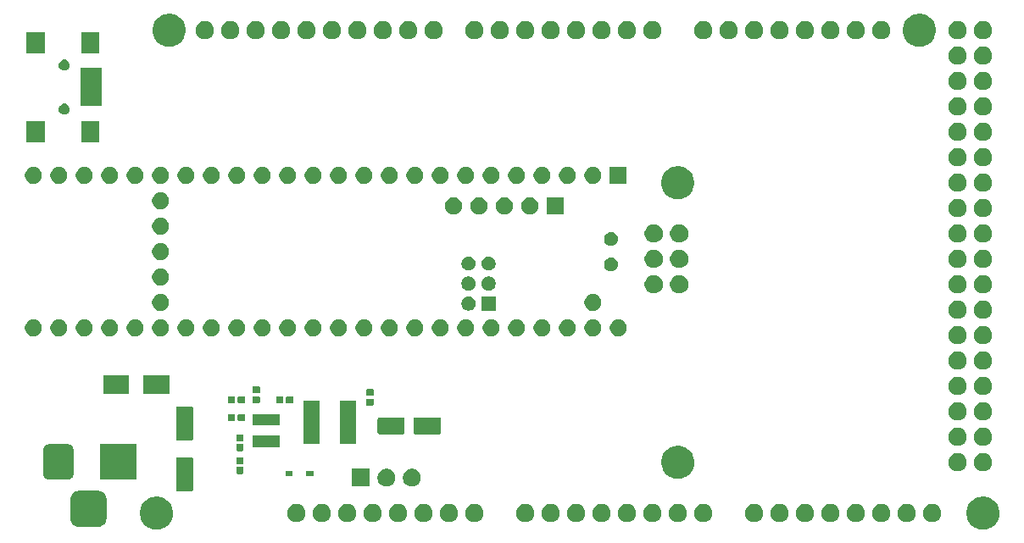
<source format=gbr>
G04 #@! TF.GenerationSoftware,KiCad,Pcbnew,(5.1.5)-3*
G04 #@! TF.CreationDate,2020-10-16T19:19:18-07:00*
G04 #@! TF.ProjectId,teensy4_ramps,7465656e-7379-4345-9f72-616d70732e6b,rev?*
G04 #@! TF.SameCoordinates,Original*
G04 #@! TF.FileFunction,Soldermask,Top*
G04 #@! TF.FilePolarity,Negative*
%FSLAX46Y46*%
G04 Gerber Fmt 4.6, Leading zero omitted, Abs format (unit mm)*
G04 Created by KiCad (PCBNEW (5.1.5)-3) date 2020-10-16 19:19:18*
%MOMM*%
%LPD*%
G04 APERTURE LIST*
%ADD10C,0.100000*%
G04 APERTURE END LIST*
D10*
G36*
X198393056Y-99980898D02*
G01*
X198499379Y-100002047D01*
X198799842Y-100126503D01*
X199070251Y-100307185D01*
X199300215Y-100537149D01*
X199480897Y-100807558D01*
X199480898Y-100807560D01*
X199605353Y-101108022D01*
X199668800Y-101426989D01*
X199668800Y-101752211D01*
X199626502Y-101964856D01*
X199605353Y-102071179D01*
X199563334Y-102172622D01*
X199510566Y-102300016D01*
X199480897Y-102371642D01*
X199300215Y-102642051D01*
X199070251Y-102872015D01*
X198799842Y-103052697D01*
X198499379Y-103177153D01*
X198393056Y-103198302D01*
X198180411Y-103240600D01*
X197855189Y-103240600D01*
X197642544Y-103198302D01*
X197536221Y-103177153D01*
X197235758Y-103052697D01*
X196965349Y-102872015D01*
X196735385Y-102642051D01*
X196554703Y-102371642D01*
X196525035Y-102300016D01*
X196472266Y-102172622D01*
X196430247Y-102071179D01*
X196409098Y-101964856D01*
X196366800Y-101752211D01*
X196366800Y-101426989D01*
X196430247Y-101108022D01*
X196554702Y-100807560D01*
X196554703Y-100807558D01*
X196735385Y-100537149D01*
X196965349Y-100307185D01*
X197235758Y-100126503D01*
X197536221Y-100002047D01*
X197642544Y-99980898D01*
X197855189Y-99938600D01*
X198180411Y-99938600D01*
X198393056Y-99980898D01*
G37*
G36*
X115843056Y-99980898D02*
G01*
X115949379Y-100002047D01*
X116249842Y-100126503D01*
X116520251Y-100307185D01*
X116750215Y-100537149D01*
X116930897Y-100807558D01*
X116930898Y-100807560D01*
X117055353Y-101108022D01*
X117118800Y-101426989D01*
X117118800Y-101752211D01*
X117076502Y-101964856D01*
X117055353Y-102071179D01*
X117013334Y-102172622D01*
X116960566Y-102300016D01*
X116930897Y-102371642D01*
X116750215Y-102642051D01*
X116520251Y-102872015D01*
X116249842Y-103052697D01*
X115949379Y-103177153D01*
X115843056Y-103198302D01*
X115630411Y-103240600D01*
X115305189Y-103240600D01*
X115092544Y-103198302D01*
X114986221Y-103177153D01*
X114685758Y-103052697D01*
X114415349Y-102872015D01*
X114185385Y-102642051D01*
X114004703Y-102371642D01*
X113975035Y-102300016D01*
X113922266Y-102172622D01*
X113880247Y-102071179D01*
X113859098Y-101964856D01*
X113816800Y-101752211D01*
X113816800Y-101426989D01*
X113880247Y-101108022D01*
X114004702Y-100807560D01*
X114004703Y-100807558D01*
X114185385Y-100537149D01*
X114415349Y-100307185D01*
X114685758Y-100126503D01*
X114986221Y-100002047D01*
X115092544Y-99980898D01*
X115305189Y-99938600D01*
X115630411Y-99938600D01*
X115843056Y-99980898D01*
G37*
G36*
X109790366Y-99384895D02*
G01*
X109947460Y-99432549D01*
X110092231Y-99509931D01*
X110219128Y-99614072D01*
X110323269Y-99740969D01*
X110400651Y-99885740D01*
X110448305Y-100042834D01*
X110465000Y-100212340D01*
X110465000Y-102126060D01*
X110448305Y-102295566D01*
X110400651Y-102452660D01*
X110323269Y-102597431D01*
X110219128Y-102724328D01*
X110092231Y-102828469D01*
X109947460Y-102905851D01*
X109790366Y-102953505D01*
X109620860Y-102970200D01*
X107707140Y-102970200D01*
X107537634Y-102953505D01*
X107380540Y-102905851D01*
X107235769Y-102828469D01*
X107108872Y-102724328D01*
X107004731Y-102597431D01*
X106927349Y-102452660D01*
X106879695Y-102295566D01*
X106863000Y-102126060D01*
X106863000Y-100212340D01*
X106879695Y-100042834D01*
X106927349Y-99885740D01*
X107004731Y-99740969D01*
X107108872Y-99614072D01*
X107235769Y-99509931D01*
X107380540Y-99432549D01*
X107537634Y-99384895D01*
X107707140Y-99368200D01*
X109620860Y-99368200D01*
X109790366Y-99384895D01*
G37*
G36*
X152564578Y-100710147D02*
G01*
X152731024Y-100779091D01*
X152880822Y-100879183D01*
X153008217Y-101006578D01*
X153108309Y-101156376D01*
X153177253Y-101322822D01*
X153212400Y-101499518D01*
X153212400Y-101679682D01*
X153177253Y-101856378D01*
X153108309Y-102022824D01*
X153008217Y-102172622D01*
X152880822Y-102300017D01*
X152731024Y-102400109D01*
X152564578Y-102469053D01*
X152387882Y-102504200D01*
X152207718Y-102504200D01*
X152031022Y-102469053D01*
X151864576Y-102400109D01*
X151714778Y-102300017D01*
X151587383Y-102172622D01*
X151487291Y-102022824D01*
X151418347Y-101856378D01*
X151383200Y-101679682D01*
X151383200Y-101499518D01*
X151418347Y-101322822D01*
X151487291Y-101156376D01*
X151587383Y-101006578D01*
X151714778Y-100879183D01*
X151864576Y-100779091D01*
X152031022Y-100710147D01*
X152207718Y-100675000D01*
X152387882Y-100675000D01*
X152564578Y-100710147D01*
G37*
G36*
X162724578Y-100710147D02*
G01*
X162891024Y-100779091D01*
X163040822Y-100879183D01*
X163168217Y-101006578D01*
X163268309Y-101156376D01*
X163337253Y-101322822D01*
X163372400Y-101499518D01*
X163372400Y-101679682D01*
X163337253Y-101856378D01*
X163268309Y-102022824D01*
X163168217Y-102172622D01*
X163040822Y-102300017D01*
X162891024Y-102400109D01*
X162724578Y-102469053D01*
X162547882Y-102504200D01*
X162367718Y-102504200D01*
X162191022Y-102469053D01*
X162024576Y-102400109D01*
X161874778Y-102300017D01*
X161747383Y-102172622D01*
X161647291Y-102022824D01*
X161578347Y-101856378D01*
X161543200Y-101679682D01*
X161543200Y-101499518D01*
X161578347Y-101322822D01*
X161647291Y-101156376D01*
X161747383Y-101006578D01*
X161874778Y-100879183D01*
X162024576Y-100779091D01*
X162191022Y-100710147D01*
X162367718Y-100675000D01*
X162547882Y-100675000D01*
X162724578Y-100710147D01*
G37*
G36*
X160184578Y-100710147D02*
G01*
X160351024Y-100779091D01*
X160500822Y-100879183D01*
X160628217Y-101006578D01*
X160728309Y-101156376D01*
X160797253Y-101322822D01*
X160832400Y-101499518D01*
X160832400Y-101679682D01*
X160797253Y-101856378D01*
X160728309Y-102022824D01*
X160628217Y-102172622D01*
X160500822Y-102300017D01*
X160351024Y-102400109D01*
X160184578Y-102469053D01*
X160007882Y-102504200D01*
X159827718Y-102504200D01*
X159651022Y-102469053D01*
X159484576Y-102400109D01*
X159334778Y-102300017D01*
X159207383Y-102172622D01*
X159107291Y-102022824D01*
X159038347Y-101856378D01*
X159003200Y-101679682D01*
X159003200Y-101499518D01*
X159038347Y-101322822D01*
X159107291Y-101156376D01*
X159207383Y-101006578D01*
X159334778Y-100879183D01*
X159484576Y-100779091D01*
X159651022Y-100710147D01*
X159827718Y-100675000D01*
X160007882Y-100675000D01*
X160184578Y-100710147D01*
G37*
G36*
X157644578Y-100710147D02*
G01*
X157811024Y-100779091D01*
X157960822Y-100879183D01*
X158088217Y-101006578D01*
X158188309Y-101156376D01*
X158257253Y-101322822D01*
X158292400Y-101499518D01*
X158292400Y-101679682D01*
X158257253Y-101856378D01*
X158188309Y-102022824D01*
X158088217Y-102172622D01*
X157960822Y-102300017D01*
X157811024Y-102400109D01*
X157644578Y-102469053D01*
X157467882Y-102504200D01*
X157287718Y-102504200D01*
X157111022Y-102469053D01*
X156944576Y-102400109D01*
X156794778Y-102300017D01*
X156667383Y-102172622D01*
X156567291Y-102022824D01*
X156498347Y-101856378D01*
X156463200Y-101679682D01*
X156463200Y-101499518D01*
X156498347Y-101322822D01*
X156567291Y-101156376D01*
X156667383Y-101006578D01*
X156794778Y-100879183D01*
X156944576Y-100779091D01*
X157111022Y-100710147D01*
X157287718Y-100675000D01*
X157467882Y-100675000D01*
X157644578Y-100710147D01*
G37*
G36*
X155104578Y-100710147D02*
G01*
X155271024Y-100779091D01*
X155420822Y-100879183D01*
X155548217Y-101006578D01*
X155648309Y-101156376D01*
X155717253Y-101322822D01*
X155752400Y-101499518D01*
X155752400Y-101679682D01*
X155717253Y-101856378D01*
X155648309Y-102022824D01*
X155548217Y-102172622D01*
X155420822Y-102300017D01*
X155271024Y-102400109D01*
X155104578Y-102469053D01*
X154927882Y-102504200D01*
X154747718Y-102504200D01*
X154571022Y-102469053D01*
X154404576Y-102400109D01*
X154254778Y-102300017D01*
X154127383Y-102172622D01*
X154027291Y-102022824D01*
X153958347Y-101856378D01*
X153923200Y-101679682D01*
X153923200Y-101499518D01*
X153958347Y-101322822D01*
X154027291Y-101156376D01*
X154127383Y-101006578D01*
X154254778Y-100879183D01*
X154404576Y-100779091D01*
X154571022Y-100710147D01*
X154747718Y-100675000D01*
X154927882Y-100675000D01*
X155104578Y-100710147D01*
G37*
G36*
X129704578Y-100710147D02*
G01*
X129871024Y-100779091D01*
X130020822Y-100879183D01*
X130148217Y-101006578D01*
X130248309Y-101156376D01*
X130317253Y-101322822D01*
X130352400Y-101499518D01*
X130352400Y-101679682D01*
X130317253Y-101856378D01*
X130248309Y-102022824D01*
X130148217Y-102172622D01*
X130020822Y-102300017D01*
X129871024Y-102400109D01*
X129704578Y-102469053D01*
X129527882Y-102504200D01*
X129347718Y-102504200D01*
X129171022Y-102469053D01*
X129004576Y-102400109D01*
X128854778Y-102300017D01*
X128727383Y-102172622D01*
X128627291Y-102022824D01*
X128558347Y-101856378D01*
X128523200Y-101679682D01*
X128523200Y-101499518D01*
X128558347Y-101322822D01*
X128627291Y-101156376D01*
X128727383Y-101006578D01*
X128854778Y-100879183D01*
X129004576Y-100779091D01*
X129171022Y-100710147D01*
X129347718Y-100675000D01*
X129527882Y-100675000D01*
X129704578Y-100710147D01*
G37*
G36*
X132244578Y-100710147D02*
G01*
X132411024Y-100779091D01*
X132560822Y-100879183D01*
X132688217Y-101006578D01*
X132788309Y-101156376D01*
X132857253Y-101322822D01*
X132892400Y-101499518D01*
X132892400Y-101679682D01*
X132857253Y-101856378D01*
X132788309Y-102022824D01*
X132688217Y-102172622D01*
X132560822Y-102300017D01*
X132411024Y-102400109D01*
X132244578Y-102469053D01*
X132067882Y-102504200D01*
X131887718Y-102504200D01*
X131711022Y-102469053D01*
X131544576Y-102400109D01*
X131394778Y-102300017D01*
X131267383Y-102172622D01*
X131167291Y-102022824D01*
X131098347Y-101856378D01*
X131063200Y-101679682D01*
X131063200Y-101499518D01*
X131098347Y-101322822D01*
X131167291Y-101156376D01*
X131267383Y-101006578D01*
X131394778Y-100879183D01*
X131544576Y-100779091D01*
X131711022Y-100710147D01*
X131887718Y-100675000D01*
X132067882Y-100675000D01*
X132244578Y-100710147D01*
G37*
G36*
X134784578Y-100710147D02*
G01*
X134951024Y-100779091D01*
X135100822Y-100879183D01*
X135228217Y-101006578D01*
X135328309Y-101156376D01*
X135397253Y-101322822D01*
X135432400Y-101499518D01*
X135432400Y-101679682D01*
X135397253Y-101856378D01*
X135328309Y-102022824D01*
X135228217Y-102172622D01*
X135100822Y-102300017D01*
X134951024Y-102400109D01*
X134784578Y-102469053D01*
X134607882Y-102504200D01*
X134427718Y-102504200D01*
X134251022Y-102469053D01*
X134084576Y-102400109D01*
X133934778Y-102300017D01*
X133807383Y-102172622D01*
X133707291Y-102022824D01*
X133638347Y-101856378D01*
X133603200Y-101679682D01*
X133603200Y-101499518D01*
X133638347Y-101322822D01*
X133707291Y-101156376D01*
X133807383Y-101006578D01*
X133934778Y-100879183D01*
X134084576Y-100779091D01*
X134251022Y-100710147D01*
X134427718Y-100675000D01*
X134607882Y-100675000D01*
X134784578Y-100710147D01*
G37*
G36*
X137324578Y-100710147D02*
G01*
X137491024Y-100779091D01*
X137640822Y-100879183D01*
X137768217Y-101006578D01*
X137868309Y-101156376D01*
X137937253Y-101322822D01*
X137972400Y-101499518D01*
X137972400Y-101679682D01*
X137937253Y-101856378D01*
X137868309Y-102022824D01*
X137768217Y-102172622D01*
X137640822Y-102300017D01*
X137491024Y-102400109D01*
X137324578Y-102469053D01*
X137147882Y-102504200D01*
X136967718Y-102504200D01*
X136791022Y-102469053D01*
X136624576Y-102400109D01*
X136474778Y-102300017D01*
X136347383Y-102172622D01*
X136247291Y-102022824D01*
X136178347Y-101856378D01*
X136143200Y-101679682D01*
X136143200Y-101499518D01*
X136178347Y-101322822D01*
X136247291Y-101156376D01*
X136347383Y-101006578D01*
X136474778Y-100879183D01*
X136624576Y-100779091D01*
X136791022Y-100710147D01*
X136967718Y-100675000D01*
X137147882Y-100675000D01*
X137324578Y-100710147D01*
G37*
G36*
X139864578Y-100710147D02*
G01*
X140031024Y-100779091D01*
X140180822Y-100879183D01*
X140308217Y-101006578D01*
X140408309Y-101156376D01*
X140477253Y-101322822D01*
X140512400Y-101499518D01*
X140512400Y-101679682D01*
X140477253Y-101856378D01*
X140408309Y-102022824D01*
X140308217Y-102172622D01*
X140180822Y-102300017D01*
X140031024Y-102400109D01*
X139864578Y-102469053D01*
X139687882Y-102504200D01*
X139507718Y-102504200D01*
X139331022Y-102469053D01*
X139164576Y-102400109D01*
X139014778Y-102300017D01*
X138887383Y-102172622D01*
X138787291Y-102022824D01*
X138718347Y-101856378D01*
X138683200Y-101679682D01*
X138683200Y-101499518D01*
X138718347Y-101322822D01*
X138787291Y-101156376D01*
X138887383Y-101006578D01*
X139014778Y-100879183D01*
X139164576Y-100779091D01*
X139331022Y-100710147D01*
X139507718Y-100675000D01*
X139687882Y-100675000D01*
X139864578Y-100710147D01*
G37*
G36*
X142404578Y-100710147D02*
G01*
X142571024Y-100779091D01*
X142720822Y-100879183D01*
X142848217Y-101006578D01*
X142948309Y-101156376D01*
X143017253Y-101322822D01*
X143052400Y-101499518D01*
X143052400Y-101679682D01*
X143017253Y-101856378D01*
X142948309Y-102022824D01*
X142848217Y-102172622D01*
X142720822Y-102300017D01*
X142571024Y-102400109D01*
X142404578Y-102469053D01*
X142227882Y-102504200D01*
X142047718Y-102504200D01*
X141871022Y-102469053D01*
X141704576Y-102400109D01*
X141554778Y-102300017D01*
X141427383Y-102172622D01*
X141327291Y-102022824D01*
X141258347Y-101856378D01*
X141223200Y-101679682D01*
X141223200Y-101499518D01*
X141258347Y-101322822D01*
X141327291Y-101156376D01*
X141427383Y-101006578D01*
X141554778Y-100879183D01*
X141704576Y-100779091D01*
X141871022Y-100710147D01*
X142047718Y-100675000D01*
X142227882Y-100675000D01*
X142404578Y-100710147D01*
G37*
G36*
X144944578Y-100710147D02*
G01*
X145111024Y-100779091D01*
X145260822Y-100879183D01*
X145388217Y-101006578D01*
X145488309Y-101156376D01*
X145557253Y-101322822D01*
X145592400Y-101499518D01*
X145592400Y-101679682D01*
X145557253Y-101856378D01*
X145488309Y-102022824D01*
X145388217Y-102172622D01*
X145260822Y-102300017D01*
X145111024Y-102400109D01*
X144944578Y-102469053D01*
X144767882Y-102504200D01*
X144587718Y-102504200D01*
X144411022Y-102469053D01*
X144244576Y-102400109D01*
X144094778Y-102300017D01*
X143967383Y-102172622D01*
X143867291Y-102022824D01*
X143798347Y-101856378D01*
X143763200Y-101679682D01*
X143763200Y-101499518D01*
X143798347Y-101322822D01*
X143867291Y-101156376D01*
X143967383Y-101006578D01*
X144094778Y-100879183D01*
X144244576Y-100779091D01*
X144411022Y-100710147D01*
X144587718Y-100675000D01*
X144767882Y-100675000D01*
X144944578Y-100710147D01*
G37*
G36*
X188124578Y-100710147D02*
G01*
X188291024Y-100779091D01*
X188440822Y-100879183D01*
X188568217Y-101006578D01*
X188668309Y-101156376D01*
X188737253Y-101322822D01*
X188772400Y-101499518D01*
X188772400Y-101679682D01*
X188737253Y-101856378D01*
X188668309Y-102022824D01*
X188568217Y-102172622D01*
X188440822Y-102300017D01*
X188291024Y-102400109D01*
X188124578Y-102469053D01*
X187947882Y-102504200D01*
X187767718Y-102504200D01*
X187591022Y-102469053D01*
X187424576Y-102400109D01*
X187274778Y-102300017D01*
X187147383Y-102172622D01*
X187047291Y-102022824D01*
X186978347Y-101856378D01*
X186943200Y-101679682D01*
X186943200Y-101499518D01*
X186978347Y-101322822D01*
X187047291Y-101156376D01*
X187147383Y-101006578D01*
X187274778Y-100879183D01*
X187424576Y-100779091D01*
X187591022Y-100710147D01*
X187767718Y-100675000D01*
X187947882Y-100675000D01*
X188124578Y-100710147D01*
G37*
G36*
X147484578Y-100710147D02*
G01*
X147651024Y-100779091D01*
X147800822Y-100879183D01*
X147928217Y-101006578D01*
X148028309Y-101156376D01*
X148097253Y-101322822D01*
X148132400Y-101499518D01*
X148132400Y-101679682D01*
X148097253Y-101856378D01*
X148028309Y-102022824D01*
X147928217Y-102172622D01*
X147800822Y-102300017D01*
X147651024Y-102400109D01*
X147484578Y-102469053D01*
X147307882Y-102504200D01*
X147127718Y-102504200D01*
X146951022Y-102469053D01*
X146784576Y-102400109D01*
X146634778Y-102300017D01*
X146507383Y-102172622D01*
X146407291Y-102022824D01*
X146338347Y-101856378D01*
X146303200Y-101679682D01*
X146303200Y-101499518D01*
X146338347Y-101322822D01*
X146407291Y-101156376D01*
X146507383Y-101006578D01*
X146634778Y-100879183D01*
X146784576Y-100779091D01*
X146951022Y-100710147D01*
X147127718Y-100675000D01*
X147307882Y-100675000D01*
X147484578Y-100710147D01*
G37*
G36*
X193204578Y-100710147D02*
G01*
X193371024Y-100779091D01*
X193520822Y-100879183D01*
X193648217Y-101006578D01*
X193748309Y-101156376D01*
X193817253Y-101322822D01*
X193852400Y-101499518D01*
X193852400Y-101679682D01*
X193817253Y-101856378D01*
X193748309Y-102022824D01*
X193648217Y-102172622D01*
X193520822Y-102300017D01*
X193371024Y-102400109D01*
X193204578Y-102469053D01*
X193027882Y-102504200D01*
X192847718Y-102504200D01*
X192671022Y-102469053D01*
X192504576Y-102400109D01*
X192354778Y-102300017D01*
X192227383Y-102172622D01*
X192127291Y-102022824D01*
X192058347Y-101856378D01*
X192023200Y-101679682D01*
X192023200Y-101499518D01*
X192058347Y-101322822D01*
X192127291Y-101156376D01*
X192227383Y-101006578D01*
X192354778Y-100879183D01*
X192504576Y-100779091D01*
X192671022Y-100710147D01*
X192847718Y-100675000D01*
X193027882Y-100675000D01*
X193204578Y-100710147D01*
G37*
G36*
X190664578Y-100710147D02*
G01*
X190831024Y-100779091D01*
X190980822Y-100879183D01*
X191108217Y-101006578D01*
X191208309Y-101156376D01*
X191277253Y-101322822D01*
X191312400Y-101499518D01*
X191312400Y-101679682D01*
X191277253Y-101856378D01*
X191208309Y-102022824D01*
X191108217Y-102172622D01*
X190980822Y-102300017D01*
X190831024Y-102400109D01*
X190664578Y-102469053D01*
X190487882Y-102504200D01*
X190307718Y-102504200D01*
X190131022Y-102469053D01*
X189964576Y-102400109D01*
X189814778Y-102300017D01*
X189687383Y-102172622D01*
X189587291Y-102022824D01*
X189518347Y-101856378D01*
X189483200Y-101679682D01*
X189483200Y-101499518D01*
X189518347Y-101322822D01*
X189587291Y-101156376D01*
X189687383Y-101006578D01*
X189814778Y-100879183D01*
X189964576Y-100779091D01*
X190131022Y-100710147D01*
X190307718Y-100675000D01*
X190487882Y-100675000D01*
X190664578Y-100710147D01*
G37*
G36*
X185584578Y-100710147D02*
G01*
X185751024Y-100779091D01*
X185900822Y-100879183D01*
X186028217Y-101006578D01*
X186128309Y-101156376D01*
X186197253Y-101322822D01*
X186232400Y-101499518D01*
X186232400Y-101679682D01*
X186197253Y-101856378D01*
X186128309Y-102022824D01*
X186028217Y-102172622D01*
X185900822Y-102300017D01*
X185751024Y-102400109D01*
X185584578Y-102469053D01*
X185407882Y-102504200D01*
X185227718Y-102504200D01*
X185051022Y-102469053D01*
X184884576Y-102400109D01*
X184734778Y-102300017D01*
X184607383Y-102172622D01*
X184507291Y-102022824D01*
X184438347Y-101856378D01*
X184403200Y-101679682D01*
X184403200Y-101499518D01*
X184438347Y-101322822D01*
X184507291Y-101156376D01*
X184607383Y-101006578D01*
X184734778Y-100879183D01*
X184884576Y-100779091D01*
X185051022Y-100710147D01*
X185227718Y-100675000D01*
X185407882Y-100675000D01*
X185584578Y-100710147D01*
G37*
G36*
X183044578Y-100710147D02*
G01*
X183211024Y-100779091D01*
X183360822Y-100879183D01*
X183488217Y-101006578D01*
X183588309Y-101156376D01*
X183657253Y-101322822D01*
X183692400Y-101499518D01*
X183692400Y-101679682D01*
X183657253Y-101856378D01*
X183588309Y-102022824D01*
X183488217Y-102172622D01*
X183360822Y-102300017D01*
X183211024Y-102400109D01*
X183044578Y-102469053D01*
X182867882Y-102504200D01*
X182687718Y-102504200D01*
X182511022Y-102469053D01*
X182344576Y-102400109D01*
X182194778Y-102300017D01*
X182067383Y-102172622D01*
X181967291Y-102022824D01*
X181898347Y-101856378D01*
X181863200Y-101679682D01*
X181863200Y-101499518D01*
X181898347Y-101322822D01*
X181967291Y-101156376D01*
X182067383Y-101006578D01*
X182194778Y-100879183D01*
X182344576Y-100779091D01*
X182511022Y-100710147D01*
X182687718Y-100675000D01*
X182867882Y-100675000D01*
X183044578Y-100710147D01*
G37*
G36*
X180504578Y-100710147D02*
G01*
X180671024Y-100779091D01*
X180820822Y-100879183D01*
X180948217Y-101006578D01*
X181048309Y-101156376D01*
X181117253Y-101322822D01*
X181152400Y-101499518D01*
X181152400Y-101679682D01*
X181117253Y-101856378D01*
X181048309Y-102022824D01*
X180948217Y-102172622D01*
X180820822Y-102300017D01*
X180671024Y-102400109D01*
X180504578Y-102469053D01*
X180327882Y-102504200D01*
X180147718Y-102504200D01*
X179971022Y-102469053D01*
X179804576Y-102400109D01*
X179654778Y-102300017D01*
X179527383Y-102172622D01*
X179427291Y-102022824D01*
X179358347Y-101856378D01*
X179323200Y-101679682D01*
X179323200Y-101499518D01*
X179358347Y-101322822D01*
X179427291Y-101156376D01*
X179527383Y-101006578D01*
X179654778Y-100879183D01*
X179804576Y-100779091D01*
X179971022Y-100710147D01*
X180147718Y-100675000D01*
X180327882Y-100675000D01*
X180504578Y-100710147D01*
G37*
G36*
X177964578Y-100710147D02*
G01*
X178131024Y-100779091D01*
X178280822Y-100879183D01*
X178408217Y-101006578D01*
X178508309Y-101156376D01*
X178577253Y-101322822D01*
X178612400Y-101499518D01*
X178612400Y-101679682D01*
X178577253Y-101856378D01*
X178508309Y-102022824D01*
X178408217Y-102172622D01*
X178280822Y-102300017D01*
X178131024Y-102400109D01*
X177964578Y-102469053D01*
X177787882Y-102504200D01*
X177607718Y-102504200D01*
X177431022Y-102469053D01*
X177264576Y-102400109D01*
X177114778Y-102300017D01*
X176987383Y-102172622D01*
X176887291Y-102022824D01*
X176818347Y-101856378D01*
X176783200Y-101679682D01*
X176783200Y-101499518D01*
X176818347Y-101322822D01*
X176887291Y-101156376D01*
X176987383Y-101006578D01*
X177114778Y-100879183D01*
X177264576Y-100779091D01*
X177431022Y-100710147D01*
X177607718Y-100675000D01*
X177787882Y-100675000D01*
X177964578Y-100710147D01*
G37*
G36*
X175424578Y-100710147D02*
G01*
X175591024Y-100779091D01*
X175740822Y-100879183D01*
X175868217Y-101006578D01*
X175968309Y-101156376D01*
X176037253Y-101322822D01*
X176072400Y-101499518D01*
X176072400Y-101679682D01*
X176037253Y-101856378D01*
X175968309Y-102022824D01*
X175868217Y-102172622D01*
X175740822Y-102300017D01*
X175591024Y-102400109D01*
X175424578Y-102469053D01*
X175247882Y-102504200D01*
X175067718Y-102504200D01*
X174891022Y-102469053D01*
X174724576Y-102400109D01*
X174574778Y-102300017D01*
X174447383Y-102172622D01*
X174347291Y-102022824D01*
X174278347Y-101856378D01*
X174243200Y-101679682D01*
X174243200Y-101499518D01*
X174278347Y-101322822D01*
X174347291Y-101156376D01*
X174447383Y-101006578D01*
X174574778Y-100879183D01*
X174724576Y-100779091D01*
X174891022Y-100710147D01*
X175067718Y-100675000D01*
X175247882Y-100675000D01*
X175424578Y-100710147D01*
G37*
G36*
X170344578Y-100710147D02*
G01*
X170511024Y-100779091D01*
X170660822Y-100879183D01*
X170788217Y-101006578D01*
X170888309Y-101156376D01*
X170957253Y-101322822D01*
X170992400Y-101499518D01*
X170992400Y-101679682D01*
X170957253Y-101856378D01*
X170888309Y-102022824D01*
X170788217Y-102172622D01*
X170660822Y-102300017D01*
X170511024Y-102400109D01*
X170344578Y-102469053D01*
X170167882Y-102504200D01*
X169987718Y-102504200D01*
X169811022Y-102469053D01*
X169644576Y-102400109D01*
X169494778Y-102300017D01*
X169367383Y-102172622D01*
X169267291Y-102022824D01*
X169198347Y-101856378D01*
X169163200Y-101679682D01*
X169163200Y-101499518D01*
X169198347Y-101322822D01*
X169267291Y-101156376D01*
X169367383Y-101006578D01*
X169494778Y-100879183D01*
X169644576Y-100779091D01*
X169811022Y-100710147D01*
X169987718Y-100675000D01*
X170167882Y-100675000D01*
X170344578Y-100710147D01*
G37*
G36*
X167804578Y-100710147D02*
G01*
X167971024Y-100779091D01*
X168120822Y-100879183D01*
X168248217Y-101006578D01*
X168348309Y-101156376D01*
X168417253Y-101322822D01*
X168452400Y-101499518D01*
X168452400Y-101679682D01*
X168417253Y-101856378D01*
X168348309Y-102022824D01*
X168248217Y-102172622D01*
X168120822Y-102300017D01*
X167971024Y-102400109D01*
X167804578Y-102469053D01*
X167627882Y-102504200D01*
X167447718Y-102504200D01*
X167271022Y-102469053D01*
X167104576Y-102400109D01*
X166954778Y-102300017D01*
X166827383Y-102172622D01*
X166727291Y-102022824D01*
X166658347Y-101856378D01*
X166623200Y-101679682D01*
X166623200Y-101499518D01*
X166658347Y-101322822D01*
X166727291Y-101156376D01*
X166827383Y-101006578D01*
X166954778Y-100879183D01*
X167104576Y-100779091D01*
X167271022Y-100710147D01*
X167447718Y-100675000D01*
X167627882Y-100675000D01*
X167804578Y-100710147D01*
G37*
G36*
X165264578Y-100710147D02*
G01*
X165431024Y-100779091D01*
X165580822Y-100879183D01*
X165708217Y-101006578D01*
X165808309Y-101156376D01*
X165877253Y-101322822D01*
X165912400Y-101499518D01*
X165912400Y-101679682D01*
X165877253Y-101856378D01*
X165808309Y-102022824D01*
X165708217Y-102172622D01*
X165580822Y-102300017D01*
X165431024Y-102400109D01*
X165264578Y-102469053D01*
X165087882Y-102504200D01*
X164907718Y-102504200D01*
X164731022Y-102469053D01*
X164564576Y-102400109D01*
X164414778Y-102300017D01*
X164287383Y-102172622D01*
X164187291Y-102022824D01*
X164118347Y-101856378D01*
X164083200Y-101679682D01*
X164083200Y-101499518D01*
X164118347Y-101322822D01*
X164187291Y-101156376D01*
X164287383Y-101006578D01*
X164414778Y-100879183D01*
X164564576Y-100779091D01*
X164731022Y-100710147D01*
X164907718Y-100675000D01*
X165087882Y-100675000D01*
X165264578Y-100710147D01*
G37*
G36*
X118968397Y-95999351D02*
G01*
X119002052Y-96009561D01*
X119033065Y-96026138D01*
X119060251Y-96048449D01*
X119082562Y-96075635D01*
X119099139Y-96106648D01*
X119109349Y-96140303D01*
X119113400Y-96181438D01*
X119113400Y-99236162D01*
X119109349Y-99277297D01*
X119099139Y-99310952D01*
X119082562Y-99341965D01*
X119060251Y-99369151D01*
X119033065Y-99391462D01*
X119002052Y-99408039D01*
X118968397Y-99418249D01*
X118927262Y-99422300D01*
X117597538Y-99422300D01*
X117556403Y-99418249D01*
X117522748Y-99408039D01*
X117491735Y-99391462D01*
X117464549Y-99369151D01*
X117442238Y-99341965D01*
X117425661Y-99310952D01*
X117415451Y-99277297D01*
X117411400Y-99236162D01*
X117411400Y-96181438D01*
X117415451Y-96140303D01*
X117425661Y-96106648D01*
X117442238Y-96075635D01*
X117464549Y-96048449D01*
X117491735Y-96026138D01*
X117522748Y-96009561D01*
X117556403Y-95999351D01*
X117597538Y-95995300D01*
X118927262Y-95995300D01*
X118968397Y-95999351D01*
G37*
G36*
X136791000Y-98945000D02*
G01*
X134989000Y-98945000D01*
X134989000Y-97143000D01*
X136791000Y-97143000D01*
X136791000Y-98945000D01*
G37*
G36*
X141083512Y-97147927D02*
G01*
X141232812Y-97177624D01*
X141396784Y-97245544D01*
X141544354Y-97344147D01*
X141669853Y-97469646D01*
X141768456Y-97617216D01*
X141836376Y-97781188D01*
X141862714Y-97913600D01*
X141870548Y-97952984D01*
X141871000Y-97955259D01*
X141871000Y-98132741D01*
X141836376Y-98306812D01*
X141768456Y-98470784D01*
X141669853Y-98618354D01*
X141544354Y-98743853D01*
X141396784Y-98842456D01*
X141232812Y-98910376D01*
X141083512Y-98940073D01*
X141058742Y-98945000D01*
X140881258Y-98945000D01*
X140856488Y-98940073D01*
X140707188Y-98910376D01*
X140543216Y-98842456D01*
X140395646Y-98743853D01*
X140270147Y-98618354D01*
X140171544Y-98470784D01*
X140103624Y-98306812D01*
X140069000Y-98132741D01*
X140069000Y-97955259D01*
X140069453Y-97952984D01*
X140077286Y-97913600D01*
X140103624Y-97781188D01*
X140171544Y-97617216D01*
X140270147Y-97469646D01*
X140395646Y-97344147D01*
X140543216Y-97245544D01*
X140707188Y-97177624D01*
X140856488Y-97147927D01*
X140881258Y-97143000D01*
X141058742Y-97143000D01*
X141083512Y-97147927D01*
G37*
G36*
X138543512Y-97147927D02*
G01*
X138692812Y-97177624D01*
X138856784Y-97245544D01*
X139004354Y-97344147D01*
X139129853Y-97469646D01*
X139228456Y-97617216D01*
X139296376Y-97781188D01*
X139322714Y-97913600D01*
X139330548Y-97952984D01*
X139331000Y-97955259D01*
X139331000Y-98132741D01*
X139296376Y-98306812D01*
X139228456Y-98470784D01*
X139129853Y-98618354D01*
X139004354Y-98743853D01*
X138856784Y-98842456D01*
X138692812Y-98910376D01*
X138543512Y-98940073D01*
X138518742Y-98945000D01*
X138341258Y-98945000D01*
X138316488Y-98940073D01*
X138167188Y-98910376D01*
X138003216Y-98842456D01*
X137855646Y-98743853D01*
X137730147Y-98618354D01*
X137631544Y-98470784D01*
X137563624Y-98306812D01*
X137529000Y-98132741D01*
X137529000Y-97955259D01*
X137529453Y-97952984D01*
X137537286Y-97913600D01*
X137563624Y-97781188D01*
X137631544Y-97617216D01*
X137730147Y-97469646D01*
X137855646Y-97344147D01*
X138003216Y-97245544D01*
X138167188Y-97177624D01*
X138316488Y-97147927D01*
X138341258Y-97143000D01*
X138518742Y-97143000D01*
X138543512Y-97147927D01*
G37*
G36*
X106640979Y-94682493D02*
G01*
X106774625Y-94723034D01*
X106897784Y-94788864D01*
X107005740Y-94877460D01*
X107094336Y-94985416D01*
X107160166Y-95108575D01*
X107200707Y-95242221D01*
X107215000Y-95387340D01*
X107215000Y-97551060D01*
X107200707Y-97696179D01*
X107160166Y-97829825D01*
X107094336Y-97952984D01*
X107005740Y-98060940D01*
X106897784Y-98149536D01*
X106774625Y-98215366D01*
X106640979Y-98255907D01*
X106495860Y-98270200D01*
X104832140Y-98270200D01*
X104687021Y-98255907D01*
X104553375Y-98215366D01*
X104430216Y-98149536D01*
X104322260Y-98060940D01*
X104233664Y-97952984D01*
X104167834Y-97829825D01*
X104127293Y-97696179D01*
X104113000Y-97551060D01*
X104113000Y-95387340D01*
X104127293Y-95242221D01*
X104167834Y-95108575D01*
X104233664Y-94985416D01*
X104322260Y-94877460D01*
X104430216Y-94788864D01*
X104553375Y-94723034D01*
X104687021Y-94682493D01*
X104832140Y-94668200D01*
X106495860Y-94668200D01*
X106640979Y-94682493D01*
G37*
G36*
X113465000Y-98270200D02*
G01*
X109863000Y-98270200D01*
X109863000Y-94668200D01*
X113465000Y-94668200D01*
X113465000Y-98270200D01*
G37*
G36*
X167885109Y-94895339D02*
G01*
X168019379Y-94922047D01*
X168172365Y-94985416D01*
X168289175Y-95033800D01*
X168319842Y-95046503D01*
X168590251Y-95227185D01*
X168820215Y-95457149D01*
X169000897Y-95727558D01*
X169000898Y-95727560D01*
X169037350Y-95815563D01*
X169125353Y-96028021D01*
X169133911Y-96071047D01*
X169188800Y-96346989D01*
X169188800Y-96672211D01*
X169146502Y-96884856D01*
X169125353Y-96991179D01*
X169053520Y-97164600D01*
X169019992Y-97245544D01*
X169000897Y-97291642D01*
X168820215Y-97562051D01*
X168590251Y-97792015D01*
X168319842Y-97972697D01*
X168019379Y-98097153D01*
X167913056Y-98118302D01*
X167700411Y-98160600D01*
X167375189Y-98160600D01*
X167162544Y-98118302D01*
X167056221Y-98097153D01*
X166755758Y-97972697D01*
X166485349Y-97792015D01*
X166255385Y-97562051D01*
X166074703Y-97291642D01*
X166055609Y-97245544D01*
X166022080Y-97164600D01*
X165950247Y-96991179D01*
X165929098Y-96884856D01*
X165886800Y-96672211D01*
X165886800Y-96346989D01*
X165941689Y-96071047D01*
X165950247Y-96028021D01*
X166038250Y-95815563D01*
X166074702Y-95727560D01*
X166074703Y-95727558D01*
X166255385Y-95457149D01*
X166485349Y-95227185D01*
X166755758Y-95046503D01*
X166786426Y-95033800D01*
X166903235Y-94985416D01*
X167056221Y-94922047D01*
X167190491Y-94895339D01*
X167375189Y-94858600D01*
X167700411Y-94858600D01*
X167885109Y-94895339D01*
G37*
G36*
X129037600Y-97913600D02*
G01*
X128335600Y-97913600D01*
X128335600Y-97361600D01*
X129037600Y-97361600D01*
X129037600Y-97913600D01*
G37*
G36*
X131137600Y-97913600D02*
G01*
X130435600Y-97913600D01*
X130435600Y-97361600D01*
X131137600Y-97361600D01*
X131137600Y-97913600D01*
G37*
G36*
X124081538Y-96994316D02*
G01*
X124102157Y-97000571D01*
X124121153Y-97010724D01*
X124137808Y-97024392D01*
X124151476Y-97041047D01*
X124161629Y-97060043D01*
X124167884Y-97080662D01*
X124170600Y-97108240D01*
X124170600Y-97566960D01*
X124167884Y-97594538D01*
X124161629Y-97615157D01*
X124151476Y-97634153D01*
X124137808Y-97650808D01*
X124121153Y-97664476D01*
X124102157Y-97674629D01*
X124081538Y-97680884D01*
X124053960Y-97683600D01*
X123545240Y-97683600D01*
X123517662Y-97680884D01*
X123497043Y-97674629D01*
X123478047Y-97664476D01*
X123461392Y-97650808D01*
X123447724Y-97634153D01*
X123437571Y-97615157D01*
X123431316Y-97594538D01*
X123428600Y-97566960D01*
X123428600Y-97108240D01*
X123431316Y-97080662D01*
X123437571Y-97060043D01*
X123447724Y-97041047D01*
X123461392Y-97024392D01*
X123478047Y-97010724D01*
X123497043Y-97000571D01*
X123517662Y-96994316D01*
X123545240Y-96991600D01*
X124053960Y-96991600D01*
X124081538Y-96994316D01*
G37*
G36*
X195744578Y-95630147D02*
G01*
X195911024Y-95699091D01*
X196060822Y-95799183D01*
X196188217Y-95926578D01*
X196288309Y-96076376D01*
X196357253Y-96242822D01*
X196392400Y-96419518D01*
X196392400Y-96599682D01*
X196357253Y-96776378D01*
X196288309Y-96942824D01*
X196188217Y-97092622D01*
X196060822Y-97220017D01*
X195911024Y-97320109D01*
X195744578Y-97389053D01*
X195567882Y-97424200D01*
X195387718Y-97424200D01*
X195211022Y-97389053D01*
X195044576Y-97320109D01*
X194894778Y-97220017D01*
X194767383Y-97092622D01*
X194667291Y-96942824D01*
X194598347Y-96776378D01*
X194563200Y-96599682D01*
X194563200Y-96419518D01*
X194598347Y-96242822D01*
X194667291Y-96076376D01*
X194767383Y-95926578D01*
X194894778Y-95799183D01*
X195044576Y-95699091D01*
X195211022Y-95630147D01*
X195387718Y-95595000D01*
X195567882Y-95595000D01*
X195744578Y-95630147D01*
G37*
G36*
X198284578Y-95630147D02*
G01*
X198451024Y-95699091D01*
X198600822Y-95799183D01*
X198728217Y-95926578D01*
X198828309Y-96076376D01*
X198897253Y-96242822D01*
X198932400Y-96419518D01*
X198932400Y-96599682D01*
X198897253Y-96776378D01*
X198828309Y-96942824D01*
X198728217Y-97092622D01*
X198600822Y-97220017D01*
X198451024Y-97320109D01*
X198284578Y-97389053D01*
X198107882Y-97424200D01*
X197927718Y-97424200D01*
X197751022Y-97389053D01*
X197584576Y-97320109D01*
X197434778Y-97220017D01*
X197307383Y-97092622D01*
X197207291Y-96942824D01*
X197138347Y-96776378D01*
X197103200Y-96599682D01*
X197103200Y-96419518D01*
X197138347Y-96242822D01*
X197207291Y-96076376D01*
X197307383Y-95926578D01*
X197434778Y-95799183D01*
X197584576Y-95699091D01*
X197751022Y-95630147D01*
X197927718Y-95595000D01*
X198107882Y-95595000D01*
X198284578Y-95630147D01*
G37*
G36*
X124081538Y-96024316D02*
G01*
X124102157Y-96030571D01*
X124121153Y-96040724D01*
X124137808Y-96054392D01*
X124151476Y-96071047D01*
X124161629Y-96090043D01*
X124167884Y-96110662D01*
X124170600Y-96138240D01*
X124170600Y-96596960D01*
X124167884Y-96624538D01*
X124161629Y-96645157D01*
X124151476Y-96664153D01*
X124137808Y-96680808D01*
X124121153Y-96694476D01*
X124102157Y-96704629D01*
X124081538Y-96710884D01*
X124053960Y-96713600D01*
X123545240Y-96713600D01*
X123517662Y-96710884D01*
X123497043Y-96704629D01*
X123478047Y-96694476D01*
X123461392Y-96680808D01*
X123447724Y-96664153D01*
X123437571Y-96645157D01*
X123431316Y-96624538D01*
X123428600Y-96596960D01*
X123428600Y-96138240D01*
X123431316Y-96110662D01*
X123437571Y-96090043D01*
X123447724Y-96071047D01*
X123461392Y-96054392D01*
X123478047Y-96040724D01*
X123497043Y-96030571D01*
X123517662Y-96024316D01*
X123545240Y-96021600D01*
X124053960Y-96021600D01*
X124081538Y-96024316D01*
G37*
G36*
X124081538Y-94708316D02*
G01*
X124102157Y-94714571D01*
X124121153Y-94724724D01*
X124137808Y-94738392D01*
X124151476Y-94755047D01*
X124161629Y-94774043D01*
X124167884Y-94794662D01*
X124170600Y-94822240D01*
X124170600Y-95280960D01*
X124167884Y-95308538D01*
X124161629Y-95329157D01*
X124151476Y-95348153D01*
X124137808Y-95364808D01*
X124121153Y-95378476D01*
X124102157Y-95388629D01*
X124081538Y-95394884D01*
X124053960Y-95397600D01*
X123545240Y-95397600D01*
X123517662Y-95394884D01*
X123497043Y-95388629D01*
X123478047Y-95378476D01*
X123461392Y-95364808D01*
X123447724Y-95348153D01*
X123437571Y-95329157D01*
X123431316Y-95308538D01*
X123428600Y-95280960D01*
X123428600Y-94822240D01*
X123431316Y-94794662D01*
X123437571Y-94774043D01*
X123447724Y-94755047D01*
X123461392Y-94738392D01*
X123478047Y-94724724D01*
X123497043Y-94714571D01*
X123517662Y-94708316D01*
X123545240Y-94705600D01*
X124053960Y-94705600D01*
X124081538Y-94708316D01*
G37*
G36*
X127741800Y-95033800D02*
G01*
X125089800Y-95033800D01*
X125089800Y-93871800D01*
X127741800Y-93871800D01*
X127741800Y-95033800D01*
G37*
G36*
X198284578Y-93090147D02*
G01*
X198451024Y-93159091D01*
X198600822Y-93259183D01*
X198728217Y-93386578D01*
X198828309Y-93536376D01*
X198897253Y-93702822D01*
X198932400Y-93879518D01*
X198932400Y-94059682D01*
X198897253Y-94236378D01*
X198828309Y-94402824D01*
X198728217Y-94552622D01*
X198600822Y-94680017D01*
X198451024Y-94780109D01*
X198284578Y-94849053D01*
X198107882Y-94884200D01*
X197927718Y-94884200D01*
X197751022Y-94849053D01*
X197584576Y-94780109D01*
X197434778Y-94680017D01*
X197307383Y-94552622D01*
X197207291Y-94402824D01*
X197138347Y-94236378D01*
X197103200Y-94059682D01*
X197103200Y-93879518D01*
X197138347Y-93702822D01*
X197207291Y-93536376D01*
X197307383Y-93386578D01*
X197434778Y-93259183D01*
X197584576Y-93159091D01*
X197751022Y-93090147D01*
X197927718Y-93055000D01*
X198107882Y-93055000D01*
X198284578Y-93090147D01*
G37*
G36*
X195744578Y-93090147D02*
G01*
X195911024Y-93159091D01*
X196060822Y-93259183D01*
X196188217Y-93386578D01*
X196288309Y-93536376D01*
X196357253Y-93702822D01*
X196392400Y-93879518D01*
X196392400Y-94059682D01*
X196357253Y-94236378D01*
X196288309Y-94402824D01*
X196188217Y-94552622D01*
X196060822Y-94680017D01*
X195911024Y-94780109D01*
X195744578Y-94849053D01*
X195567882Y-94884200D01*
X195387718Y-94884200D01*
X195211022Y-94849053D01*
X195044576Y-94780109D01*
X194894778Y-94680017D01*
X194767383Y-94552622D01*
X194667291Y-94402824D01*
X194598347Y-94236378D01*
X194563200Y-94059682D01*
X194563200Y-93879518D01*
X194598347Y-93702822D01*
X194667291Y-93536376D01*
X194767383Y-93386578D01*
X194894778Y-93259183D01*
X195044576Y-93159091D01*
X195211022Y-93090147D01*
X195387718Y-93055000D01*
X195567882Y-93055000D01*
X195744578Y-93090147D01*
G37*
G36*
X135363400Y-94683200D02*
G01*
X133761400Y-94683200D01*
X133761400Y-90381200D01*
X135363400Y-90381200D01*
X135363400Y-94683200D01*
G37*
G36*
X131763400Y-94683200D02*
G01*
X130161400Y-94683200D01*
X130161400Y-90381200D01*
X131763400Y-90381200D01*
X131763400Y-94683200D01*
G37*
G36*
X124081538Y-93738316D02*
G01*
X124102157Y-93744571D01*
X124121153Y-93754724D01*
X124137808Y-93768392D01*
X124151476Y-93785047D01*
X124161629Y-93804043D01*
X124167884Y-93824662D01*
X124170600Y-93852240D01*
X124170600Y-94310960D01*
X124167884Y-94338538D01*
X124161629Y-94359157D01*
X124151476Y-94378153D01*
X124137808Y-94394808D01*
X124121153Y-94408476D01*
X124102157Y-94418629D01*
X124081538Y-94424884D01*
X124053960Y-94427600D01*
X123545240Y-94427600D01*
X123517662Y-94424884D01*
X123497043Y-94418629D01*
X123478047Y-94408476D01*
X123461392Y-94394808D01*
X123447724Y-94378153D01*
X123437571Y-94359157D01*
X123431316Y-94338538D01*
X123428600Y-94310960D01*
X123428600Y-93852240D01*
X123431316Y-93824662D01*
X123437571Y-93804043D01*
X123447724Y-93785047D01*
X123461392Y-93768392D01*
X123478047Y-93754724D01*
X123497043Y-93744571D01*
X123517662Y-93738316D01*
X123545240Y-93735600D01*
X124053960Y-93735600D01*
X124081538Y-93738316D01*
G37*
G36*
X118968397Y-90924351D02*
G01*
X119002052Y-90934561D01*
X119033065Y-90951138D01*
X119060251Y-90973449D01*
X119082562Y-91000635D01*
X119099139Y-91031648D01*
X119109349Y-91065303D01*
X119113400Y-91106438D01*
X119113400Y-94161162D01*
X119109349Y-94202297D01*
X119099139Y-94235952D01*
X119082562Y-94266965D01*
X119060251Y-94294151D01*
X119033065Y-94316462D01*
X119002052Y-94333039D01*
X118968397Y-94343249D01*
X118927262Y-94347300D01*
X117597538Y-94347300D01*
X117556403Y-94343249D01*
X117522748Y-94333039D01*
X117491735Y-94316462D01*
X117464549Y-94294151D01*
X117442238Y-94266965D01*
X117425661Y-94235952D01*
X117415451Y-94202297D01*
X117411400Y-94161162D01*
X117411400Y-91106438D01*
X117415451Y-91065303D01*
X117425661Y-91031648D01*
X117442238Y-91000635D01*
X117464549Y-90973449D01*
X117491735Y-90951138D01*
X117522748Y-90934561D01*
X117556403Y-90924351D01*
X117597538Y-90920300D01*
X118927262Y-90920300D01*
X118968397Y-90924351D01*
G37*
G36*
X143712197Y-92015451D02*
G01*
X143745852Y-92025661D01*
X143776865Y-92042238D01*
X143804051Y-92064549D01*
X143826362Y-92091735D01*
X143842939Y-92122748D01*
X143853149Y-92156403D01*
X143857200Y-92197538D01*
X143857200Y-93527262D01*
X143853149Y-93568397D01*
X143842939Y-93602052D01*
X143826362Y-93633065D01*
X143804051Y-93660251D01*
X143776865Y-93682562D01*
X143745852Y-93699139D01*
X143712197Y-93709349D01*
X143671062Y-93713400D01*
X141341338Y-93713400D01*
X141300203Y-93709349D01*
X141266548Y-93699139D01*
X141235535Y-93682562D01*
X141208349Y-93660251D01*
X141186038Y-93633065D01*
X141169461Y-93602052D01*
X141159251Y-93568397D01*
X141155200Y-93527262D01*
X141155200Y-92197538D01*
X141159251Y-92156403D01*
X141169461Y-92122748D01*
X141186038Y-92091735D01*
X141208349Y-92064549D01*
X141235535Y-92042238D01*
X141266548Y-92025661D01*
X141300203Y-92015451D01*
X141341338Y-92011400D01*
X143671062Y-92011400D01*
X143712197Y-92015451D01*
G37*
G36*
X140112197Y-92015451D02*
G01*
X140145852Y-92025661D01*
X140176865Y-92042238D01*
X140204051Y-92064549D01*
X140226362Y-92091735D01*
X140242939Y-92122748D01*
X140253149Y-92156403D01*
X140257200Y-92197538D01*
X140257200Y-93527262D01*
X140253149Y-93568397D01*
X140242939Y-93602052D01*
X140226362Y-93633065D01*
X140204051Y-93660251D01*
X140176865Y-93682562D01*
X140145852Y-93699139D01*
X140112197Y-93709349D01*
X140071062Y-93713400D01*
X137741338Y-93713400D01*
X137700203Y-93709349D01*
X137666548Y-93699139D01*
X137635535Y-93682562D01*
X137608349Y-93660251D01*
X137586038Y-93633065D01*
X137569461Y-93602052D01*
X137559251Y-93568397D01*
X137555200Y-93527262D01*
X137555200Y-92197538D01*
X137559251Y-92156403D01*
X137569461Y-92122748D01*
X137586038Y-92091735D01*
X137608349Y-92064549D01*
X137635535Y-92042238D01*
X137666548Y-92025661D01*
X137700203Y-92015451D01*
X137741338Y-92011400D01*
X140071062Y-92011400D01*
X140112197Y-92015451D01*
G37*
G36*
X127741800Y-92833800D02*
G01*
X125089800Y-92833800D01*
X125089800Y-91671800D01*
X127741800Y-91671800D01*
X127741800Y-92833800D01*
G37*
G36*
X123218338Y-91681316D02*
G01*
X123238957Y-91687571D01*
X123257953Y-91697724D01*
X123274608Y-91711392D01*
X123288276Y-91728047D01*
X123298429Y-91747043D01*
X123304684Y-91767662D01*
X123307400Y-91795240D01*
X123307400Y-92303960D01*
X123304684Y-92331538D01*
X123298429Y-92352157D01*
X123288276Y-92371153D01*
X123274608Y-92387808D01*
X123257953Y-92401476D01*
X123238957Y-92411629D01*
X123218338Y-92417884D01*
X123190760Y-92420600D01*
X122732040Y-92420600D01*
X122704462Y-92417884D01*
X122683843Y-92411629D01*
X122664847Y-92401476D01*
X122648192Y-92387808D01*
X122634524Y-92371153D01*
X122624371Y-92352157D01*
X122618116Y-92331538D01*
X122615400Y-92303960D01*
X122615400Y-91795240D01*
X122618116Y-91767662D01*
X122624371Y-91747043D01*
X122634524Y-91728047D01*
X122648192Y-91711392D01*
X122664847Y-91697724D01*
X122683843Y-91687571D01*
X122704462Y-91681316D01*
X122732040Y-91678600D01*
X123190760Y-91678600D01*
X123218338Y-91681316D01*
G37*
G36*
X124188338Y-91681316D02*
G01*
X124208957Y-91687571D01*
X124227953Y-91697724D01*
X124244608Y-91711392D01*
X124258276Y-91728047D01*
X124268429Y-91747043D01*
X124274684Y-91767662D01*
X124277400Y-91795240D01*
X124277400Y-92303960D01*
X124274684Y-92331538D01*
X124268429Y-92352157D01*
X124258276Y-92371153D01*
X124244608Y-92387808D01*
X124227953Y-92401476D01*
X124208957Y-92411629D01*
X124188338Y-92417884D01*
X124160760Y-92420600D01*
X123702040Y-92420600D01*
X123674462Y-92417884D01*
X123653843Y-92411629D01*
X123634847Y-92401476D01*
X123618192Y-92387808D01*
X123604524Y-92371153D01*
X123594371Y-92352157D01*
X123588116Y-92331538D01*
X123585400Y-92303960D01*
X123585400Y-91795240D01*
X123588116Y-91767662D01*
X123594371Y-91747043D01*
X123604524Y-91728047D01*
X123618192Y-91711392D01*
X123634847Y-91697724D01*
X123653843Y-91687571D01*
X123674462Y-91681316D01*
X123702040Y-91678600D01*
X124160760Y-91678600D01*
X124188338Y-91681316D01*
G37*
G36*
X198284578Y-90550147D02*
G01*
X198451024Y-90619091D01*
X198600822Y-90719183D01*
X198728217Y-90846578D01*
X198828309Y-90996376D01*
X198897253Y-91162822D01*
X198932400Y-91339518D01*
X198932400Y-91519682D01*
X198897253Y-91696378D01*
X198828309Y-91862824D01*
X198728217Y-92012622D01*
X198600822Y-92140017D01*
X198451024Y-92240109D01*
X198284578Y-92309053D01*
X198107882Y-92344200D01*
X197927718Y-92344200D01*
X197751022Y-92309053D01*
X197584576Y-92240109D01*
X197434778Y-92140017D01*
X197307383Y-92012622D01*
X197207291Y-91862824D01*
X197138347Y-91696378D01*
X197103200Y-91519682D01*
X197103200Y-91339518D01*
X197138347Y-91162822D01*
X197207291Y-90996376D01*
X197307383Y-90846578D01*
X197434778Y-90719183D01*
X197584576Y-90619091D01*
X197751022Y-90550147D01*
X197927718Y-90515000D01*
X198107882Y-90515000D01*
X198284578Y-90550147D01*
G37*
G36*
X195744578Y-90550147D02*
G01*
X195911024Y-90619091D01*
X196060822Y-90719183D01*
X196188217Y-90846578D01*
X196288309Y-90996376D01*
X196357253Y-91162822D01*
X196392400Y-91339518D01*
X196392400Y-91519682D01*
X196357253Y-91696378D01*
X196288309Y-91862824D01*
X196188217Y-92012622D01*
X196060822Y-92140017D01*
X195911024Y-92240109D01*
X195744578Y-92309053D01*
X195567882Y-92344200D01*
X195387718Y-92344200D01*
X195211022Y-92309053D01*
X195044576Y-92240109D01*
X194894778Y-92140017D01*
X194767383Y-92012622D01*
X194667291Y-91862824D01*
X194598347Y-91696378D01*
X194563200Y-91519682D01*
X194563200Y-91339518D01*
X194598347Y-91162822D01*
X194667291Y-90996376D01*
X194767383Y-90846578D01*
X194894778Y-90719183D01*
X195044576Y-90619091D01*
X195211022Y-90550147D01*
X195387718Y-90515000D01*
X195567882Y-90515000D01*
X195744578Y-90550147D01*
G37*
G36*
X137060938Y-90161716D02*
G01*
X137081557Y-90167971D01*
X137100553Y-90178124D01*
X137117208Y-90191792D01*
X137130876Y-90208447D01*
X137141029Y-90227443D01*
X137147284Y-90248062D01*
X137150000Y-90275640D01*
X137150000Y-90734360D01*
X137147284Y-90761938D01*
X137141029Y-90782557D01*
X137130876Y-90801553D01*
X137117208Y-90818208D01*
X137100553Y-90831876D01*
X137081557Y-90842029D01*
X137060938Y-90848284D01*
X137033360Y-90851000D01*
X136524640Y-90851000D01*
X136497062Y-90848284D01*
X136476443Y-90842029D01*
X136457447Y-90831876D01*
X136440792Y-90818208D01*
X136427124Y-90801553D01*
X136416971Y-90782557D01*
X136410716Y-90761938D01*
X136408000Y-90734360D01*
X136408000Y-90275640D01*
X136410716Y-90248062D01*
X136416971Y-90227443D01*
X136427124Y-90208447D01*
X136440792Y-90191792D01*
X136457447Y-90178124D01*
X136476443Y-90167971D01*
X136497062Y-90161716D01*
X136524640Y-90159000D01*
X137033360Y-90159000D01*
X137060938Y-90161716D01*
G37*
G36*
X129009538Y-89903316D02*
G01*
X129030157Y-89909571D01*
X129049153Y-89919724D01*
X129065808Y-89933392D01*
X129079476Y-89950047D01*
X129089629Y-89969043D01*
X129095884Y-89989662D01*
X129098600Y-90017240D01*
X129098600Y-90525960D01*
X129095884Y-90553538D01*
X129089629Y-90574157D01*
X129079476Y-90593153D01*
X129065808Y-90609808D01*
X129049153Y-90623476D01*
X129030157Y-90633629D01*
X129009538Y-90639884D01*
X128981960Y-90642600D01*
X128523240Y-90642600D01*
X128495662Y-90639884D01*
X128475043Y-90633629D01*
X128456047Y-90623476D01*
X128439392Y-90609808D01*
X128425724Y-90593153D01*
X128415571Y-90574157D01*
X128409316Y-90553538D01*
X128406600Y-90525960D01*
X128406600Y-90017240D01*
X128409316Y-89989662D01*
X128415571Y-89969043D01*
X128425724Y-89950047D01*
X128439392Y-89933392D01*
X128456047Y-89919724D01*
X128475043Y-89909571D01*
X128495662Y-89903316D01*
X128523240Y-89900600D01*
X128981960Y-89900600D01*
X129009538Y-89903316D01*
G37*
G36*
X128039538Y-89903316D02*
G01*
X128060157Y-89909571D01*
X128079153Y-89919724D01*
X128095808Y-89933392D01*
X128109476Y-89950047D01*
X128119629Y-89969043D01*
X128125884Y-89989662D01*
X128128600Y-90017240D01*
X128128600Y-90525960D01*
X128125884Y-90553538D01*
X128119629Y-90574157D01*
X128109476Y-90593153D01*
X128095808Y-90609808D01*
X128079153Y-90623476D01*
X128060157Y-90633629D01*
X128039538Y-90639884D01*
X128011960Y-90642600D01*
X127553240Y-90642600D01*
X127525662Y-90639884D01*
X127505043Y-90633629D01*
X127486047Y-90623476D01*
X127469392Y-90609808D01*
X127455724Y-90593153D01*
X127445571Y-90574157D01*
X127439316Y-90553538D01*
X127436600Y-90525960D01*
X127436600Y-90017240D01*
X127439316Y-89989662D01*
X127445571Y-89969043D01*
X127455724Y-89950047D01*
X127469392Y-89933392D01*
X127486047Y-89919724D01*
X127505043Y-89909571D01*
X127525662Y-89903316D01*
X127553240Y-89900600D01*
X128011960Y-89900600D01*
X128039538Y-89903316D01*
G37*
G36*
X124188338Y-89903316D02*
G01*
X124208957Y-89909571D01*
X124227953Y-89919724D01*
X124244608Y-89933392D01*
X124258276Y-89950047D01*
X124268429Y-89969043D01*
X124274684Y-89989662D01*
X124277400Y-90017240D01*
X124277400Y-90525960D01*
X124274684Y-90553538D01*
X124268429Y-90574157D01*
X124258276Y-90593153D01*
X124244608Y-90609808D01*
X124227953Y-90623476D01*
X124208957Y-90633629D01*
X124188338Y-90639884D01*
X124160760Y-90642600D01*
X123702040Y-90642600D01*
X123674462Y-90639884D01*
X123653843Y-90633629D01*
X123634847Y-90623476D01*
X123618192Y-90609808D01*
X123604524Y-90593153D01*
X123594371Y-90574157D01*
X123588116Y-90553538D01*
X123585400Y-90525960D01*
X123585400Y-90017240D01*
X123588116Y-89989662D01*
X123594371Y-89969043D01*
X123604524Y-89950047D01*
X123618192Y-89933392D01*
X123634847Y-89919724D01*
X123653843Y-89909571D01*
X123674462Y-89903316D01*
X123702040Y-89900600D01*
X124160760Y-89900600D01*
X124188338Y-89903316D01*
G37*
G36*
X123218338Y-89903316D02*
G01*
X123238957Y-89909571D01*
X123257953Y-89919724D01*
X123274608Y-89933392D01*
X123288276Y-89950047D01*
X123298429Y-89969043D01*
X123304684Y-89989662D01*
X123307400Y-90017240D01*
X123307400Y-90525960D01*
X123304684Y-90553538D01*
X123298429Y-90574157D01*
X123288276Y-90593153D01*
X123274608Y-90609808D01*
X123257953Y-90623476D01*
X123238957Y-90633629D01*
X123218338Y-90639884D01*
X123190760Y-90642600D01*
X122732040Y-90642600D01*
X122704462Y-90639884D01*
X122683843Y-90633629D01*
X122664847Y-90623476D01*
X122648192Y-90609808D01*
X122634524Y-90593153D01*
X122624371Y-90574157D01*
X122618116Y-90553538D01*
X122615400Y-90525960D01*
X122615400Y-90017240D01*
X122618116Y-89989662D01*
X122624371Y-89969043D01*
X122634524Y-89950047D01*
X122648192Y-89933392D01*
X122664847Y-89919724D01*
X122683843Y-89909571D01*
X122704462Y-89903316D01*
X122732040Y-89900600D01*
X123190760Y-89900600D01*
X123218338Y-89903316D01*
G37*
G36*
X125707138Y-89907716D02*
G01*
X125727757Y-89913971D01*
X125746753Y-89924124D01*
X125763408Y-89937792D01*
X125777076Y-89954447D01*
X125787229Y-89973443D01*
X125793484Y-89994062D01*
X125796200Y-90021640D01*
X125796200Y-90480360D01*
X125793484Y-90507938D01*
X125787229Y-90528557D01*
X125777076Y-90547553D01*
X125763408Y-90564208D01*
X125746753Y-90577876D01*
X125727757Y-90588029D01*
X125707138Y-90594284D01*
X125679560Y-90597000D01*
X125170840Y-90597000D01*
X125143262Y-90594284D01*
X125122643Y-90588029D01*
X125103647Y-90577876D01*
X125086992Y-90564208D01*
X125073324Y-90547553D01*
X125063171Y-90528557D01*
X125056916Y-90507938D01*
X125054200Y-90480360D01*
X125054200Y-90021640D01*
X125056916Y-89994062D01*
X125063171Y-89973443D01*
X125073324Y-89954447D01*
X125086992Y-89937792D01*
X125103647Y-89924124D01*
X125122643Y-89913971D01*
X125143262Y-89907716D01*
X125170840Y-89905000D01*
X125679560Y-89905000D01*
X125707138Y-89907716D01*
G37*
G36*
X137060938Y-89191716D02*
G01*
X137081557Y-89197971D01*
X137100553Y-89208124D01*
X137117208Y-89221792D01*
X137130876Y-89238447D01*
X137141029Y-89257443D01*
X137147284Y-89278062D01*
X137150000Y-89305640D01*
X137150000Y-89764360D01*
X137147284Y-89791938D01*
X137141029Y-89812557D01*
X137130876Y-89831553D01*
X137117208Y-89848208D01*
X137100553Y-89861876D01*
X137081557Y-89872029D01*
X137060938Y-89878284D01*
X137033360Y-89881000D01*
X136524640Y-89881000D01*
X136497062Y-89878284D01*
X136476443Y-89872029D01*
X136457447Y-89861876D01*
X136440792Y-89848208D01*
X136427124Y-89831553D01*
X136416971Y-89812557D01*
X136410716Y-89791938D01*
X136408000Y-89764360D01*
X136408000Y-89305640D01*
X136410716Y-89278062D01*
X136416971Y-89257443D01*
X136427124Y-89238447D01*
X136440792Y-89221792D01*
X136457447Y-89208124D01*
X136476443Y-89197971D01*
X136497062Y-89191716D01*
X136524640Y-89189000D01*
X137033360Y-89189000D01*
X137060938Y-89191716D01*
G37*
G36*
X195744578Y-88010147D02*
G01*
X195911024Y-88079091D01*
X196060822Y-88179183D01*
X196188217Y-88306578D01*
X196288309Y-88456376D01*
X196357253Y-88622822D01*
X196392400Y-88799518D01*
X196392400Y-88979682D01*
X196357253Y-89156378D01*
X196288309Y-89322824D01*
X196188217Y-89472622D01*
X196060822Y-89600017D01*
X195911024Y-89700109D01*
X195744578Y-89769053D01*
X195567882Y-89804200D01*
X195387718Y-89804200D01*
X195211022Y-89769053D01*
X195044576Y-89700109D01*
X194894778Y-89600017D01*
X194767383Y-89472622D01*
X194667291Y-89322824D01*
X194598347Y-89156378D01*
X194563200Y-88979682D01*
X194563200Y-88799518D01*
X194598347Y-88622822D01*
X194667291Y-88456376D01*
X194767383Y-88306578D01*
X194894778Y-88179183D01*
X195044576Y-88079091D01*
X195211022Y-88010147D01*
X195387718Y-87975000D01*
X195567882Y-87975000D01*
X195744578Y-88010147D01*
G37*
G36*
X198284578Y-88010147D02*
G01*
X198451024Y-88079091D01*
X198600822Y-88179183D01*
X198728217Y-88306578D01*
X198828309Y-88456376D01*
X198897253Y-88622822D01*
X198932400Y-88799518D01*
X198932400Y-88979682D01*
X198897253Y-89156378D01*
X198828309Y-89322824D01*
X198728217Y-89472622D01*
X198600822Y-89600017D01*
X198451024Y-89700109D01*
X198284578Y-89769053D01*
X198107882Y-89804200D01*
X197927718Y-89804200D01*
X197751022Y-89769053D01*
X197584576Y-89700109D01*
X197434778Y-89600017D01*
X197307383Y-89472622D01*
X197207291Y-89322824D01*
X197138347Y-89156378D01*
X197103200Y-88979682D01*
X197103200Y-88799518D01*
X197138347Y-88622822D01*
X197207291Y-88456376D01*
X197307383Y-88306578D01*
X197434778Y-88179183D01*
X197584576Y-88079091D01*
X197751022Y-88010147D01*
X197927718Y-87975000D01*
X198107882Y-87975000D01*
X198284578Y-88010147D01*
G37*
G36*
X112730800Y-89698600D02*
G01*
X110128800Y-89698600D01*
X110128800Y-87796600D01*
X112730800Y-87796600D01*
X112730800Y-89698600D01*
G37*
G36*
X116730800Y-89698600D02*
G01*
X114128800Y-89698600D01*
X114128800Y-87796600D01*
X116730800Y-87796600D01*
X116730800Y-89698600D01*
G37*
G36*
X125707138Y-88937716D02*
G01*
X125727757Y-88943971D01*
X125746753Y-88954124D01*
X125763408Y-88967792D01*
X125777076Y-88984447D01*
X125787229Y-89003443D01*
X125793484Y-89024062D01*
X125796200Y-89051640D01*
X125796200Y-89510360D01*
X125793484Y-89537938D01*
X125787229Y-89558557D01*
X125777076Y-89577553D01*
X125763408Y-89594208D01*
X125746753Y-89607876D01*
X125727757Y-89618029D01*
X125707138Y-89624284D01*
X125679560Y-89627000D01*
X125170840Y-89627000D01*
X125143262Y-89624284D01*
X125122643Y-89618029D01*
X125103647Y-89607876D01*
X125086992Y-89594208D01*
X125073324Y-89577553D01*
X125063171Y-89558557D01*
X125056916Y-89537938D01*
X125054200Y-89510360D01*
X125054200Y-89051640D01*
X125056916Y-89024062D01*
X125063171Y-89003443D01*
X125073324Y-88984447D01*
X125086992Y-88967792D01*
X125103647Y-88954124D01*
X125122643Y-88943971D01*
X125143262Y-88937716D01*
X125170840Y-88935000D01*
X125679560Y-88935000D01*
X125707138Y-88937716D01*
G37*
G36*
X198284578Y-85470147D02*
G01*
X198451024Y-85539091D01*
X198600822Y-85639183D01*
X198728217Y-85766578D01*
X198828309Y-85916376D01*
X198897253Y-86082822D01*
X198932400Y-86259518D01*
X198932400Y-86439682D01*
X198897253Y-86616378D01*
X198828309Y-86782824D01*
X198728217Y-86932622D01*
X198600822Y-87060017D01*
X198451024Y-87160109D01*
X198284578Y-87229053D01*
X198107882Y-87264200D01*
X197927718Y-87264200D01*
X197751022Y-87229053D01*
X197584576Y-87160109D01*
X197434778Y-87060017D01*
X197307383Y-86932622D01*
X197207291Y-86782824D01*
X197138347Y-86616378D01*
X197103200Y-86439682D01*
X197103200Y-86259518D01*
X197138347Y-86082822D01*
X197207291Y-85916376D01*
X197307383Y-85766578D01*
X197434778Y-85639183D01*
X197584576Y-85539091D01*
X197751022Y-85470147D01*
X197927718Y-85435000D01*
X198107882Y-85435000D01*
X198284578Y-85470147D01*
G37*
G36*
X195744578Y-85470147D02*
G01*
X195911024Y-85539091D01*
X196060822Y-85639183D01*
X196188217Y-85766578D01*
X196288309Y-85916376D01*
X196357253Y-86082822D01*
X196392400Y-86259518D01*
X196392400Y-86439682D01*
X196357253Y-86616378D01*
X196288309Y-86782824D01*
X196188217Y-86932622D01*
X196060822Y-87060017D01*
X195911024Y-87160109D01*
X195744578Y-87229053D01*
X195567882Y-87264200D01*
X195387718Y-87264200D01*
X195211022Y-87229053D01*
X195044576Y-87160109D01*
X194894778Y-87060017D01*
X194767383Y-86932622D01*
X194667291Y-86782824D01*
X194598347Y-86616378D01*
X194563200Y-86439682D01*
X194563200Y-86259518D01*
X194598347Y-86082822D01*
X194667291Y-85916376D01*
X194767383Y-85766578D01*
X194894778Y-85639183D01*
X195044576Y-85539091D01*
X195211022Y-85470147D01*
X195387718Y-85435000D01*
X195567882Y-85435000D01*
X195744578Y-85470147D01*
G37*
G36*
X195744578Y-82930147D02*
G01*
X195911024Y-82999091D01*
X196060822Y-83099183D01*
X196188217Y-83226578D01*
X196288309Y-83376376D01*
X196357253Y-83542822D01*
X196392400Y-83719518D01*
X196392400Y-83899682D01*
X196357253Y-84076378D01*
X196288309Y-84242824D01*
X196188217Y-84392622D01*
X196060822Y-84520017D01*
X195911024Y-84620109D01*
X195744578Y-84689053D01*
X195567882Y-84724200D01*
X195387718Y-84724200D01*
X195211022Y-84689053D01*
X195044576Y-84620109D01*
X194894778Y-84520017D01*
X194767383Y-84392622D01*
X194667291Y-84242824D01*
X194598347Y-84076378D01*
X194563200Y-83899682D01*
X194563200Y-83719518D01*
X194598347Y-83542822D01*
X194667291Y-83376376D01*
X194767383Y-83226578D01*
X194894778Y-83099183D01*
X195044576Y-82999091D01*
X195211022Y-82930147D01*
X195387718Y-82895000D01*
X195567882Y-82895000D01*
X195744578Y-82930147D01*
G37*
G36*
X198284578Y-82930147D02*
G01*
X198451024Y-82999091D01*
X198600822Y-83099183D01*
X198728217Y-83226578D01*
X198828309Y-83376376D01*
X198897253Y-83542822D01*
X198932400Y-83719518D01*
X198932400Y-83899682D01*
X198897253Y-84076378D01*
X198828309Y-84242824D01*
X198728217Y-84392622D01*
X198600822Y-84520017D01*
X198451024Y-84620109D01*
X198284578Y-84689053D01*
X198107882Y-84724200D01*
X197927718Y-84724200D01*
X197751022Y-84689053D01*
X197584576Y-84620109D01*
X197434778Y-84520017D01*
X197307383Y-84392622D01*
X197207291Y-84242824D01*
X197138347Y-84076378D01*
X197103200Y-83899682D01*
X197103200Y-83719518D01*
X197138347Y-83542822D01*
X197207291Y-83376376D01*
X197307383Y-83226578D01*
X197434778Y-83099183D01*
X197584576Y-82999091D01*
X197751022Y-82930147D01*
X197927718Y-82895000D01*
X198107882Y-82895000D01*
X198284578Y-82930147D01*
G37*
G36*
X103423028Y-82265103D02*
G01*
X103577900Y-82329253D01*
X103717281Y-82422385D01*
X103835815Y-82540919D01*
X103928947Y-82680300D01*
X103993097Y-82835172D01*
X104025800Y-82999584D01*
X104025800Y-83167216D01*
X103993097Y-83331628D01*
X103928947Y-83486500D01*
X103835815Y-83625881D01*
X103717281Y-83744415D01*
X103577900Y-83837547D01*
X103423028Y-83901697D01*
X103258616Y-83934400D01*
X103090984Y-83934400D01*
X102926572Y-83901697D01*
X102771700Y-83837547D01*
X102632319Y-83744415D01*
X102513785Y-83625881D01*
X102420653Y-83486500D01*
X102356503Y-83331628D01*
X102323800Y-83167216D01*
X102323800Y-82999584D01*
X102356503Y-82835172D01*
X102420653Y-82680300D01*
X102513785Y-82540919D01*
X102632319Y-82422385D01*
X102771700Y-82329253D01*
X102926572Y-82265103D01*
X103090984Y-82232400D01*
X103258616Y-82232400D01*
X103423028Y-82265103D01*
G37*
G36*
X105963028Y-82265103D02*
G01*
X106117900Y-82329253D01*
X106257281Y-82422385D01*
X106375815Y-82540919D01*
X106468947Y-82680300D01*
X106533097Y-82835172D01*
X106565800Y-82999584D01*
X106565800Y-83167216D01*
X106533097Y-83331628D01*
X106468947Y-83486500D01*
X106375815Y-83625881D01*
X106257281Y-83744415D01*
X106117900Y-83837547D01*
X105963028Y-83901697D01*
X105798616Y-83934400D01*
X105630984Y-83934400D01*
X105466572Y-83901697D01*
X105311700Y-83837547D01*
X105172319Y-83744415D01*
X105053785Y-83625881D01*
X104960653Y-83486500D01*
X104896503Y-83331628D01*
X104863800Y-83167216D01*
X104863800Y-82999584D01*
X104896503Y-82835172D01*
X104960653Y-82680300D01*
X105053785Y-82540919D01*
X105172319Y-82422385D01*
X105311700Y-82329253D01*
X105466572Y-82265103D01*
X105630984Y-82232400D01*
X105798616Y-82232400D01*
X105963028Y-82265103D01*
G37*
G36*
X108503028Y-82265103D02*
G01*
X108657900Y-82329253D01*
X108797281Y-82422385D01*
X108915815Y-82540919D01*
X109008947Y-82680300D01*
X109073097Y-82835172D01*
X109105800Y-82999584D01*
X109105800Y-83167216D01*
X109073097Y-83331628D01*
X109008947Y-83486500D01*
X108915815Y-83625881D01*
X108797281Y-83744415D01*
X108657900Y-83837547D01*
X108503028Y-83901697D01*
X108338616Y-83934400D01*
X108170984Y-83934400D01*
X108006572Y-83901697D01*
X107851700Y-83837547D01*
X107712319Y-83744415D01*
X107593785Y-83625881D01*
X107500653Y-83486500D01*
X107436503Y-83331628D01*
X107403800Y-83167216D01*
X107403800Y-82999584D01*
X107436503Y-82835172D01*
X107500653Y-82680300D01*
X107593785Y-82540919D01*
X107712319Y-82422385D01*
X107851700Y-82329253D01*
X108006572Y-82265103D01*
X108170984Y-82232400D01*
X108338616Y-82232400D01*
X108503028Y-82265103D01*
G37*
G36*
X111043028Y-82265103D02*
G01*
X111197900Y-82329253D01*
X111337281Y-82422385D01*
X111455815Y-82540919D01*
X111548947Y-82680300D01*
X111613097Y-82835172D01*
X111645800Y-82999584D01*
X111645800Y-83167216D01*
X111613097Y-83331628D01*
X111548947Y-83486500D01*
X111455815Y-83625881D01*
X111337281Y-83744415D01*
X111197900Y-83837547D01*
X111043028Y-83901697D01*
X110878616Y-83934400D01*
X110710984Y-83934400D01*
X110546572Y-83901697D01*
X110391700Y-83837547D01*
X110252319Y-83744415D01*
X110133785Y-83625881D01*
X110040653Y-83486500D01*
X109976503Y-83331628D01*
X109943800Y-83167216D01*
X109943800Y-82999584D01*
X109976503Y-82835172D01*
X110040653Y-82680300D01*
X110133785Y-82540919D01*
X110252319Y-82422385D01*
X110391700Y-82329253D01*
X110546572Y-82265103D01*
X110710984Y-82232400D01*
X110878616Y-82232400D01*
X111043028Y-82265103D01*
G37*
G36*
X113583028Y-82265103D02*
G01*
X113737900Y-82329253D01*
X113877281Y-82422385D01*
X113995815Y-82540919D01*
X114088947Y-82680300D01*
X114153097Y-82835172D01*
X114185800Y-82999584D01*
X114185800Y-83167216D01*
X114153097Y-83331628D01*
X114088947Y-83486500D01*
X113995815Y-83625881D01*
X113877281Y-83744415D01*
X113737900Y-83837547D01*
X113583028Y-83901697D01*
X113418616Y-83934400D01*
X113250984Y-83934400D01*
X113086572Y-83901697D01*
X112931700Y-83837547D01*
X112792319Y-83744415D01*
X112673785Y-83625881D01*
X112580653Y-83486500D01*
X112516503Y-83331628D01*
X112483800Y-83167216D01*
X112483800Y-82999584D01*
X112516503Y-82835172D01*
X112580653Y-82680300D01*
X112673785Y-82540919D01*
X112792319Y-82422385D01*
X112931700Y-82329253D01*
X113086572Y-82265103D01*
X113250984Y-82232400D01*
X113418616Y-82232400D01*
X113583028Y-82265103D01*
G37*
G36*
X116123028Y-82265103D02*
G01*
X116277900Y-82329253D01*
X116417281Y-82422385D01*
X116535815Y-82540919D01*
X116628947Y-82680300D01*
X116693097Y-82835172D01*
X116725800Y-82999584D01*
X116725800Y-83167216D01*
X116693097Y-83331628D01*
X116628947Y-83486500D01*
X116535815Y-83625881D01*
X116417281Y-83744415D01*
X116277900Y-83837547D01*
X116123028Y-83901697D01*
X115958616Y-83934400D01*
X115790984Y-83934400D01*
X115626572Y-83901697D01*
X115471700Y-83837547D01*
X115332319Y-83744415D01*
X115213785Y-83625881D01*
X115120653Y-83486500D01*
X115056503Y-83331628D01*
X115023800Y-83167216D01*
X115023800Y-82999584D01*
X115056503Y-82835172D01*
X115120653Y-82680300D01*
X115213785Y-82540919D01*
X115332319Y-82422385D01*
X115471700Y-82329253D01*
X115626572Y-82265103D01*
X115790984Y-82232400D01*
X115958616Y-82232400D01*
X116123028Y-82265103D01*
G37*
G36*
X131363028Y-82265103D02*
G01*
X131517900Y-82329253D01*
X131657281Y-82422385D01*
X131775815Y-82540919D01*
X131868947Y-82680300D01*
X131933097Y-82835172D01*
X131965800Y-82999584D01*
X131965800Y-83167216D01*
X131933097Y-83331628D01*
X131868947Y-83486500D01*
X131775815Y-83625881D01*
X131657281Y-83744415D01*
X131517900Y-83837547D01*
X131363028Y-83901697D01*
X131198616Y-83934400D01*
X131030984Y-83934400D01*
X130866572Y-83901697D01*
X130711700Y-83837547D01*
X130572319Y-83744415D01*
X130453785Y-83625881D01*
X130360653Y-83486500D01*
X130296503Y-83331628D01*
X130263800Y-83167216D01*
X130263800Y-82999584D01*
X130296503Y-82835172D01*
X130360653Y-82680300D01*
X130453785Y-82540919D01*
X130572319Y-82422385D01*
X130711700Y-82329253D01*
X130866572Y-82265103D01*
X131030984Y-82232400D01*
X131198616Y-82232400D01*
X131363028Y-82265103D01*
G37*
G36*
X161843028Y-82265103D02*
G01*
X161997900Y-82329253D01*
X162137281Y-82422385D01*
X162255815Y-82540919D01*
X162348947Y-82680300D01*
X162413097Y-82835172D01*
X162445800Y-82999584D01*
X162445800Y-83167216D01*
X162413097Y-83331628D01*
X162348947Y-83486500D01*
X162255815Y-83625881D01*
X162137281Y-83744415D01*
X161997900Y-83837547D01*
X161843028Y-83901697D01*
X161678616Y-83934400D01*
X161510984Y-83934400D01*
X161346572Y-83901697D01*
X161191700Y-83837547D01*
X161052319Y-83744415D01*
X160933785Y-83625881D01*
X160840653Y-83486500D01*
X160776503Y-83331628D01*
X160743800Y-83167216D01*
X160743800Y-82999584D01*
X160776503Y-82835172D01*
X160840653Y-82680300D01*
X160933785Y-82540919D01*
X161052319Y-82422385D01*
X161191700Y-82329253D01*
X161346572Y-82265103D01*
X161510984Y-82232400D01*
X161678616Y-82232400D01*
X161843028Y-82265103D01*
G37*
G36*
X136443028Y-82265103D02*
G01*
X136597900Y-82329253D01*
X136737281Y-82422385D01*
X136855815Y-82540919D01*
X136948947Y-82680300D01*
X137013097Y-82835172D01*
X137045800Y-82999584D01*
X137045800Y-83167216D01*
X137013097Y-83331628D01*
X136948947Y-83486500D01*
X136855815Y-83625881D01*
X136737281Y-83744415D01*
X136597900Y-83837547D01*
X136443028Y-83901697D01*
X136278616Y-83934400D01*
X136110984Y-83934400D01*
X135946572Y-83901697D01*
X135791700Y-83837547D01*
X135652319Y-83744415D01*
X135533785Y-83625881D01*
X135440653Y-83486500D01*
X135376503Y-83331628D01*
X135343800Y-83167216D01*
X135343800Y-82999584D01*
X135376503Y-82835172D01*
X135440653Y-82680300D01*
X135533785Y-82540919D01*
X135652319Y-82422385D01*
X135791700Y-82329253D01*
X135946572Y-82265103D01*
X136110984Y-82232400D01*
X136278616Y-82232400D01*
X136443028Y-82265103D01*
G37*
G36*
X138983028Y-82265103D02*
G01*
X139137900Y-82329253D01*
X139277281Y-82422385D01*
X139395815Y-82540919D01*
X139488947Y-82680300D01*
X139553097Y-82835172D01*
X139585800Y-82999584D01*
X139585800Y-83167216D01*
X139553097Y-83331628D01*
X139488947Y-83486500D01*
X139395815Y-83625881D01*
X139277281Y-83744415D01*
X139137900Y-83837547D01*
X138983028Y-83901697D01*
X138818616Y-83934400D01*
X138650984Y-83934400D01*
X138486572Y-83901697D01*
X138331700Y-83837547D01*
X138192319Y-83744415D01*
X138073785Y-83625881D01*
X137980653Y-83486500D01*
X137916503Y-83331628D01*
X137883800Y-83167216D01*
X137883800Y-82999584D01*
X137916503Y-82835172D01*
X137980653Y-82680300D01*
X138073785Y-82540919D01*
X138192319Y-82422385D01*
X138331700Y-82329253D01*
X138486572Y-82265103D01*
X138650984Y-82232400D01*
X138818616Y-82232400D01*
X138983028Y-82265103D01*
G37*
G36*
X141523028Y-82265103D02*
G01*
X141677900Y-82329253D01*
X141817281Y-82422385D01*
X141935815Y-82540919D01*
X142028947Y-82680300D01*
X142093097Y-82835172D01*
X142125800Y-82999584D01*
X142125800Y-83167216D01*
X142093097Y-83331628D01*
X142028947Y-83486500D01*
X141935815Y-83625881D01*
X141817281Y-83744415D01*
X141677900Y-83837547D01*
X141523028Y-83901697D01*
X141358616Y-83934400D01*
X141190984Y-83934400D01*
X141026572Y-83901697D01*
X140871700Y-83837547D01*
X140732319Y-83744415D01*
X140613785Y-83625881D01*
X140520653Y-83486500D01*
X140456503Y-83331628D01*
X140423800Y-83167216D01*
X140423800Y-82999584D01*
X140456503Y-82835172D01*
X140520653Y-82680300D01*
X140613785Y-82540919D01*
X140732319Y-82422385D01*
X140871700Y-82329253D01*
X141026572Y-82265103D01*
X141190984Y-82232400D01*
X141358616Y-82232400D01*
X141523028Y-82265103D01*
G37*
G36*
X144063028Y-82265103D02*
G01*
X144217900Y-82329253D01*
X144357281Y-82422385D01*
X144475815Y-82540919D01*
X144568947Y-82680300D01*
X144633097Y-82835172D01*
X144665800Y-82999584D01*
X144665800Y-83167216D01*
X144633097Y-83331628D01*
X144568947Y-83486500D01*
X144475815Y-83625881D01*
X144357281Y-83744415D01*
X144217900Y-83837547D01*
X144063028Y-83901697D01*
X143898616Y-83934400D01*
X143730984Y-83934400D01*
X143566572Y-83901697D01*
X143411700Y-83837547D01*
X143272319Y-83744415D01*
X143153785Y-83625881D01*
X143060653Y-83486500D01*
X142996503Y-83331628D01*
X142963800Y-83167216D01*
X142963800Y-82999584D01*
X142996503Y-82835172D01*
X143060653Y-82680300D01*
X143153785Y-82540919D01*
X143272319Y-82422385D01*
X143411700Y-82329253D01*
X143566572Y-82265103D01*
X143730984Y-82232400D01*
X143898616Y-82232400D01*
X144063028Y-82265103D01*
G37*
G36*
X149143028Y-82265103D02*
G01*
X149297900Y-82329253D01*
X149437281Y-82422385D01*
X149555815Y-82540919D01*
X149648947Y-82680300D01*
X149713097Y-82835172D01*
X149745800Y-82999584D01*
X149745800Y-83167216D01*
X149713097Y-83331628D01*
X149648947Y-83486500D01*
X149555815Y-83625881D01*
X149437281Y-83744415D01*
X149297900Y-83837547D01*
X149143028Y-83901697D01*
X148978616Y-83934400D01*
X148810984Y-83934400D01*
X148646572Y-83901697D01*
X148491700Y-83837547D01*
X148352319Y-83744415D01*
X148233785Y-83625881D01*
X148140653Y-83486500D01*
X148076503Y-83331628D01*
X148043800Y-83167216D01*
X148043800Y-82999584D01*
X148076503Y-82835172D01*
X148140653Y-82680300D01*
X148233785Y-82540919D01*
X148352319Y-82422385D01*
X148491700Y-82329253D01*
X148646572Y-82265103D01*
X148810984Y-82232400D01*
X148978616Y-82232400D01*
X149143028Y-82265103D01*
G37*
G36*
X159303028Y-82265103D02*
G01*
X159457900Y-82329253D01*
X159597281Y-82422385D01*
X159715815Y-82540919D01*
X159808947Y-82680300D01*
X159873097Y-82835172D01*
X159905800Y-82999584D01*
X159905800Y-83167216D01*
X159873097Y-83331628D01*
X159808947Y-83486500D01*
X159715815Y-83625881D01*
X159597281Y-83744415D01*
X159457900Y-83837547D01*
X159303028Y-83901697D01*
X159138616Y-83934400D01*
X158970984Y-83934400D01*
X158806572Y-83901697D01*
X158651700Y-83837547D01*
X158512319Y-83744415D01*
X158393785Y-83625881D01*
X158300653Y-83486500D01*
X158236503Y-83331628D01*
X158203800Y-83167216D01*
X158203800Y-82999584D01*
X158236503Y-82835172D01*
X158300653Y-82680300D01*
X158393785Y-82540919D01*
X158512319Y-82422385D01*
X158651700Y-82329253D01*
X158806572Y-82265103D01*
X158970984Y-82232400D01*
X159138616Y-82232400D01*
X159303028Y-82265103D01*
G37*
G36*
X123743028Y-82265103D02*
G01*
X123897900Y-82329253D01*
X124037281Y-82422385D01*
X124155815Y-82540919D01*
X124248947Y-82680300D01*
X124313097Y-82835172D01*
X124345800Y-82999584D01*
X124345800Y-83167216D01*
X124313097Y-83331628D01*
X124248947Y-83486500D01*
X124155815Y-83625881D01*
X124037281Y-83744415D01*
X123897900Y-83837547D01*
X123743028Y-83901697D01*
X123578616Y-83934400D01*
X123410984Y-83934400D01*
X123246572Y-83901697D01*
X123091700Y-83837547D01*
X122952319Y-83744415D01*
X122833785Y-83625881D01*
X122740653Y-83486500D01*
X122676503Y-83331628D01*
X122643800Y-83167216D01*
X122643800Y-82999584D01*
X122676503Y-82835172D01*
X122740653Y-82680300D01*
X122833785Y-82540919D01*
X122952319Y-82422385D01*
X123091700Y-82329253D01*
X123246572Y-82265103D01*
X123410984Y-82232400D01*
X123578616Y-82232400D01*
X123743028Y-82265103D01*
G37*
G36*
X121203028Y-82265103D02*
G01*
X121357900Y-82329253D01*
X121497281Y-82422385D01*
X121615815Y-82540919D01*
X121708947Y-82680300D01*
X121773097Y-82835172D01*
X121805800Y-82999584D01*
X121805800Y-83167216D01*
X121773097Y-83331628D01*
X121708947Y-83486500D01*
X121615815Y-83625881D01*
X121497281Y-83744415D01*
X121357900Y-83837547D01*
X121203028Y-83901697D01*
X121038616Y-83934400D01*
X120870984Y-83934400D01*
X120706572Y-83901697D01*
X120551700Y-83837547D01*
X120412319Y-83744415D01*
X120293785Y-83625881D01*
X120200653Y-83486500D01*
X120136503Y-83331628D01*
X120103800Y-83167216D01*
X120103800Y-82999584D01*
X120136503Y-82835172D01*
X120200653Y-82680300D01*
X120293785Y-82540919D01*
X120412319Y-82422385D01*
X120551700Y-82329253D01*
X120706572Y-82265103D01*
X120870984Y-82232400D01*
X121038616Y-82232400D01*
X121203028Y-82265103D01*
G37*
G36*
X126283028Y-82265103D02*
G01*
X126437900Y-82329253D01*
X126577281Y-82422385D01*
X126695815Y-82540919D01*
X126788947Y-82680300D01*
X126853097Y-82835172D01*
X126885800Y-82999584D01*
X126885800Y-83167216D01*
X126853097Y-83331628D01*
X126788947Y-83486500D01*
X126695815Y-83625881D01*
X126577281Y-83744415D01*
X126437900Y-83837547D01*
X126283028Y-83901697D01*
X126118616Y-83934400D01*
X125950984Y-83934400D01*
X125786572Y-83901697D01*
X125631700Y-83837547D01*
X125492319Y-83744415D01*
X125373785Y-83625881D01*
X125280653Y-83486500D01*
X125216503Y-83331628D01*
X125183800Y-83167216D01*
X125183800Y-82999584D01*
X125216503Y-82835172D01*
X125280653Y-82680300D01*
X125373785Y-82540919D01*
X125492319Y-82422385D01*
X125631700Y-82329253D01*
X125786572Y-82265103D01*
X125950984Y-82232400D01*
X126118616Y-82232400D01*
X126283028Y-82265103D01*
G37*
G36*
X128823028Y-82265103D02*
G01*
X128977900Y-82329253D01*
X129117281Y-82422385D01*
X129235815Y-82540919D01*
X129328947Y-82680300D01*
X129393097Y-82835172D01*
X129425800Y-82999584D01*
X129425800Y-83167216D01*
X129393097Y-83331628D01*
X129328947Y-83486500D01*
X129235815Y-83625881D01*
X129117281Y-83744415D01*
X128977900Y-83837547D01*
X128823028Y-83901697D01*
X128658616Y-83934400D01*
X128490984Y-83934400D01*
X128326572Y-83901697D01*
X128171700Y-83837547D01*
X128032319Y-83744415D01*
X127913785Y-83625881D01*
X127820653Y-83486500D01*
X127756503Y-83331628D01*
X127723800Y-83167216D01*
X127723800Y-82999584D01*
X127756503Y-82835172D01*
X127820653Y-82680300D01*
X127913785Y-82540919D01*
X128032319Y-82422385D01*
X128171700Y-82329253D01*
X128326572Y-82265103D01*
X128490984Y-82232400D01*
X128658616Y-82232400D01*
X128823028Y-82265103D01*
G37*
G36*
X133903028Y-82265103D02*
G01*
X134057900Y-82329253D01*
X134197281Y-82422385D01*
X134315815Y-82540919D01*
X134408947Y-82680300D01*
X134473097Y-82835172D01*
X134505800Y-82999584D01*
X134505800Y-83167216D01*
X134473097Y-83331628D01*
X134408947Y-83486500D01*
X134315815Y-83625881D01*
X134197281Y-83744415D01*
X134057900Y-83837547D01*
X133903028Y-83901697D01*
X133738616Y-83934400D01*
X133570984Y-83934400D01*
X133406572Y-83901697D01*
X133251700Y-83837547D01*
X133112319Y-83744415D01*
X132993785Y-83625881D01*
X132900653Y-83486500D01*
X132836503Y-83331628D01*
X132803800Y-83167216D01*
X132803800Y-82999584D01*
X132836503Y-82835172D01*
X132900653Y-82680300D01*
X132993785Y-82540919D01*
X133112319Y-82422385D01*
X133251700Y-82329253D01*
X133406572Y-82265103D01*
X133570984Y-82232400D01*
X133738616Y-82232400D01*
X133903028Y-82265103D01*
G37*
G36*
X118663028Y-82265103D02*
G01*
X118817900Y-82329253D01*
X118957281Y-82422385D01*
X119075815Y-82540919D01*
X119168947Y-82680300D01*
X119233097Y-82835172D01*
X119265800Y-82999584D01*
X119265800Y-83167216D01*
X119233097Y-83331628D01*
X119168947Y-83486500D01*
X119075815Y-83625881D01*
X118957281Y-83744415D01*
X118817900Y-83837547D01*
X118663028Y-83901697D01*
X118498616Y-83934400D01*
X118330984Y-83934400D01*
X118166572Y-83901697D01*
X118011700Y-83837547D01*
X117872319Y-83744415D01*
X117753785Y-83625881D01*
X117660653Y-83486500D01*
X117596503Y-83331628D01*
X117563800Y-83167216D01*
X117563800Y-82999584D01*
X117596503Y-82835172D01*
X117660653Y-82680300D01*
X117753785Y-82540919D01*
X117872319Y-82422385D01*
X118011700Y-82329253D01*
X118166572Y-82265103D01*
X118330984Y-82232400D01*
X118498616Y-82232400D01*
X118663028Y-82265103D01*
G37*
G36*
X156763028Y-82265103D02*
G01*
X156917900Y-82329253D01*
X157057281Y-82422385D01*
X157175815Y-82540919D01*
X157268947Y-82680300D01*
X157333097Y-82835172D01*
X157365800Y-82999584D01*
X157365800Y-83167216D01*
X157333097Y-83331628D01*
X157268947Y-83486500D01*
X157175815Y-83625881D01*
X157057281Y-83744415D01*
X156917900Y-83837547D01*
X156763028Y-83901697D01*
X156598616Y-83934400D01*
X156430984Y-83934400D01*
X156266572Y-83901697D01*
X156111700Y-83837547D01*
X155972319Y-83744415D01*
X155853785Y-83625881D01*
X155760653Y-83486500D01*
X155696503Y-83331628D01*
X155663800Y-83167216D01*
X155663800Y-82999584D01*
X155696503Y-82835172D01*
X155760653Y-82680300D01*
X155853785Y-82540919D01*
X155972319Y-82422385D01*
X156111700Y-82329253D01*
X156266572Y-82265103D01*
X156430984Y-82232400D01*
X156598616Y-82232400D01*
X156763028Y-82265103D01*
G37*
G36*
X154223028Y-82265103D02*
G01*
X154377900Y-82329253D01*
X154517281Y-82422385D01*
X154635815Y-82540919D01*
X154728947Y-82680300D01*
X154793097Y-82835172D01*
X154825800Y-82999584D01*
X154825800Y-83167216D01*
X154793097Y-83331628D01*
X154728947Y-83486500D01*
X154635815Y-83625881D01*
X154517281Y-83744415D01*
X154377900Y-83837547D01*
X154223028Y-83901697D01*
X154058616Y-83934400D01*
X153890984Y-83934400D01*
X153726572Y-83901697D01*
X153571700Y-83837547D01*
X153432319Y-83744415D01*
X153313785Y-83625881D01*
X153220653Y-83486500D01*
X153156503Y-83331628D01*
X153123800Y-83167216D01*
X153123800Y-82999584D01*
X153156503Y-82835172D01*
X153220653Y-82680300D01*
X153313785Y-82540919D01*
X153432319Y-82422385D01*
X153571700Y-82329253D01*
X153726572Y-82265103D01*
X153890984Y-82232400D01*
X154058616Y-82232400D01*
X154223028Y-82265103D01*
G37*
G36*
X151683028Y-82265103D02*
G01*
X151837900Y-82329253D01*
X151977281Y-82422385D01*
X152095815Y-82540919D01*
X152188947Y-82680300D01*
X152253097Y-82835172D01*
X152285800Y-82999584D01*
X152285800Y-83167216D01*
X152253097Y-83331628D01*
X152188947Y-83486500D01*
X152095815Y-83625881D01*
X151977281Y-83744415D01*
X151837900Y-83837547D01*
X151683028Y-83901697D01*
X151518616Y-83934400D01*
X151350984Y-83934400D01*
X151186572Y-83901697D01*
X151031700Y-83837547D01*
X150892319Y-83744415D01*
X150773785Y-83625881D01*
X150680653Y-83486500D01*
X150616503Y-83331628D01*
X150583800Y-83167216D01*
X150583800Y-82999584D01*
X150616503Y-82835172D01*
X150680653Y-82680300D01*
X150773785Y-82540919D01*
X150892319Y-82422385D01*
X151031700Y-82329253D01*
X151186572Y-82265103D01*
X151350984Y-82232400D01*
X151518616Y-82232400D01*
X151683028Y-82265103D01*
G37*
G36*
X146603028Y-82265103D02*
G01*
X146757900Y-82329253D01*
X146897281Y-82422385D01*
X147015815Y-82540919D01*
X147108947Y-82680300D01*
X147173097Y-82835172D01*
X147205800Y-82999584D01*
X147205800Y-83167216D01*
X147173097Y-83331628D01*
X147108947Y-83486500D01*
X147015815Y-83625881D01*
X146897281Y-83744415D01*
X146757900Y-83837547D01*
X146603028Y-83901697D01*
X146438616Y-83934400D01*
X146270984Y-83934400D01*
X146106572Y-83901697D01*
X145951700Y-83837547D01*
X145812319Y-83744415D01*
X145693785Y-83625881D01*
X145600653Y-83486500D01*
X145536503Y-83331628D01*
X145503800Y-83167216D01*
X145503800Y-82999584D01*
X145536503Y-82835172D01*
X145600653Y-82680300D01*
X145693785Y-82540919D01*
X145812319Y-82422385D01*
X145951700Y-82329253D01*
X146106572Y-82265103D01*
X146270984Y-82232400D01*
X146438616Y-82232400D01*
X146603028Y-82265103D01*
G37*
G36*
X198284578Y-80390147D02*
G01*
X198451024Y-80459091D01*
X198600822Y-80559183D01*
X198728217Y-80686578D01*
X198828309Y-80836376D01*
X198897253Y-81002822D01*
X198932400Y-81179518D01*
X198932400Y-81359682D01*
X198897253Y-81536378D01*
X198828309Y-81702824D01*
X198728217Y-81852622D01*
X198600822Y-81980017D01*
X198451024Y-82080109D01*
X198284578Y-82149053D01*
X198107882Y-82184200D01*
X197927718Y-82184200D01*
X197751022Y-82149053D01*
X197584576Y-82080109D01*
X197434778Y-81980017D01*
X197307383Y-81852622D01*
X197207291Y-81702824D01*
X197138347Y-81536378D01*
X197103200Y-81359682D01*
X197103200Y-81179518D01*
X197138347Y-81002822D01*
X197207291Y-80836376D01*
X197307383Y-80686578D01*
X197434778Y-80559183D01*
X197584576Y-80459091D01*
X197751022Y-80390147D01*
X197927718Y-80355000D01*
X198107882Y-80355000D01*
X198284578Y-80390147D01*
G37*
G36*
X195744578Y-80390147D02*
G01*
X195911024Y-80459091D01*
X196060822Y-80559183D01*
X196188217Y-80686578D01*
X196288309Y-80836376D01*
X196357253Y-81002822D01*
X196392400Y-81179518D01*
X196392400Y-81359682D01*
X196357253Y-81536378D01*
X196288309Y-81702824D01*
X196188217Y-81852622D01*
X196060822Y-81980017D01*
X195911024Y-82080109D01*
X195744578Y-82149053D01*
X195567882Y-82184200D01*
X195387718Y-82184200D01*
X195211022Y-82149053D01*
X195044576Y-82080109D01*
X194894778Y-81980017D01*
X194767383Y-81852622D01*
X194667291Y-81702824D01*
X194598347Y-81536378D01*
X194563200Y-81359682D01*
X194563200Y-81179518D01*
X194598347Y-81002822D01*
X194667291Y-80836376D01*
X194767383Y-80686578D01*
X194894778Y-80559183D01*
X195044576Y-80459091D01*
X195211022Y-80390147D01*
X195387718Y-80355000D01*
X195567882Y-80355000D01*
X195744578Y-80390147D01*
G37*
G36*
X159303028Y-79725103D02*
G01*
X159457900Y-79789253D01*
X159597281Y-79882385D01*
X159715815Y-80000919D01*
X159808947Y-80140300D01*
X159873097Y-80295172D01*
X159905800Y-80459584D01*
X159905800Y-80627216D01*
X159873097Y-80791628D01*
X159808947Y-80946500D01*
X159715815Y-81085881D01*
X159597281Y-81204415D01*
X159457900Y-81297547D01*
X159303028Y-81361697D01*
X159138616Y-81394400D01*
X158970984Y-81394400D01*
X158806572Y-81361697D01*
X158651700Y-81297547D01*
X158512319Y-81204415D01*
X158393785Y-81085881D01*
X158300653Y-80946500D01*
X158236503Y-80791628D01*
X158203800Y-80627216D01*
X158203800Y-80459584D01*
X158236503Y-80295172D01*
X158300653Y-80140300D01*
X158393785Y-80000919D01*
X158512319Y-79882385D01*
X158651700Y-79789253D01*
X158806572Y-79725103D01*
X158970984Y-79692400D01*
X159138616Y-79692400D01*
X159303028Y-79725103D01*
G37*
G36*
X116123028Y-79725103D02*
G01*
X116277900Y-79789253D01*
X116417281Y-79882385D01*
X116535815Y-80000919D01*
X116628947Y-80140300D01*
X116693097Y-80295172D01*
X116725800Y-80459584D01*
X116725800Y-80627216D01*
X116693097Y-80791628D01*
X116628947Y-80946500D01*
X116535815Y-81085881D01*
X116417281Y-81204415D01*
X116277900Y-81297547D01*
X116123028Y-81361697D01*
X115958616Y-81394400D01*
X115790984Y-81394400D01*
X115626572Y-81361697D01*
X115471700Y-81297547D01*
X115332319Y-81204415D01*
X115213785Y-81085881D01*
X115120653Y-80946500D01*
X115056503Y-80791628D01*
X115023800Y-80627216D01*
X115023800Y-80459584D01*
X115056503Y-80295172D01*
X115120653Y-80140300D01*
X115213785Y-80000919D01*
X115332319Y-79882385D01*
X115471700Y-79789253D01*
X115626572Y-79725103D01*
X115790984Y-79692400D01*
X115958616Y-79692400D01*
X116123028Y-79725103D01*
G37*
G36*
X149325800Y-81346000D02*
G01*
X147923800Y-81346000D01*
X147923800Y-79944000D01*
X149325800Y-79944000D01*
X149325800Y-81346000D01*
G37*
G36*
X146829273Y-79970938D02*
G01*
X146956849Y-80023782D01*
X147071659Y-80100495D01*
X147169305Y-80198141D01*
X147246018Y-80312951D01*
X147298862Y-80440527D01*
X147325800Y-80575956D01*
X147325800Y-80714044D01*
X147298862Y-80849473D01*
X147246018Y-80977049D01*
X147169305Y-81091859D01*
X147071659Y-81189505D01*
X146956849Y-81266218D01*
X146829273Y-81319062D01*
X146693844Y-81346000D01*
X146555756Y-81346000D01*
X146420327Y-81319062D01*
X146292751Y-81266218D01*
X146177941Y-81189505D01*
X146080295Y-81091859D01*
X146003582Y-80977049D01*
X145950738Y-80849473D01*
X145923800Y-80714044D01*
X145923800Y-80575956D01*
X145950738Y-80440527D01*
X146003582Y-80312951D01*
X146080295Y-80198141D01*
X146177941Y-80100495D01*
X146292751Y-80023782D01*
X146420327Y-79970938D01*
X146555756Y-79944000D01*
X146693844Y-79944000D01*
X146829273Y-79970938D01*
G37*
G36*
X198284578Y-77850147D02*
G01*
X198451024Y-77919091D01*
X198600822Y-78019183D01*
X198728217Y-78146578D01*
X198828309Y-78296376D01*
X198897253Y-78462822D01*
X198932400Y-78639518D01*
X198932400Y-78819682D01*
X198897253Y-78996378D01*
X198828309Y-79162824D01*
X198728217Y-79312622D01*
X198600822Y-79440017D01*
X198451024Y-79540109D01*
X198284578Y-79609053D01*
X198107882Y-79644200D01*
X197927718Y-79644200D01*
X197751022Y-79609053D01*
X197584576Y-79540109D01*
X197434778Y-79440017D01*
X197307383Y-79312622D01*
X197207291Y-79162824D01*
X197138347Y-78996378D01*
X197103200Y-78819682D01*
X197103200Y-78639518D01*
X197138347Y-78462822D01*
X197207291Y-78296376D01*
X197307383Y-78146578D01*
X197434778Y-78019183D01*
X197584576Y-77919091D01*
X197751022Y-77850147D01*
X197927718Y-77815000D01*
X198107882Y-77815000D01*
X198284578Y-77850147D01*
G37*
G36*
X167931578Y-77850147D02*
G01*
X168098024Y-77919091D01*
X168247822Y-78019183D01*
X168375217Y-78146578D01*
X168475309Y-78296376D01*
X168544253Y-78462822D01*
X168579400Y-78639518D01*
X168579400Y-78819682D01*
X168544253Y-78996378D01*
X168475309Y-79162824D01*
X168375217Y-79312622D01*
X168247822Y-79440017D01*
X168098024Y-79540109D01*
X167931578Y-79609053D01*
X167754882Y-79644200D01*
X167574718Y-79644200D01*
X167398022Y-79609053D01*
X167231576Y-79540109D01*
X167081778Y-79440017D01*
X166954383Y-79312622D01*
X166854291Y-79162824D01*
X166785347Y-78996378D01*
X166750200Y-78819682D01*
X166750200Y-78639518D01*
X166785347Y-78462822D01*
X166854291Y-78296376D01*
X166954383Y-78146578D01*
X167081778Y-78019183D01*
X167231576Y-77919091D01*
X167398022Y-77850147D01*
X167574718Y-77815000D01*
X167754882Y-77815000D01*
X167931578Y-77850147D01*
G37*
G36*
X195744578Y-77850147D02*
G01*
X195911024Y-77919091D01*
X196060822Y-78019183D01*
X196188217Y-78146578D01*
X196288309Y-78296376D01*
X196357253Y-78462822D01*
X196392400Y-78639518D01*
X196392400Y-78819682D01*
X196357253Y-78996378D01*
X196288309Y-79162824D01*
X196188217Y-79312622D01*
X196060822Y-79440017D01*
X195911024Y-79540109D01*
X195744578Y-79609053D01*
X195567882Y-79644200D01*
X195387718Y-79644200D01*
X195211022Y-79609053D01*
X195044576Y-79540109D01*
X194894778Y-79440017D01*
X194767383Y-79312622D01*
X194667291Y-79162824D01*
X194598347Y-78996378D01*
X194563200Y-78819682D01*
X194563200Y-78639518D01*
X194598347Y-78462822D01*
X194667291Y-78296376D01*
X194767383Y-78146578D01*
X194894778Y-78019183D01*
X195044576Y-77919091D01*
X195211022Y-77850147D01*
X195387718Y-77815000D01*
X195567882Y-77815000D01*
X195744578Y-77850147D01*
G37*
G36*
X165391578Y-77850147D02*
G01*
X165558024Y-77919091D01*
X165707822Y-78019183D01*
X165835217Y-78146578D01*
X165935309Y-78296376D01*
X166004253Y-78462822D01*
X166039400Y-78639518D01*
X166039400Y-78819682D01*
X166004253Y-78996378D01*
X165935309Y-79162824D01*
X165835217Y-79312622D01*
X165707822Y-79440017D01*
X165558024Y-79540109D01*
X165391578Y-79609053D01*
X165214882Y-79644200D01*
X165034718Y-79644200D01*
X164858022Y-79609053D01*
X164691576Y-79540109D01*
X164541778Y-79440017D01*
X164414383Y-79312622D01*
X164314291Y-79162824D01*
X164245347Y-78996378D01*
X164210200Y-78819682D01*
X164210200Y-78639518D01*
X164245347Y-78462822D01*
X164314291Y-78296376D01*
X164414383Y-78146578D01*
X164541778Y-78019183D01*
X164691576Y-77919091D01*
X164858022Y-77850147D01*
X165034718Y-77815000D01*
X165214882Y-77815000D01*
X165391578Y-77850147D01*
G37*
G36*
X146829273Y-77970938D02*
G01*
X146956849Y-78023782D01*
X147071659Y-78100495D01*
X147169305Y-78198141D01*
X147246018Y-78312951D01*
X147298862Y-78440527D01*
X147325800Y-78575956D01*
X147325800Y-78714044D01*
X147298862Y-78849473D01*
X147246018Y-78977049D01*
X147169305Y-79091859D01*
X147071659Y-79189505D01*
X146956849Y-79266218D01*
X146829273Y-79319062D01*
X146693844Y-79346000D01*
X146555756Y-79346000D01*
X146420327Y-79319062D01*
X146292751Y-79266218D01*
X146177941Y-79189505D01*
X146080295Y-79091859D01*
X146003582Y-78977049D01*
X145950738Y-78849473D01*
X145923800Y-78714044D01*
X145923800Y-78575956D01*
X145950738Y-78440527D01*
X146003582Y-78312951D01*
X146080295Y-78198141D01*
X146177941Y-78100495D01*
X146292751Y-78023782D01*
X146420327Y-77970938D01*
X146555756Y-77944000D01*
X146693844Y-77944000D01*
X146829273Y-77970938D01*
G37*
G36*
X148829273Y-77970938D02*
G01*
X148956849Y-78023782D01*
X149071659Y-78100495D01*
X149169305Y-78198141D01*
X149246018Y-78312951D01*
X149298862Y-78440527D01*
X149325800Y-78575956D01*
X149325800Y-78714044D01*
X149298862Y-78849473D01*
X149246018Y-78977049D01*
X149169305Y-79091859D01*
X149071659Y-79189505D01*
X148956849Y-79266218D01*
X148829273Y-79319062D01*
X148693844Y-79346000D01*
X148555756Y-79346000D01*
X148420327Y-79319062D01*
X148292751Y-79266218D01*
X148177941Y-79189505D01*
X148080295Y-79091859D01*
X148003582Y-78977049D01*
X147950738Y-78849473D01*
X147923800Y-78714044D01*
X147923800Y-78575956D01*
X147950738Y-78440527D01*
X148003582Y-78312951D01*
X148080295Y-78198141D01*
X148177941Y-78100495D01*
X148292751Y-78023782D01*
X148420327Y-77970938D01*
X148555756Y-77944000D01*
X148693844Y-77944000D01*
X148829273Y-77970938D01*
G37*
G36*
X116123028Y-77185103D02*
G01*
X116277900Y-77249253D01*
X116417281Y-77342385D01*
X116535815Y-77460919D01*
X116628947Y-77600300D01*
X116693097Y-77755172D01*
X116725800Y-77919584D01*
X116725800Y-78087216D01*
X116693097Y-78251628D01*
X116628947Y-78406500D01*
X116535815Y-78545881D01*
X116417281Y-78664415D01*
X116277900Y-78757547D01*
X116123028Y-78821697D01*
X115958616Y-78854400D01*
X115790984Y-78854400D01*
X115626572Y-78821697D01*
X115471700Y-78757547D01*
X115332319Y-78664415D01*
X115213785Y-78545881D01*
X115120653Y-78406500D01*
X115056503Y-78251628D01*
X115023800Y-78087216D01*
X115023800Y-77919584D01*
X115056503Y-77755172D01*
X115120653Y-77600300D01*
X115213785Y-77460919D01*
X115332319Y-77342385D01*
X115471700Y-77249253D01*
X115626572Y-77185103D01*
X115790984Y-77152400D01*
X115958616Y-77152400D01*
X116123028Y-77185103D01*
G37*
G36*
X161069273Y-76059338D02*
G01*
X161196849Y-76112182D01*
X161311659Y-76188895D01*
X161409305Y-76286541D01*
X161486018Y-76401351D01*
X161538862Y-76528927D01*
X161565800Y-76664356D01*
X161565800Y-76802444D01*
X161538862Y-76937873D01*
X161486018Y-77065449D01*
X161409305Y-77180259D01*
X161311659Y-77277905D01*
X161196849Y-77354618D01*
X161069273Y-77407462D01*
X160933844Y-77434400D01*
X160795756Y-77434400D01*
X160660327Y-77407462D01*
X160532751Y-77354618D01*
X160417941Y-77277905D01*
X160320295Y-77180259D01*
X160243582Y-77065449D01*
X160190738Y-76937873D01*
X160163800Y-76802444D01*
X160163800Y-76664356D01*
X160190738Y-76528927D01*
X160243582Y-76401351D01*
X160320295Y-76286541D01*
X160417941Y-76188895D01*
X160532751Y-76112182D01*
X160660327Y-76059338D01*
X160795756Y-76032400D01*
X160933844Y-76032400D01*
X161069273Y-76059338D01*
G37*
G36*
X148829273Y-75970938D02*
G01*
X148956849Y-76023782D01*
X149071659Y-76100495D01*
X149169305Y-76198141D01*
X149246018Y-76312951D01*
X149298862Y-76440527D01*
X149325800Y-76575956D01*
X149325800Y-76714044D01*
X149298862Y-76849473D01*
X149246018Y-76977049D01*
X149169305Y-77091859D01*
X149071659Y-77189505D01*
X148956849Y-77266218D01*
X148829273Y-77319062D01*
X148693844Y-77346000D01*
X148555756Y-77346000D01*
X148420327Y-77319062D01*
X148292751Y-77266218D01*
X148177941Y-77189505D01*
X148080295Y-77091859D01*
X148003582Y-76977049D01*
X147950738Y-76849473D01*
X147923800Y-76714044D01*
X147923800Y-76575956D01*
X147950738Y-76440527D01*
X148003582Y-76312951D01*
X148080295Y-76198141D01*
X148177941Y-76100495D01*
X148292751Y-76023782D01*
X148420327Y-75970938D01*
X148555756Y-75944000D01*
X148693844Y-75944000D01*
X148829273Y-75970938D01*
G37*
G36*
X146829273Y-75970938D02*
G01*
X146956849Y-76023782D01*
X147071659Y-76100495D01*
X147169305Y-76198141D01*
X147246018Y-76312951D01*
X147298862Y-76440527D01*
X147325800Y-76575956D01*
X147325800Y-76714044D01*
X147298862Y-76849473D01*
X147246018Y-76977049D01*
X147169305Y-77091859D01*
X147071659Y-77189505D01*
X146956849Y-77266218D01*
X146829273Y-77319062D01*
X146693844Y-77346000D01*
X146555756Y-77346000D01*
X146420327Y-77319062D01*
X146292751Y-77266218D01*
X146177941Y-77189505D01*
X146080295Y-77091859D01*
X146003582Y-76977049D01*
X145950738Y-76849473D01*
X145923800Y-76714044D01*
X145923800Y-76575956D01*
X145950738Y-76440527D01*
X146003582Y-76312951D01*
X146080295Y-76198141D01*
X146177941Y-76100495D01*
X146292751Y-76023782D01*
X146420327Y-75970938D01*
X146555756Y-75944000D01*
X146693844Y-75944000D01*
X146829273Y-75970938D01*
G37*
G36*
X195744578Y-75310147D02*
G01*
X195911024Y-75379091D01*
X196060822Y-75479183D01*
X196188217Y-75606578D01*
X196288309Y-75756376D01*
X196357253Y-75922822D01*
X196392400Y-76099518D01*
X196392400Y-76279682D01*
X196357253Y-76456378D01*
X196288309Y-76622824D01*
X196188217Y-76772622D01*
X196060822Y-76900017D01*
X195911024Y-77000109D01*
X195744578Y-77069053D01*
X195567882Y-77104200D01*
X195387718Y-77104200D01*
X195211022Y-77069053D01*
X195044576Y-77000109D01*
X194894778Y-76900017D01*
X194767383Y-76772622D01*
X194667291Y-76622824D01*
X194598347Y-76456378D01*
X194563200Y-76279682D01*
X194563200Y-76099518D01*
X194598347Y-75922822D01*
X194667291Y-75756376D01*
X194767383Y-75606578D01*
X194894778Y-75479183D01*
X195044576Y-75379091D01*
X195211022Y-75310147D01*
X195387718Y-75275000D01*
X195567882Y-75275000D01*
X195744578Y-75310147D01*
G37*
G36*
X198284578Y-75310147D02*
G01*
X198451024Y-75379091D01*
X198600822Y-75479183D01*
X198728217Y-75606578D01*
X198828309Y-75756376D01*
X198897253Y-75922822D01*
X198932400Y-76099518D01*
X198932400Y-76279682D01*
X198897253Y-76456378D01*
X198828309Y-76622824D01*
X198728217Y-76772622D01*
X198600822Y-76900017D01*
X198451024Y-77000109D01*
X198284578Y-77069053D01*
X198107882Y-77104200D01*
X197927718Y-77104200D01*
X197751022Y-77069053D01*
X197584576Y-77000109D01*
X197434778Y-76900017D01*
X197307383Y-76772622D01*
X197207291Y-76622824D01*
X197138347Y-76456378D01*
X197103200Y-76279682D01*
X197103200Y-76099518D01*
X197138347Y-75922822D01*
X197207291Y-75756376D01*
X197307383Y-75606578D01*
X197434778Y-75479183D01*
X197584576Y-75379091D01*
X197751022Y-75310147D01*
X197927718Y-75275000D01*
X198107882Y-75275000D01*
X198284578Y-75310147D01*
G37*
G36*
X165391578Y-75310147D02*
G01*
X165558024Y-75379091D01*
X165707822Y-75479183D01*
X165835217Y-75606578D01*
X165935309Y-75756376D01*
X166004253Y-75922822D01*
X166039400Y-76099518D01*
X166039400Y-76279682D01*
X166004253Y-76456378D01*
X165935309Y-76622824D01*
X165835217Y-76772622D01*
X165707822Y-76900017D01*
X165558024Y-77000109D01*
X165391578Y-77069053D01*
X165214882Y-77104200D01*
X165034718Y-77104200D01*
X164858022Y-77069053D01*
X164691576Y-77000109D01*
X164541778Y-76900017D01*
X164414383Y-76772622D01*
X164314291Y-76622824D01*
X164245347Y-76456378D01*
X164210200Y-76279682D01*
X164210200Y-76099518D01*
X164245347Y-75922822D01*
X164314291Y-75756376D01*
X164414383Y-75606578D01*
X164541778Y-75479183D01*
X164691576Y-75379091D01*
X164858022Y-75310147D01*
X165034718Y-75275000D01*
X165214882Y-75275000D01*
X165391578Y-75310147D01*
G37*
G36*
X167931578Y-75310147D02*
G01*
X168098024Y-75379091D01*
X168247822Y-75479183D01*
X168375217Y-75606578D01*
X168475309Y-75756376D01*
X168544253Y-75922822D01*
X168579400Y-76099518D01*
X168579400Y-76279682D01*
X168544253Y-76456378D01*
X168475309Y-76622824D01*
X168375217Y-76772622D01*
X168247822Y-76900017D01*
X168098024Y-77000109D01*
X167931578Y-77069053D01*
X167754882Y-77104200D01*
X167574718Y-77104200D01*
X167398022Y-77069053D01*
X167231576Y-77000109D01*
X167081778Y-76900017D01*
X166954383Y-76772622D01*
X166854291Y-76622824D01*
X166785347Y-76456378D01*
X166750200Y-76279682D01*
X166750200Y-76099518D01*
X166785347Y-75922822D01*
X166854291Y-75756376D01*
X166954383Y-75606578D01*
X167081778Y-75479183D01*
X167231576Y-75379091D01*
X167398022Y-75310147D01*
X167574718Y-75275000D01*
X167754882Y-75275000D01*
X167931578Y-75310147D01*
G37*
G36*
X116123028Y-74645103D02*
G01*
X116277900Y-74709253D01*
X116417281Y-74802385D01*
X116535815Y-74920919D01*
X116628947Y-75060300D01*
X116693097Y-75215172D01*
X116725800Y-75379584D01*
X116725800Y-75547216D01*
X116693097Y-75711628D01*
X116628947Y-75866500D01*
X116535815Y-76005881D01*
X116417281Y-76124415D01*
X116277900Y-76217547D01*
X116123028Y-76281697D01*
X115958616Y-76314400D01*
X115790984Y-76314400D01*
X115626572Y-76281697D01*
X115471700Y-76217547D01*
X115332319Y-76124415D01*
X115213785Y-76005881D01*
X115120653Y-75866500D01*
X115056503Y-75711628D01*
X115023800Y-75547216D01*
X115023800Y-75379584D01*
X115056503Y-75215172D01*
X115120653Y-75060300D01*
X115213785Y-74920919D01*
X115332319Y-74802385D01*
X115471700Y-74709253D01*
X115626572Y-74645103D01*
X115790984Y-74612400D01*
X115958616Y-74612400D01*
X116123028Y-74645103D01*
G37*
G36*
X161069273Y-73519338D02*
G01*
X161196849Y-73572182D01*
X161311659Y-73648895D01*
X161409305Y-73746541D01*
X161486018Y-73861351D01*
X161538862Y-73988927D01*
X161565800Y-74124356D01*
X161565800Y-74262444D01*
X161538862Y-74397873D01*
X161486018Y-74525449D01*
X161409305Y-74640259D01*
X161311659Y-74737905D01*
X161196849Y-74814618D01*
X161069273Y-74867462D01*
X160933844Y-74894400D01*
X160795756Y-74894400D01*
X160660327Y-74867462D01*
X160532751Y-74814618D01*
X160417941Y-74737905D01*
X160320295Y-74640259D01*
X160243582Y-74525449D01*
X160190738Y-74397873D01*
X160163800Y-74262444D01*
X160163800Y-74124356D01*
X160190738Y-73988927D01*
X160243582Y-73861351D01*
X160320295Y-73746541D01*
X160417941Y-73648895D01*
X160532751Y-73572182D01*
X160660327Y-73519338D01*
X160795756Y-73492400D01*
X160933844Y-73492400D01*
X161069273Y-73519338D01*
G37*
G36*
X195744578Y-72770147D02*
G01*
X195911024Y-72839091D01*
X196060822Y-72939183D01*
X196188217Y-73066578D01*
X196288309Y-73216376D01*
X196357253Y-73382822D01*
X196392400Y-73559518D01*
X196392400Y-73739682D01*
X196357253Y-73916378D01*
X196288309Y-74082824D01*
X196188217Y-74232622D01*
X196060822Y-74360017D01*
X195911024Y-74460109D01*
X195744578Y-74529053D01*
X195567882Y-74564200D01*
X195387718Y-74564200D01*
X195211022Y-74529053D01*
X195044576Y-74460109D01*
X194894778Y-74360017D01*
X194767383Y-74232622D01*
X194667291Y-74082824D01*
X194598347Y-73916378D01*
X194563200Y-73739682D01*
X194563200Y-73559518D01*
X194598347Y-73382822D01*
X194667291Y-73216376D01*
X194767383Y-73066578D01*
X194894778Y-72939183D01*
X195044576Y-72839091D01*
X195211022Y-72770147D01*
X195387718Y-72735000D01*
X195567882Y-72735000D01*
X195744578Y-72770147D01*
G37*
G36*
X167931578Y-72770147D02*
G01*
X168098024Y-72839091D01*
X168247822Y-72939183D01*
X168375217Y-73066578D01*
X168475309Y-73216376D01*
X168544253Y-73382822D01*
X168579400Y-73559518D01*
X168579400Y-73739682D01*
X168544253Y-73916378D01*
X168475309Y-74082824D01*
X168375217Y-74232622D01*
X168247822Y-74360017D01*
X168098024Y-74460109D01*
X167931578Y-74529053D01*
X167754882Y-74564200D01*
X167574718Y-74564200D01*
X167398022Y-74529053D01*
X167231576Y-74460109D01*
X167081778Y-74360017D01*
X166954383Y-74232622D01*
X166854291Y-74082824D01*
X166785347Y-73916378D01*
X166750200Y-73739682D01*
X166750200Y-73559518D01*
X166785347Y-73382822D01*
X166854291Y-73216376D01*
X166954383Y-73066578D01*
X167081778Y-72939183D01*
X167231576Y-72839091D01*
X167398022Y-72770147D01*
X167574718Y-72735000D01*
X167754882Y-72735000D01*
X167931578Y-72770147D01*
G37*
G36*
X165391578Y-72770147D02*
G01*
X165558024Y-72839091D01*
X165707822Y-72939183D01*
X165835217Y-73066578D01*
X165935309Y-73216376D01*
X166004253Y-73382822D01*
X166039400Y-73559518D01*
X166039400Y-73739682D01*
X166004253Y-73916378D01*
X165935309Y-74082824D01*
X165835217Y-74232622D01*
X165707822Y-74360017D01*
X165558024Y-74460109D01*
X165391578Y-74529053D01*
X165214882Y-74564200D01*
X165034718Y-74564200D01*
X164858022Y-74529053D01*
X164691576Y-74460109D01*
X164541778Y-74360017D01*
X164414383Y-74232622D01*
X164314291Y-74082824D01*
X164245347Y-73916378D01*
X164210200Y-73739682D01*
X164210200Y-73559518D01*
X164245347Y-73382822D01*
X164314291Y-73216376D01*
X164414383Y-73066578D01*
X164541778Y-72939183D01*
X164691576Y-72839091D01*
X164858022Y-72770147D01*
X165034718Y-72735000D01*
X165214882Y-72735000D01*
X165391578Y-72770147D01*
G37*
G36*
X198284578Y-72770147D02*
G01*
X198451024Y-72839091D01*
X198600822Y-72939183D01*
X198728217Y-73066578D01*
X198828309Y-73216376D01*
X198897253Y-73382822D01*
X198932400Y-73559518D01*
X198932400Y-73739682D01*
X198897253Y-73916378D01*
X198828309Y-74082824D01*
X198728217Y-74232622D01*
X198600822Y-74360017D01*
X198451024Y-74460109D01*
X198284578Y-74529053D01*
X198107882Y-74564200D01*
X197927718Y-74564200D01*
X197751022Y-74529053D01*
X197584576Y-74460109D01*
X197434778Y-74360017D01*
X197307383Y-74232622D01*
X197207291Y-74082824D01*
X197138347Y-73916378D01*
X197103200Y-73739682D01*
X197103200Y-73559518D01*
X197138347Y-73382822D01*
X197207291Y-73216376D01*
X197307383Y-73066578D01*
X197434778Y-72939183D01*
X197584576Y-72839091D01*
X197751022Y-72770147D01*
X197927718Y-72735000D01*
X198107882Y-72735000D01*
X198284578Y-72770147D01*
G37*
G36*
X116123028Y-72105103D02*
G01*
X116277900Y-72169253D01*
X116417281Y-72262385D01*
X116535815Y-72380919D01*
X116628947Y-72520300D01*
X116693097Y-72675172D01*
X116725800Y-72839584D01*
X116725800Y-73007216D01*
X116693097Y-73171628D01*
X116628947Y-73326500D01*
X116535815Y-73465881D01*
X116417281Y-73584415D01*
X116277900Y-73677547D01*
X116123028Y-73741697D01*
X115958616Y-73774400D01*
X115790984Y-73774400D01*
X115626572Y-73741697D01*
X115471700Y-73677547D01*
X115332319Y-73584415D01*
X115213785Y-73465881D01*
X115120653Y-73326500D01*
X115056503Y-73171628D01*
X115023800Y-73007216D01*
X115023800Y-72839584D01*
X115056503Y-72675172D01*
X115120653Y-72520300D01*
X115213785Y-72380919D01*
X115332319Y-72262385D01*
X115471700Y-72169253D01*
X115626572Y-72105103D01*
X115790984Y-72072400D01*
X115958616Y-72072400D01*
X116123028Y-72105103D01*
G37*
G36*
X198284578Y-70230147D02*
G01*
X198451024Y-70299091D01*
X198600822Y-70399183D01*
X198728217Y-70526578D01*
X198828309Y-70676376D01*
X198897253Y-70842822D01*
X198932400Y-71019518D01*
X198932400Y-71199682D01*
X198897253Y-71376378D01*
X198828309Y-71542824D01*
X198728217Y-71692622D01*
X198600822Y-71820017D01*
X198451024Y-71920109D01*
X198284578Y-71989053D01*
X198107882Y-72024200D01*
X197927718Y-72024200D01*
X197751022Y-71989053D01*
X197584576Y-71920109D01*
X197434778Y-71820017D01*
X197307383Y-71692622D01*
X197207291Y-71542824D01*
X197138347Y-71376378D01*
X197103200Y-71199682D01*
X197103200Y-71019518D01*
X197138347Y-70842822D01*
X197207291Y-70676376D01*
X197307383Y-70526578D01*
X197434778Y-70399183D01*
X197584576Y-70299091D01*
X197751022Y-70230147D01*
X197927718Y-70195000D01*
X198107882Y-70195000D01*
X198284578Y-70230147D01*
G37*
G36*
X195744578Y-70230147D02*
G01*
X195911024Y-70299091D01*
X196060822Y-70399183D01*
X196188217Y-70526578D01*
X196288309Y-70676376D01*
X196357253Y-70842822D01*
X196392400Y-71019518D01*
X196392400Y-71199682D01*
X196357253Y-71376378D01*
X196288309Y-71542824D01*
X196188217Y-71692622D01*
X196060822Y-71820017D01*
X195911024Y-71920109D01*
X195744578Y-71989053D01*
X195567882Y-72024200D01*
X195387718Y-72024200D01*
X195211022Y-71989053D01*
X195044576Y-71920109D01*
X194894778Y-71820017D01*
X194767383Y-71692622D01*
X194667291Y-71542824D01*
X194598347Y-71376378D01*
X194563200Y-71199682D01*
X194563200Y-71019518D01*
X194598347Y-70842822D01*
X194667291Y-70676376D01*
X194767383Y-70526578D01*
X194894778Y-70399183D01*
X195044576Y-70299091D01*
X195211022Y-70230147D01*
X195387718Y-70195000D01*
X195567882Y-70195000D01*
X195744578Y-70230147D01*
G37*
G36*
X145383828Y-70075903D02*
G01*
X145538700Y-70140053D01*
X145678081Y-70233185D01*
X145796615Y-70351719D01*
X145889747Y-70491100D01*
X145953897Y-70645972D01*
X145986600Y-70810384D01*
X145986600Y-70978016D01*
X145953897Y-71142428D01*
X145889747Y-71297300D01*
X145796615Y-71436681D01*
X145678081Y-71555215D01*
X145538700Y-71648347D01*
X145383828Y-71712497D01*
X145219416Y-71745200D01*
X145051784Y-71745200D01*
X144887372Y-71712497D01*
X144732500Y-71648347D01*
X144593119Y-71555215D01*
X144474585Y-71436681D01*
X144381453Y-71297300D01*
X144317303Y-71142428D01*
X144284600Y-70978016D01*
X144284600Y-70810384D01*
X144317303Y-70645972D01*
X144381453Y-70491100D01*
X144474585Y-70351719D01*
X144593119Y-70233185D01*
X144732500Y-70140053D01*
X144887372Y-70075903D01*
X145051784Y-70043200D01*
X145219416Y-70043200D01*
X145383828Y-70075903D01*
G37*
G36*
X156146600Y-71745200D02*
G01*
X154444600Y-71745200D01*
X154444600Y-70043200D01*
X156146600Y-70043200D01*
X156146600Y-71745200D01*
G37*
G36*
X153003828Y-70075903D02*
G01*
X153158700Y-70140053D01*
X153298081Y-70233185D01*
X153416615Y-70351719D01*
X153509747Y-70491100D01*
X153573897Y-70645972D01*
X153606600Y-70810384D01*
X153606600Y-70978016D01*
X153573897Y-71142428D01*
X153509747Y-71297300D01*
X153416615Y-71436681D01*
X153298081Y-71555215D01*
X153158700Y-71648347D01*
X153003828Y-71712497D01*
X152839416Y-71745200D01*
X152671784Y-71745200D01*
X152507372Y-71712497D01*
X152352500Y-71648347D01*
X152213119Y-71555215D01*
X152094585Y-71436681D01*
X152001453Y-71297300D01*
X151937303Y-71142428D01*
X151904600Y-70978016D01*
X151904600Y-70810384D01*
X151937303Y-70645972D01*
X152001453Y-70491100D01*
X152094585Y-70351719D01*
X152213119Y-70233185D01*
X152352500Y-70140053D01*
X152507372Y-70075903D01*
X152671784Y-70043200D01*
X152839416Y-70043200D01*
X153003828Y-70075903D01*
G37*
G36*
X147923828Y-70075903D02*
G01*
X148078700Y-70140053D01*
X148218081Y-70233185D01*
X148336615Y-70351719D01*
X148429747Y-70491100D01*
X148493897Y-70645972D01*
X148526600Y-70810384D01*
X148526600Y-70978016D01*
X148493897Y-71142428D01*
X148429747Y-71297300D01*
X148336615Y-71436681D01*
X148218081Y-71555215D01*
X148078700Y-71648347D01*
X147923828Y-71712497D01*
X147759416Y-71745200D01*
X147591784Y-71745200D01*
X147427372Y-71712497D01*
X147272500Y-71648347D01*
X147133119Y-71555215D01*
X147014585Y-71436681D01*
X146921453Y-71297300D01*
X146857303Y-71142428D01*
X146824600Y-70978016D01*
X146824600Y-70810384D01*
X146857303Y-70645972D01*
X146921453Y-70491100D01*
X147014585Y-70351719D01*
X147133119Y-70233185D01*
X147272500Y-70140053D01*
X147427372Y-70075903D01*
X147591784Y-70043200D01*
X147759416Y-70043200D01*
X147923828Y-70075903D01*
G37*
G36*
X150463828Y-70075903D02*
G01*
X150618700Y-70140053D01*
X150758081Y-70233185D01*
X150876615Y-70351719D01*
X150969747Y-70491100D01*
X151033897Y-70645972D01*
X151066600Y-70810384D01*
X151066600Y-70978016D01*
X151033897Y-71142428D01*
X150969747Y-71297300D01*
X150876615Y-71436681D01*
X150758081Y-71555215D01*
X150618700Y-71648347D01*
X150463828Y-71712497D01*
X150299416Y-71745200D01*
X150131784Y-71745200D01*
X149967372Y-71712497D01*
X149812500Y-71648347D01*
X149673119Y-71555215D01*
X149554585Y-71436681D01*
X149461453Y-71297300D01*
X149397303Y-71142428D01*
X149364600Y-70978016D01*
X149364600Y-70810384D01*
X149397303Y-70645972D01*
X149461453Y-70491100D01*
X149554585Y-70351719D01*
X149673119Y-70233185D01*
X149812500Y-70140053D01*
X149967372Y-70075903D01*
X150131784Y-70043200D01*
X150299416Y-70043200D01*
X150463828Y-70075903D01*
G37*
G36*
X116123028Y-69565103D02*
G01*
X116277900Y-69629253D01*
X116417281Y-69722385D01*
X116535815Y-69840919D01*
X116628947Y-69980300D01*
X116693097Y-70135172D01*
X116725800Y-70299584D01*
X116725800Y-70467216D01*
X116693097Y-70631628D01*
X116628947Y-70786500D01*
X116535815Y-70925881D01*
X116417281Y-71044415D01*
X116277900Y-71137547D01*
X116123028Y-71201697D01*
X115958616Y-71234400D01*
X115790984Y-71234400D01*
X115626572Y-71201697D01*
X115471700Y-71137547D01*
X115332319Y-71044415D01*
X115213785Y-70925881D01*
X115120653Y-70786500D01*
X115056503Y-70631628D01*
X115023800Y-70467216D01*
X115023800Y-70299584D01*
X115056503Y-70135172D01*
X115120653Y-69980300D01*
X115213785Y-69840919D01*
X115332319Y-69722385D01*
X115471700Y-69629253D01*
X115626572Y-69565103D01*
X115790984Y-69532400D01*
X115958616Y-69532400D01*
X116123028Y-69565103D01*
G37*
G36*
X167913056Y-66960898D02*
G01*
X168019379Y-66982047D01*
X168123325Y-67025103D01*
X168278195Y-67089252D01*
X168319842Y-67106503D01*
X168590251Y-67287185D01*
X168820215Y-67517149D01*
X168982205Y-67759584D01*
X169000898Y-67787560D01*
X169037350Y-67875563D01*
X169125353Y-68088021D01*
X169134971Y-68136375D01*
X169188800Y-68406989D01*
X169188800Y-68732211D01*
X169125353Y-69051178D01*
X169030566Y-69280016D01*
X169000897Y-69351642D01*
X168820215Y-69622051D01*
X168590251Y-69852015D01*
X168319842Y-70032697D01*
X168019379Y-70157153D01*
X167913056Y-70178302D01*
X167700411Y-70220600D01*
X167375189Y-70220600D01*
X167162544Y-70178302D01*
X167056221Y-70157153D01*
X166755758Y-70032697D01*
X166485349Y-69852015D01*
X166255385Y-69622051D01*
X166074703Y-69351642D01*
X166045035Y-69280016D01*
X165950247Y-69051178D01*
X165886800Y-68732211D01*
X165886800Y-68406989D01*
X165940629Y-68136375D01*
X165950247Y-68088021D01*
X166038250Y-67875563D01*
X166074702Y-67787560D01*
X166093395Y-67759584D01*
X166255385Y-67517149D01*
X166485349Y-67287185D01*
X166755758Y-67106503D01*
X166797406Y-67089252D01*
X166952275Y-67025103D01*
X167056221Y-66982047D01*
X167162544Y-66960898D01*
X167375189Y-66918600D01*
X167700411Y-66918600D01*
X167913056Y-66960898D01*
G37*
G36*
X195744578Y-67690147D02*
G01*
X195911024Y-67759091D01*
X196060822Y-67859183D01*
X196188217Y-67986578D01*
X196288309Y-68136376D01*
X196357253Y-68302822D01*
X196392400Y-68479518D01*
X196392400Y-68659682D01*
X196357253Y-68836378D01*
X196288309Y-69002824D01*
X196188217Y-69152622D01*
X196060822Y-69280017D01*
X195911024Y-69380109D01*
X195744578Y-69449053D01*
X195567882Y-69484200D01*
X195387718Y-69484200D01*
X195211022Y-69449053D01*
X195044576Y-69380109D01*
X194894778Y-69280017D01*
X194767383Y-69152622D01*
X194667291Y-69002824D01*
X194598347Y-68836378D01*
X194563200Y-68659682D01*
X194563200Y-68479518D01*
X194598347Y-68302822D01*
X194667291Y-68136376D01*
X194767383Y-67986578D01*
X194894778Y-67859183D01*
X195044576Y-67759091D01*
X195211022Y-67690147D01*
X195387718Y-67655000D01*
X195567882Y-67655000D01*
X195744578Y-67690147D01*
G37*
G36*
X198284578Y-67690147D02*
G01*
X198451024Y-67759091D01*
X198600822Y-67859183D01*
X198728217Y-67986578D01*
X198828309Y-68136376D01*
X198897253Y-68302822D01*
X198932400Y-68479518D01*
X198932400Y-68659682D01*
X198897253Y-68836378D01*
X198828309Y-69002824D01*
X198728217Y-69152622D01*
X198600822Y-69280017D01*
X198451024Y-69380109D01*
X198284578Y-69449053D01*
X198107882Y-69484200D01*
X197927718Y-69484200D01*
X197751022Y-69449053D01*
X197584576Y-69380109D01*
X197434778Y-69280017D01*
X197307383Y-69152622D01*
X197207291Y-69002824D01*
X197138347Y-68836378D01*
X197103200Y-68659682D01*
X197103200Y-68479518D01*
X197138347Y-68302822D01*
X197207291Y-68136376D01*
X197307383Y-67986578D01*
X197434778Y-67859183D01*
X197584576Y-67759091D01*
X197751022Y-67690147D01*
X197927718Y-67655000D01*
X198107882Y-67655000D01*
X198284578Y-67690147D01*
G37*
G36*
X151683028Y-67025103D02*
G01*
X151837900Y-67089253D01*
X151977281Y-67182385D01*
X152095815Y-67300919D01*
X152188947Y-67440300D01*
X152253097Y-67595172D01*
X152285800Y-67759584D01*
X152285800Y-67927216D01*
X152253097Y-68091628D01*
X152188947Y-68246500D01*
X152095815Y-68385881D01*
X151977281Y-68504415D01*
X151837900Y-68597547D01*
X151683028Y-68661697D01*
X151518616Y-68694400D01*
X151350984Y-68694400D01*
X151186572Y-68661697D01*
X151031700Y-68597547D01*
X150892319Y-68504415D01*
X150773785Y-68385881D01*
X150680653Y-68246500D01*
X150616503Y-68091628D01*
X150583800Y-67927216D01*
X150583800Y-67759584D01*
X150616503Y-67595172D01*
X150680653Y-67440300D01*
X150773785Y-67300919D01*
X150892319Y-67182385D01*
X151031700Y-67089253D01*
X151186572Y-67025103D01*
X151350984Y-66992400D01*
X151518616Y-66992400D01*
X151683028Y-67025103D01*
G37*
G36*
X149143028Y-67025103D02*
G01*
X149297900Y-67089253D01*
X149437281Y-67182385D01*
X149555815Y-67300919D01*
X149648947Y-67440300D01*
X149713097Y-67595172D01*
X149745800Y-67759584D01*
X149745800Y-67927216D01*
X149713097Y-68091628D01*
X149648947Y-68246500D01*
X149555815Y-68385881D01*
X149437281Y-68504415D01*
X149297900Y-68597547D01*
X149143028Y-68661697D01*
X148978616Y-68694400D01*
X148810984Y-68694400D01*
X148646572Y-68661697D01*
X148491700Y-68597547D01*
X148352319Y-68504415D01*
X148233785Y-68385881D01*
X148140653Y-68246500D01*
X148076503Y-68091628D01*
X148043800Y-67927216D01*
X148043800Y-67759584D01*
X148076503Y-67595172D01*
X148140653Y-67440300D01*
X148233785Y-67300919D01*
X148352319Y-67182385D01*
X148491700Y-67089253D01*
X148646572Y-67025103D01*
X148810984Y-66992400D01*
X148978616Y-66992400D01*
X149143028Y-67025103D01*
G37*
G36*
X146603028Y-67025103D02*
G01*
X146757900Y-67089253D01*
X146897281Y-67182385D01*
X147015815Y-67300919D01*
X147108947Y-67440300D01*
X147173097Y-67595172D01*
X147205800Y-67759584D01*
X147205800Y-67927216D01*
X147173097Y-68091628D01*
X147108947Y-68246500D01*
X147015815Y-68385881D01*
X146897281Y-68504415D01*
X146757900Y-68597547D01*
X146603028Y-68661697D01*
X146438616Y-68694400D01*
X146270984Y-68694400D01*
X146106572Y-68661697D01*
X145951700Y-68597547D01*
X145812319Y-68504415D01*
X145693785Y-68385881D01*
X145600653Y-68246500D01*
X145536503Y-68091628D01*
X145503800Y-67927216D01*
X145503800Y-67759584D01*
X145536503Y-67595172D01*
X145600653Y-67440300D01*
X145693785Y-67300919D01*
X145812319Y-67182385D01*
X145951700Y-67089253D01*
X146106572Y-67025103D01*
X146270984Y-66992400D01*
X146438616Y-66992400D01*
X146603028Y-67025103D01*
G37*
G36*
X144063028Y-67025103D02*
G01*
X144217900Y-67089253D01*
X144357281Y-67182385D01*
X144475815Y-67300919D01*
X144568947Y-67440300D01*
X144633097Y-67595172D01*
X144665800Y-67759584D01*
X144665800Y-67927216D01*
X144633097Y-68091628D01*
X144568947Y-68246500D01*
X144475815Y-68385881D01*
X144357281Y-68504415D01*
X144217900Y-68597547D01*
X144063028Y-68661697D01*
X143898616Y-68694400D01*
X143730984Y-68694400D01*
X143566572Y-68661697D01*
X143411700Y-68597547D01*
X143272319Y-68504415D01*
X143153785Y-68385881D01*
X143060653Y-68246500D01*
X142996503Y-68091628D01*
X142963800Y-67927216D01*
X142963800Y-67759584D01*
X142996503Y-67595172D01*
X143060653Y-67440300D01*
X143153785Y-67300919D01*
X143272319Y-67182385D01*
X143411700Y-67089253D01*
X143566572Y-67025103D01*
X143730984Y-66992400D01*
X143898616Y-66992400D01*
X144063028Y-67025103D01*
G37*
G36*
X141523028Y-67025103D02*
G01*
X141677900Y-67089253D01*
X141817281Y-67182385D01*
X141935815Y-67300919D01*
X142028947Y-67440300D01*
X142093097Y-67595172D01*
X142125800Y-67759584D01*
X142125800Y-67927216D01*
X142093097Y-68091628D01*
X142028947Y-68246500D01*
X141935815Y-68385881D01*
X141817281Y-68504415D01*
X141677900Y-68597547D01*
X141523028Y-68661697D01*
X141358616Y-68694400D01*
X141190984Y-68694400D01*
X141026572Y-68661697D01*
X140871700Y-68597547D01*
X140732319Y-68504415D01*
X140613785Y-68385881D01*
X140520653Y-68246500D01*
X140456503Y-68091628D01*
X140423800Y-67927216D01*
X140423800Y-67759584D01*
X140456503Y-67595172D01*
X140520653Y-67440300D01*
X140613785Y-67300919D01*
X140732319Y-67182385D01*
X140871700Y-67089253D01*
X141026572Y-67025103D01*
X141190984Y-66992400D01*
X141358616Y-66992400D01*
X141523028Y-67025103D01*
G37*
G36*
X133903028Y-67025103D02*
G01*
X134057900Y-67089253D01*
X134197281Y-67182385D01*
X134315815Y-67300919D01*
X134408947Y-67440300D01*
X134473097Y-67595172D01*
X134505800Y-67759584D01*
X134505800Y-67927216D01*
X134473097Y-68091628D01*
X134408947Y-68246500D01*
X134315815Y-68385881D01*
X134197281Y-68504415D01*
X134057900Y-68597547D01*
X133903028Y-68661697D01*
X133738616Y-68694400D01*
X133570984Y-68694400D01*
X133406572Y-68661697D01*
X133251700Y-68597547D01*
X133112319Y-68504415D01*
X132993785Y-68385881D01*
X132900653Y-68246500D01*
X132836503Y-68091628D01*
X132803800Y-67927216D01*
X132803800Y-67759584D01*
X132836503Y-67595172D01*
X132900653Y-67440300D01*
X132993785Y-67300919D01*
X133112319Y-67182385D01*
X133251700Y-67089253D01*
X133406572Y-67025103D01*
X133570984Y-66992400D01*
X133738616Y-66992400D01*
X133903028Y-67025103D01*
G37*
G36*
X131363028Y-67025103D02*
G01*
X131517900Y-67089253D01*
X131657281Y-67182385D01*
X131775815Y-67300919D01*
X131868947Y-67440300D01*
X131933097Y-67595172D01*
X131965800Y-67759584D01*
X131965800Y-67927216D01*
X131933097Y-68091628D01*
X131868947Y-68246500D01*
X131775815Y-68385881D01*
X131657281Y-68504415D01*
X131517900Y-68597547D01*
X131363028Y-68661697D01*
X131198616Y-68694400D01*
X131030984Y-68694400D01*
X130866572Y-68661697D01*
X130711700Y-68597547D01*
X130572319Y-68504415D01*
X130453785Y-68385881D01*
X130360653Y-68246500D01*
X130296503Y-68091628D01*
X130263800Y-67927216D01*
X130263800Y-67759584D01*
X130296503Y-67595172D01*
X130360653Y-67440300D01*
X130453785Y-67300919D01*
X130572319Y-67182385D01*
X130711700Y-67089253D01*
X130866572Y-67025103D01*
X131030984Y-66992400D01*
X131198616Y-66992400D01*
X131363028Y-67025103D01*
G37*
G36*
X126283028Y-67025103D02*
G01*
X126437900Y-67089253D01*
X126577281Y-67182385D01*
X126695815Y-67300919D01*
X126788947Y-67440300D01*
X126853097Y-67595172D01*
X126885800Y-67759584D01*
X126885800Y-67927216D01*
X126853097Y-68091628D01*
X126788947Y-68246500D01*
X126695815Y-68385881D01*
X126577281Y-68504415D01*
X126437900Y-68597547D01*
X126283028Y-68661697D01*
X126118616Y-68694400D01*
X125950984Y-68694400D01*
X125786572Y-68661697D01*
X125631700Y-68597547D01*
X125492319Y-68504415D01*
X125373785Y-68385881D01*
X125280653Y-68246500D01*
X125216503Y-68091628D01*
X125183800Y-67927216D01*
X125183800Y-67759584D01*
X125216503Y-67595172D01*
X125280653Y-67440300D01*
X125373785Y-67300919D01*
X125492319Y-67182385D01*
X125631700Y-67089253D01*
X125786572Y-67025103D01*
X125950984Y-66992400D01*
X126118616Y-66992400D01*
X126283028Y-67025103D01*
G37*
G36*
X103423028Y-67025103D02*
G01*
X103577900Y-67089253D01*
X103717281Y-67182385D01*
X103835815Y-67300919D01*
X103928947Y-67440300D01*
X103993097Y-67595172D01*
X104025800Y-67759584D01*
X104025800Y-67927216D01*
X103993097Y-68091628D01*
X103928947Y-68246500D01*
X103835815Y-68385881D01*
X103717281Y-68504415D01*
X103577900Y-68597547D01*
X103423028Y-68661697D01*
X103258616Y-68694400D01*
X103090984Y-68694400D01*
X102926572Y-68661697D01*
X102771700Y-68597547D01*
X102632319Y-68504415D01*
X102513785Y-68385881D01*
X102420653Y-68246500D01*
X102356503Y-68091628D01*
X102323800Y-67927216D01*
X102323800Y-67759584D01*
X102356503Y-67595172D01*
X102420653Y-67440300D01*
X102513785Y-67300919D01*
X102632319Y-67182385D01*
X102771700Y-67089253D01*
X102926572Y-67025103D01*
X103090984Y-66992400D01*
X103258616Y-66992400D01*
X103423028Y-67025103D01*
G37*
G36*
X105963028Y-67025103D02*
G01*
X106117900Y-67089253D01*
X106257281Y-67182385D01*
X106375815Y-67300919D01*
X106468947Y-67440300D01*
X106533097Y-67595172D01*
X106565800Y-67759584D01*
X106565800Y-67927216D01*
X106533097Y-68091628D01*
X106468947Y-68246500D01*
X106375815Y-68385881D01*
X106257281Y-68504415D01*
X106117900Y-68597547D01*
X105963028Y-68661697D01*
X105798616Y-68694400D01*
X105630984Y-68694400D01*
X105466572Y-68661697D01*
X105311700Y-68597547D01*
X105172319Y-68504415D01*
X105053785Y-68385881D01*
X104960653Y-68246500D01*
X104896503Y-68091628D01*
X104863800Y-67927216D01*
X104863800Y-67759584D01*
X104896503Y-67595172D01*
X104960653Y-67440300D01*
X105053785Y-67300919D01*
X105172319Y-67182385D01*
X105311700Y-67089253D01*
X105466572Y-67025103D01*
X105630984Y-66992400D01*
X105798616Y-66992400D01*
X105963028Y-67025103D01*
G37*
G36*
X108503028Y-67025103D02*
G01*
X108657900Y-67089253D01*
X108797281Y-67182385D01*
X108915815Y-67300919D01*
X109008947Y-67440300D01*
X109073097Y-67595172D01*
X109105800Y-67759584D01*
X109105800Y-67927216D01*
X109073097Y-68091628D01*
X109008947Y-68246500D01*
X108915815Y-68385881D01*
X108797281Y-68504415D01*
X108657900Y-68597547D01*
X108503028Y-68661697D01*
X108338616Y-68694400D01*
X108170984Y-68694400D01*
X108006572Y-68661697D01*
X107851700Y-68597547D01*
X107712319Y-68504415D01*
X107593785Y-68385881D01*
X107500653Y-68246500D01*
X107436503Y-68091628D01*
X107403800Y-67927216D01*
X107403800Y-67759584D01*
X107436503Y-67595172D01*
X107500653Y-67440300D01*
X107593785Y-67300919D01*
X107712319Y-67182385D01*
X107851700Y-67089253D01*
X108006572Y-67025103D01*
X108170984Y-66992400D01*
X108338616Y-66992400D01*
X108503028Y-67025103D01*
G37*
G36*
X111043028Y-67025103D02*
G01*
X111197900Y-67089253D01*
X111337281Y-67182385D01*
X111455815Y-67300919D01*
X111548947Y-67440300D01*
X111613097Y-67595172D01*
X111645800Y-67759584D01*
X111645800Y-67927216D01*
X111613097Y-68091628D01*
X111548947Y-68246500D01*
X111455815Y-68385881D01*
X111337281Y-68504415D01*
X111197900Y-68597547D01*
X111043028Y-68661697D01*
X110878616Y-68694400D01*
X110710984Y-68694400D01*
X110546572Y-68661697D01*
X110391700Y-68597547D01*
X110252319Y-68504415D01*
X110133785Y-68385881D01*
X110040653Y-68246500D01*
X109976503Y-68091628D01*
X109943800Y-67927216D01*
X109943800Y-67759584D01*
X109976503Y-67595172D01*
X110040653Y-67440300D01*
X110133785Y-67300919D01*
X110252319Y-67182385D01*
X110391700Y-67089253D01*
X110546572Y-67025103D01*
X110710984Y-66992400D01*
X110878616Y-66992400D01*
X111043028Y-67025103D01*
G37*
G36*
X156763028Y-67025103D02*
G01*
X156917900Y-67089253D01*
X157057281Y-67182385D01*
X157175815Y-67300919D01*
X157268947Y-67440300D01*
X157333097Y-67595172D01*
X157365800Y-67759584D01*
X157365800Y-67927216D01*
X157333097Y-68091628D01*
X157268947Y-68246500D01*
X157175815Y-68385881D01*
X157057281Y-68504415D01*
X156917900Y-68597547D01*
X156763028Y-68661697D01*
X156598616Y-68694400D01*
X156430984Y-68694400D01*
X156266572Y-68661697D01*
X156111700Y-68597547D01*
X155972319Y-68504415D01*
X155853785Y-68385881D01*
X155760653Y-68246500D01*
X155696503Y-68091628D01*
X155663800Y-67927216D01*
X155663800Y-67759584D01*
X155696503Y-67595172D01*
X155760653Y-67440300D01*
X155853785Y-67300919D01*
X155972319Y-67182385D01*
X156111700Y-67089253D01*
X156266572Y-67025103D01*
X156430984Y-66992400D01*
X156598616Y-66992400D01*
X156763028Y-67025103D01*
G37*
G36*
X154223028Y-67025103D02*
G01*
X154377900Y-67089253D01*
X154517281Y-67182385D01*
X154635815Y-67300919D01*
X154728947Y-67440300D01*
X154793097Y-67595172D01*
X154825800Y-67759584D01*
X154825800Y-67927216D01*
X154793097Y-68091628D01*
X154728947Y-68246500D01*
X154635815Y-68385881D01*
X154517281Y-68504415D01*
X154377900Y-68597547D01*
X154223028Y-68661697D01*
X154058616Y-68694400D01*
X153890984Y-68694400D01*
X153726572Y-68661697D01*
X153571700Y-68597547D01*
X153432319Y-68504415D01*
X153313785Y-68385881D01*
X153220653Y-68246500D01*
X153156503Y-68091628D01*
X153123800Y-67927216D01*
X153123800Y-67759584D01*
X153156503Y-67595172D01*
X153220653Y-67440300D01*
X153313785Y-67300919D01*
X153432319Y-67182385D01*
X153571700Y-67089253D01*
X153726572Y-67025103D01*
X153890984Y-66992400D01*
X154058616Y-66992400D01*
X154223028Y-67025103D01*
G37*
G36*
X118663028Y-67025103D02*
G01*
X118817900Y-67089253D01*
X118957281Y-67182385D01*
X119075815Y-67300919D01*
X119168947Y-67440300D01*
X119233097Y-67595172D01*
X119265800Y-67759584D01*
X119265800Y-67927216D01*
X119233097Y-68091628D01*
X119168947Y-68246500D01*
X119075815Y-68385881D01*
X118957281Y-68504415D01*
X118817900Y-68597547D01*
X118663028Y-68661697D01*
X118498616Y-68694400D01*
X118330984Y-68694400D01*
X118166572Y-68661697D01*
X118011700Y-68597547D01*
X117872319Y-68504415D01*
X117753785Y-68385881D01*
X117660653Y-68246500D01*
X117596503Y-68091628D01*
X117563800Y-67927216D01*
X117563800Y-67759584D01*
X117596503Y-67595172D01*
X117660653Y-67440300D01*
X117753785Y-67300919D01*
X117872319Y-67182385D01*
X118011700Y-67089253D01*
X118166572Y-67025103D01*
X118330984Y-66992400D01*
X118498616Y-66992400D01*
X118663028Y-67025103D01*
G37*
G36*
X123743028Y-67025103D02*
G01*
X123897900Y-67089253D01*
X124037281Y-67182385D01*
X124155815Y-67300919D01*
X124248947Y-67440300D01*
X124313097Y-67595172D01*
X124345800Y-67759584D01*
X124345800Y-67927216D01*
X124313097Y-68091628D01*
X124248947Y-68246500D01*
X124155815Y-68385881D01*
X124037281Y-68504415D01*
X123897900Y-68597547D01*
X123743028Y-68661697D01*
X123578616Y-68694400D01*
X123410984Y-68694400D01*
X123246572Y-68661697D01*
X123091700Y-68597547D01*
X122952319Y-68504415D01*
X122833785Y-68385881D01*
X122740653Y-68246500D01*
X122676503Y-68091628D01*
X122643800Y-67927216D01*
X122643800Y-67759584D01*
X122676503Y-67595172D01*
X122740653Y-67440300D01*
X122833785Y-67300919D01*
X122952319Y-67182385D01*
X123091700Y-67089253D01*
X123246572Y-67025103D01*
X123410984Y-66992400D01*
X123578616Y-66992400D01*
X123743028Y-67025103D01*
G37*
G36*
X121203028Y-67025103D02*
G01*
X121357900Y-67089253D01*
X121497281Y-67182385D01*
X121615815Y-67300919D01*
X121708947Y-67440300D01*
X121773097Y-67595172D01*
X121805800Y-67759584D01*
X121805800Y-67927216D01*
X121773097Y-68091628D01*
X121708947Y-68246500D01*
X121615815Y-68385881D01*
X121497281Y-68504415D01*
X121357900Y-68597547D01*
X121203028Y-68661697D01*
X121038616Y-68694400D01*
X120870984Y-68694400D01*
X120706572Y-68661697D01*
X120551700Y-68597547D01*
X120412319Y-68504415D01*
X120293785Y-68385881D01*
X120200653Y-68246500D01*
X120136503Y-68091628D01*
X120103800Y-67927216D01*
X120103800Y-67759584D01*
X120136503Y-67595172D01*
X120200653Y-67440300D01*
X120293785Y-67300919D01*
X120412319Y-67182385D01*
X120551700Y-67089253D01*
X120706572Y-67025103D01*
X120870984Y-66992400D01*
X121038616Y-66992400D01*
X121203028Y-67025103D01*
G37*
G36*
X116123028Y-67025103D02*
G01*
X116277900Y-67089253D01*
X116417281Y-67182385D01*
X116535815Y-67300919D01*
X116628947Y-67440300D01*
X116693097Y-67595172D01*
X116725800Y-67759584D01*
X116725800Y-67927216D01*
X116693097Y-68091628D01*
X116628947Y-68246500D01*
X116535815Y-68385881D01*
X116417281Y-68504415D01*
X116277900Y-68597547D01*
X116123028Y-68661697D01*
X115958616Y-68694400D01*
X115790984Y-68694400D01*
X115626572Y-68661697D01*
X115471700Y-68597547D01*
X115332319Y-68504415D01*
X115213785Y-68385881D01*
X115120653Y-68246500D01*
X115056503Y-68091628D01*
X115023800Y-67927216D01*
X115023800Y-67759584D01*
X115056503Y-67595172D01*
X115120653Y-67440300D01*
X115213785Y-67300919D01*
X115332319Y-67182385D01*
X115471700Y-67089253D01*
X115626572Y-67025103D01*
X115790984Y-66992400D01*
X115958616Y-66992400D01*
X116123028Y-67025103D01*
G37*
G36*
X113583028Y-67025103D02*
G01*
X113737900Y-67089253D01*
X113877281Y-67182385D01*
X113995815Y-67300919D01*
X114088947Y-67440300D01*
X114153097Y-67595172D01*
X114185800Y-67759584D01*
X114185800Y-67927216D01*
X114153097Y-68091628D01*
X114088947Y-68246500D01*
X113995815Y-68385881D01*
X113877281Y-68504415D01*
X113737900Y-68597547D01*
X113583028Y-68661697D01*
X113418616Y-68694400D01*
X113250984Y-68694400D01*
X113086572Y-68661697D01*
X112931700Y-68597547D01*
X112792319Y-68504415D01*
X112673785Y-68385881D01*
X112580653Y-68246500D01*
X112516503Y-68091628D01*
X112483800Y-67927216D01*
X112483800Y-67759584D01*
X112516503Y-67595172D01*
X112580653Y-67440300D01*
X112673785Y-67300919D01*
X112792319Y-67182385D01*
X112931700Y-67089253D01*
X113086572Y-67025103D01*
X113250984Y-66992400D01*
X113418616Y-66992400D01*
X113583028Y-67025103D01*
G37*
G36*
X159303028Y-67025103D02*
G01*
X159457900Y-67089253D01*
X159597281Y-67182385D01*
X159715815Y-67300919D01*
X159808947Y-67440300D01*
X159873097Y-67595172D01*
X159905800Y-67759584D01*
X159905800Y-67927216D01*
X159873097Y-68091628D01*
X159808947Y-68246500D01*
X159715815Y-68385881D01*
X159597281Y-68504415D01*
X159457900Y-68597547D01*
X159303028Y-68661697D01*
X159138616Y-68694400D01*
X158970984Y-68694400D01*
X158806572Y-68661697D01*
X158651700Y-68597547D01*
X158512319Y-68504415D01*
X158393785Y-68385881D01*
X158300653Y-68246500D01*
X158236503Y-68091628D01*
X158203800Y-67927216D01*
X158203800Y-67759584D01*
X158236503Y-67595172D01*
X158300653Y-67440300D01*
X158393785Y-67300919D01*
X158512319Y-67182385D01*
X158651700Y-67089253D01*
X158806572Y-67025103D01*
X158970984Y-66992400D01*
X159138616Y-66992400D01*
X159303028Y-67025103D01*
G37*
G36*
X162445800Y-68694400D02*
G01*
X160743800Y-68694400D01*
X160743800Y-66992400D01*
X162445800Y-66992400D01*
X162445800Y-68694400D01*
G37*
G36*
X138983028Y-67025103D02*
G01*
X139137900Y-67089253D01*
X139277281Y-67182385D01*
X139395815Y-67300919D01*
X139488947Y-67440300D01*
X139553097Y-67595172D01*
X139585800Y-67759584D01*
X139585800Y-67927216D01*
X139553097Y-68091628D01*
X139488947Y-68246500D01*
X139395815Y-68385881D01*
X139277281Y-68504415D01*
X139137900Y-68597547D01*
X138983028Y-68661697D01*
X138818616Y-68694400D01*
X138650984Y-68694400D01*
X138486572Y-68661697D01*
X138331700Y-68597547D01*
X138192319Y-68504415D01*
X138073785Y-68385881D01*
X137980653Y-68246500D01*
X137916503Y-68091628D01*
X137883800Y-67927216D01*
X137883800Y-67759584D01*
X137916503Y-67595172D01*
X137980653Y-67440300D01*
X138073785Y-67300919D01*
X138192319Y-67182385D01*
X138331700Y-67089253D01*
X138486572Y-67025103D01*
X138650984Y-66992400D01*
X138818616Y-66992400D01*
X138983028Y-67025103D01*
G37*
G36*
X136443028Y-67025103D02*
G01*
X136597900Y-67089253D01*
X136737281Y-67182385D01*
X136855815Y-67300919D01*
X136948947Y-67440300D01*
X137013097Y-67595172D01*
X137045800Y-67759584D01*
X137045800Y-67927216D01*
X137013097Y-68091628D01*
X136948947Y-68246500D01*
X136855815Y-68385881D01*
X136737281Y-68504415D01*
X136597900Y-68597547D01*
X136443028Y-68661697D01*
X136278616Y-68694400D01*
X136110984Y-68694400D01*
X135946572Y-68661697D01*
X135791700Y-68597547D01*
X135652319Y-68504415D01*
X135533785Y-68385881D01*
X135440653Y-68246500D01*
X135376503Y-68091628D01*
X135343800Y-67927216D01*
X135343800Y-67759584D01*
X135376503Y-67595172D01*
X135440653Y-67440300D01*
X135533785Y-67300919D01*
X135652319Y-67182385D01*
X135791700Y-67089253D01*
X135946572Y-67025103D01*
X136110984Y-66992400D01*
X136278616Y-66992400D01*
X136443028Y-67025103D01*
G37*
G36*
X128823028Y-67025103D02*
G01*
X128977900Y-67089253D01*
X129117281Y-67182385D01*
X129235815Y-67300919D01*
X129328947Y-67440300D01*
X129393097Y-67595172D01*
X129425800Y-67759584D01*
X129425800Y-67927216D01*
X129393097Y-68091628D01*
X129328947Y-68246500D01*
X129235815Y-68385881D01*
X129117281Y-68504415D01*
X128977900Y-68597547D01*
X128823028Y-68661697D01*
X128658616Y-68694400D01*
X128490984Y-68694400D01*
X128326572Y-68661697D01*
X128171700Y-68597547D01*
X128032319Y-68504415D01*
X127913785Y-68385881D01*
X127820653Y-68246500D01*
X127756503Y-68091628D01*
X127723800Y-67927216D01*
X127723800Y-67759584D01*
X127756503Y-67595172D01*
X127820653Y-67440300D01*
X127913785Y-67300919D01*
X128032319Y-67182385D01*
X128171700Y-67089253D01*
X128326572Y-67025103D01*
X128490984Y-66992400D01*
X128658616Y-66992400D01*
X128823028Y-67025103D01*
G37*
G36*
X195744578Y-65150147D02*
G01*
X195911024Y-65219091D01*
X196060822Y-65319183D01*
X196188217Y-65446578D01*
X196288309Y-65596376D01*
X196357253Y-65762822D01*
X196392400Y-65939518D01*
X196392400Y-66119682D01*
X196357253Y-66296378D01*
X196288309Y-66462824D01*
X196188217Y-66612622D01*
X196060822Y-66740017D01*
X195911024Y-66840109D01*
X195744578Y-66909053D01*
X195567882Y-66944200D01*
X195387718Y-66944200D01*
X195211022Y-66909053D01*
X195044576Y-66840109D01*
X194894778Y-66740017D01*
X194767383Y-66612622D01*
X194667291Y-66462824D01*
X194598347Y-66296378D01*
X194563200Y-66119682D01*
X194563200Y-65939518D01*
X194598347Y-65762822D01*
X194667291Y-65596376D01*
X194767383Y-65446578D01*
X194894778Y-65319183D01*
X195044576Y-65219091D01*
X195211022Y-65150147D01*
X195387718Y-65115000D01*
X195567882Y-65115000D01*
X195744578Y-65150147D01*
G37*
G36*
X198284578Y-65150147D02*
G01*
X198451024Y-65219091D01*
X198600822Y-65319183D01*
X198728217Y-65446578D01*
X198828309Y-65596376D01*
X198897253Y-65762822D01*
X198932400Y-65939518D01*
X198932400Y-66119682D01*
X198897253Y-66296378D01*
X198828309Y-66462824D01*
X198728217Y-66612622D01*
X198600822Y-66740017D01*
X198451024Y-66840109D01*
X198284578Y-66909053D01*
X198107882Y-66944200D01*
X197927718Y-66944200D01*
X197751022Y-66909053D01*
X197584576Y-66840109D01*
X197434778Y-66740017D01*
X197307383Y-66612622D01*
X197207291Y-66462824D01*
X197138347Y-66296378D01*
X197103200Y-66119682D01*
X197103200Y-65939518D01*
X197138347Y-65762822D01*
X197207291Y-65596376D01*
X197307383Y-65446578D01*
X197434778Y-65319183D01*
X197584576Y-65219091D01*
X197751022Y-65150147D01*
X197927718Y-65115000D01*
X198107882Y-65115000D01*
X198284578Y-65150147D01*
G37*
G36*
X104299200Y-64505200D02*
G01*
X102497200Y-64505200D01*
X102497200Y-62403200D01*
X104299200Y-62403200D01*
X104299200Y-64505200D01*
G37*
G36*
X109749200Y-64505200D02*
G01*
X107947200Y-64505200D01*
X107947200Y-62403200D01*
X109749200Y-62403200D01*
X109749200Y-64505200D01*
G37*
G36*
X195744578Y-62610147D02*
G01*
X195911024Y-62679091D01*
X196060822Y-62779183D01*
X196188217Y-62906578D01*
X196288309Y-63056376D01*
X196357253Y-63222822D01*
X196392400Y-63399518D01*
X196392400Y-63579682D01*
X196357253Y-63756378D01*
X196288309Y-63922824D01*
X196188217Y-64072622D01*
X196060822Y-64200017D01*
X195911024Y-64300109D01*
X195744578Y-64369053D01*
X195567882Y-64404200D01*
X195387718Y-64404200D01*
X195211022Y-64369053D01*
X195044576Y-64300109D01*
X194894778Y-64200017D01*
X194767383Y-64072622D01*
X194667291Y-63922824D01*
X194598347Y-63756378D01*
X194563200Y-63579682D01*
X194563200Y-63399518D01*
X194598347Y-63222822D01*
X194667291Y-63056376D01*
X194767383Y-62906578D01*
X194894778Y-62779183D01*
X195044576Y-62679091D01*
X195211022Y-62610147D01*
X195387718Y-62575000D01*
X195567882Y-62575000D01*
X195744578Y-62610147D01*
G37*
G36*
X198284578Y-62610147D02*
G01*
X198451024Y-62679091D01*
X198600822Y-62779183D01*
X198728217Y-62906578D01*
X198828309Y-63056376D01*
X198897253Y-63222822D01*
X198932400Y-63399518D01*
X198932400Y-63579682D01*
X198897253Y-63756378D01*
X198828309Y-63922824D01*
X198728217Y-64072622D01*
X198600822Y-64200017D01*
X198451024Y-64300109D01*
X198284578Y-64369053D01*
X198107882Y-64404200D01*
X197927718Y-64404200D01*
X197751022Y-64369053D01*
X197584576Y-64300109D01*
X197434778Y-64200017D01*
X197307383Y-64072622D01*
X197207291Y-63922824D01*
X197138347Y-63756378D01*
X197103200Y-63579682D01*
X197103200Y-63399518D01*
X197138347Y-63222822D01*
X197207291Y-63056376D01*
X197307383Y-62906578D01*
X197434778Y-62779183D01*
X197584576Y-62679091D01*
X197751022Y-62610147D01*
X197927718Y-62575000D01*
X198107882Y-62575000D01*
X198284578Y-62610147D01*
G37*
G36*
X198284578Y-60070147D02*
G01*
X198451024Y-60139091D01*
X198600822Y-60239183D01*
X198728217Y-60366578D01*
X198828309Y-60516376D01*
X198897253Y-60682822D01*
X198932400Y-60859518D01*
X198932400Y-61039682D01*
X198897253Y-61216378D01*
X198828309Y-61382824D01*
X198728217Y-61532622D01*
X198600822Y-61660017D01*
X198451024Y-61760109D01*
X198284578Y-61829053D01*
X198107882Y-61864200D01*
X197927718Y-61864200D01*
X197751022Y-61829053D01*
X197584576Y-61760109D01*
X197434778Y-61660017D01*
X197307383Y-61532622D01*
X197207291Y-61382824D01*
X197138347Y-61216378D01*
X197103200Y-61039682D01*
X197103200Y-60859518D01*
X197138347Y-60682822D01*
X197207291Y-60516376D01*
X197307383Y-60366578D01*
X197434778Y-60239183D01*
X197584576Y-60139091D01*
X197751022Y-60070147D01*
X197927718Y-60035000D01*
X198107882Y-60035000D01*
X198284578Y-60070147D01*
G37*
G36*
X195744578Y-60070147D02*
G01*
X195911024Y-60139091D01*
X196060822Y-60239183D01*
X196188217Y-60366578D01*
X196288309Y-60516376D01*
X196357253Y-60682822D01*
X196392400Y-60859518D01*
X196392400Y-61039682D01*
X196357253Y-61216378D01*
X196288309Y-61382824D01*
X196188217Y-61532622D01*
X196060822Y-61660017D01*
X195911024Y-61760109D01*
X195744578Y-61829053D01*
X195567882Y-61864200D01*
X195387718Y-61864200D01*
X195211022Y-61829053D01*
X195044576Y-61760109D01*
X194894778Y-61660017D01*
X194767383Y-61532622D01*
X194667291Y-61382824D01*
X194598347Y-61216378D01*
X194563200Y-61039682D01*
X194563200Y-60859518D01*
X194598347Y-60682822D01*
X194667291Y-60516376D01*
X194767383Y-60366578D01*
X194894778Y-60239183D01*
X195044576Y-60139091D01*
X195211022Y-60070147D01*
X195387718Y-60035000D01*
X195567882Y-60035000D01*
X195744578Y-60070147D01*
G37*
G36*
X106408921Y-60674374D02*
G01*
X106509195Y-60715909D01*
X106509196Y-60715910D01*
X106599442Y-60776210D01*
X106676190Y-60852958D01*
X106706545Y-60898388D01*
X106736491Y-60943205D01*
X106778026Y-61043479D01*
X106799200Y-61149930D01*
X106799200Y-61258470D01*
X106778026Y-61364921D01*
X106736491Y-61465195D01*
X106736490Y-61465196D01*
X106676190Y-61555442D01*
X106599442Y-61632190D01*
X106557797Y-61660016D01*
X106509195Y-61692491D01*
X106408921Y-61734026D01*
X106302470Y-61755200D01*
X106193930Y-61755200D01*
X106087479Y-61734026D01*
X105987205Y-61692491D01*
X105938603Y-61660016D01*
X105896958Y-61632190D01*
X105820210Y-61555442D01*
X105759910Y-61465196D01*
X105759909Y-61465195D01*
X105718374Y-61364921D01*
X105697200Y-61258470D01*
X105697200Y-61149930D01*
X105718374Y-61043479D01*
X105759909Y-60943205D01*
X105789855Y-60898388D01*
X105820210Y-60852958D01*
X105896958Y-60776210D01*
X105987204Y-60715910D01*
X105987205Y-60715909D01*
X106087479Y-60674374D01*
X106193930Y-60653200D01*
X106302470Y-60653200D01*
X106408921Y-60674374D01*
G37*
G36*
X109999200Y-60905200D02*
G01*
X107897200Y-60905200D01*
X107897200Y-57103200D01*
X109999200Y-57103200D01*
X109999200Y-60905200D01*
G37*
G36*
X195744578Y-57530147D02*
G01*
X195911024Y-57599091D01*
X196060822Y-57699183D01*
X196188217Y-57826578D01*
X196288309Y-57976376D01*
X196357253Y-58142822D01*
X196392400Y-58319518D01*
X196392400Y-58499682D01*
X196357253Y-58676378D01*
X196288309Y-58842824D01*
X196188217Y-58992622D01*
X196060822Y-59120017D01*
X195911024Y-59220109D01*
X195744578Y-59289053D01*
X195567882Y-59324200D01*
X195387718Y-59324200D01*
X195211022Y-59289053D01*
X195044576Y-59220109D01*
X194894778Y-59120017D01*
X194767383Y-58992622D01*
X194667291Y-58842824D01*
X194598347Y-58676378D01*
X194563200Y-58499682D01*
X194563200Y-58319518D01*
X194598347Y-58142822D01*
X194667291Y-57976376D01*
X194767383Y-57826578D01*
X194894778Y-57699183D01*
X195044576Y-57599091D01*
X195211022Y-57530147D01*
X195387718Y-57495000D01*
X195567882Y-57495000D01*
X195744578Y-57530147D01*
G37*
G36*
X198284578Y-57530147D02*
G01*
X198451024Y-57599091D01*
X198600822Y-57699183D01*
X198728217Y-57826578D01*
X198828309Y-57976376D01*
X198897253Y-58142822D01*
X198932400Y-58319518D01*
X198932400Y-58499682D01*
X198897253Y-58676378D01*
X198828309Y-58842824D01*
X198728217Y-58992622D01*
X198600822Y-59120017D01*
X198451024Y-59220109D01*
X198284578Y-59289053D01*
X198107882Y-59324200D01*
X197927718Y-59324200D01*
X197751022Y-59289053D01*
X197584576Y-59220109D01*
X197434778Y-59120017D01*
X197307383Y-58992622D01*
X197207291Y-58842824D01*
X197138347Y-58676378D01*
X197103200Y-58499682D01*
X197103200Y-58319518D01*
X197138347Y-58142822D01*
X197207291Y-57976376D01*
X197307383Y-57826578D01*
X197434778Y-57699183D01*
X197584576Y-57599091D01*
X197751022Y-57530147D01*
X197927718Y-57495000D01*
X198107882Y-57495000D01*
X198284578Y-57530147D01*
G37*
G36*
X106408921Y-56274374D02*
G01*
X106509195Y-56315909D01*
X106509196Y-56315910D01*
X106599442Y-56376210D01*
X106676190Y-56452958D01*
X106676191Y-56452960D01*
X106736491Y-56543205D01*
X106778026Y-56643479D01*
X106799200Y-56749930D01*
X106799200Y-56858470D01*
X106778026Y-56964921D01*
X106736491Y-57065195D01*
X106736490Y-57065196D01*
X106676190Y-57155442D01*
X106599442Y-57232190D01*
X106554012Y-57262545D01*
X106509195Y-57292491D01*
X106408921Y-57334026D01*
X106302470Y-57355200D01*
X106193930Y-57355200D01*
X106087479Y-57334026D01*
X105987205Y-57292491D01*
X105942388Y-57262545D01*
X105896958Y-57232190D01*
X105820210Y-57155442D01*
X105759910Y-57065196D01*
X105759909Y-57065195D01*
X105718374Y-56964921D01*
X105697200Y-56858470D01*
X105697200Y-56749930D01*
X105718374Y-56643479D01*
X105759909Y-56543205D01*
X105820209Y-56452960D01*
X105820210Y-56452958D01*
X105896958Y-56376210D01*
X105987204Y-56315910D01*
X105987205Y-56315909D01*
X106087479Y-56274374D01*
X106193930Y-56253200D01*
X106302470Y-56253200D01*
X106408921Y-56274374D01*
G37*
G36*
X198284578Y-54990147D02*
G01*
X198451024Y-55059091D01*
X198600822Y-55159183D01*
X198728217Y-55286578D01*
X198828309Y-55436376D01*
X198897253Y-55602822D01*
X198932400Y-55779518D01*
X198932400Y-55959682D01*
X198897253Y-56136378D01*
X198828309Y-56302824D01*
X198728217Y-56452622D01*
X198600822Y-56580017D01*
X198451024Y-56680109D01*
X198284578Y-56749053D01*
X198107882Y-56784200D01*
X197927718Y-56784200D01*
X197751022Y-56749053D01*
X197584576Y-56680109D01*
X197434778Y-56580017D01*
X197307383Y-56452622D01*
X197207291Y-56302824D01*
X197138347Y-56136378D01*
X197103200Y-55959682D01*
X197103200Y-55779518D01*
X197138347Y-55602822D01*
X197207291Y-55436376D01*
X197307383Y-55286578D01*
X197434778Y-55159183D01*
X197584576Y-55059091D01*
X197751022Y-54990147D01*
X197927718Y-54955000D01*
X198107882Y-54955000D01*
X198284578Y-54990147D01*
G37*
G36*
X195744578Y-54990147D02*
G01*
X195911024Y-55059091D01*
X196060822Y-55159183D01*
X196188217Y-55286578D01*
X196288309Y-55436376D01*
X196357253Y-55602822D01*
X196392400Y-55779518D01*
X196392400Y-55959682D01*
X196357253Y-56136378D01*
X196288309Y-56302824D01*
X196188217Y-56452622D01*
X196060822Y-56580017D01*
X195911024Y-56680109D01*
X195744578Y-56749053D01*
X195567882Y-56784200D01*
X195387718Y-56784200D01*
X195211022Y-56749053D01*
X195044576Y-56680109D01*
X194894778Y-56580017D01*
X194767383Y-56452622D01*
X194667291Y-56302824D01*
X194598347Y-56136378D01*
X194563200Y-55959682D01*
X194563200Y-55779518D01*
X194598347Y-55602822D01*
X194667291Y-55436376D01*
X194767383Y-55286578D01*
X194894778Y-55159183D01*
X195044576Y-55059091D01*
X195211022Y-54990147D01*
X195387718Y-54955000D01*
X195567882Y-54955000D01*
X195744578Y-54990147D01*
G37*
G36*
X109749200Y-55605200D02*
G01*
X107947200Y-55605200D01*
X107947200Y-53503200D01*
X109749200Y-53503200D01*
X109749200Y-55605200D01*
G37*
G36*
X104299200Y-55605200D02*
G01*
X102497200Y-55605200D01*
X102497200Y-53503200D01*
X104299200Y-53503200D01*
X104299200Y-55605200D01*
G37*
G36*
X117113056Y-51720898D02*
G01*
X117219379Y-51742047D01*
X117519842Y-51866503D01*
X117790251Y-52047185D01*
X118020215Y-52277149D01*
X118200897Y-52547558D01*
X118200898Y-52547560D01*
X118325353Y-52848022D01*
X118388800Y-53166989D01*
X118388800Y-53492211D01*
X118325353Y-53811178D01*
X118230566Y-54040016D01*
X118200897Y-54111642D01*
X118020215Y-54382051D01*
X117790251Y-54612015D01*
X117519842Y-54792697D01*
X117219379Y-54917153D01*
X117113056Y-54938302D01*
X116900411Y-54980600D01*
X116575189Y-54980600D01*
X116362544Y-54938302D01*
X116256221Y-54917153D01*
X115955758Y-54792697D01*
X115685349Y-54612015D01*
X115455385Y-54382051D01*
X115274703Y-54111642D01*
X115245035Y-54040016D01*
X115150247Y-53811178D01*
X115086800Y-53492211D01*
X115086800Y-53166989D01*
X115150247Y-52848022D01*
X115274702Y-52547560D01*
X115274703Y-52547558D01*
X115455385Y-52277149D01*
X115685349Y-52047185D01*
X115955758Y-51866503D01*
X116256221Y-51742047D01*
X116362544Y-51720898D01*
X116575189Y-51678600D01*
X116900411Y-51678600D01*
X117113056Y-51720898D01*
G37*
G36*
X192043056Y-51720898D02*
G01*
X192149379Y-51742047D01*
X192449842Y-51866503D01*
X192720251Y-52047185D01*
X192950215Y-52277149D01*
X193130897Y-52547558D01*
X193130898Y-52547560D01*
X193255353Y-52848022D01*
X193318800Y-53166989D01*
X193318800Y-53492211D01*
X193255353Y-53811178D01*
X193160566Y-54040016D01*
X193130897Y-54111642D01*
X192950215Y-54382051D01*
X192720251Y-54612015D01*
X192449842Y-54792697D01*
X192149379Y-54917153D01*
X192043056Y-54938302D01*
X191830411Y-54980600D01*
X191505189Y-54980600D01*
X191292544Y-54938302D01*
X191186221Y-54917153D01*
X190885758Y-54792697D01*
X190615349Y-54612015D01*
X190385385Y-54382051D01*
X190204703Y-54111642D01*
X190175035Y-54040016D01*
X190080247Y-53811178D01*
X190016800Y-53492211D01*
X190016800Y-53166989D01*
X190080247Y-52848022D01*
X190204702Y-52547560D01*
X190204703Y-52547558D01*
X190385385Y-52277149D01*
X190615349Y-52047185D01*
X190885758Y-51866503D01*
X191186221Y-51742047D01*
X191292544Y-51720898D01*
X191505189Y-51678600D01*
X191830411Y-51678600D01*
X192043056Y-51720898D01*
G37*
G36*
X188124578Y-52450147D02*
G01*
X188291024Y-52519091D01*
X188440822Y-52619183D01*
X188568217Y-52746578D01*
X188668309Y-52896376D01*
X188737253Y-53062822D01*
X188772400Y-53239518D01*
X188772400Y-53419682D01*
X188737253Y-53596378D01*
X188668309Y-53762824D01*
X188568217Y-53912622D01*
X188440822Y-54040017D01*
X188291024Y-54140109D01*
X188124578Y-54209053D01*
X187947882Y-54244200D01*
X187767718Y-54244200D01*
X187591022Y-54209053D01*
X187424576Y-54140109D01*
X187274778Y-54040017D01*
X187147383Y-53912622D01*
X187047291Y-53762824D01*
X186978347Y-53596378D01*
X186943200Y-53419682D01*
X186943200Y-53239518D01*
X186978347Y-53062822D01*
X187047291Y-52896376D01*
X187147383Y-52746578D01*
X187274778Y-52619183D01*
X187424576Y-52519091D01*
X187591022Y-52450147D01*
X187767718Y-52415000D01*
X187947882Y-52415000D01*
X188124578Y-52450147D01*
G37*
G36*
X198284578Y-52450147D02*
G01*
X198451024Y-52519091D01*
X198600822Y-52619183D01*
X198728217Y-52746578D01*
X198828309Y-52896376D01*
X198897253Y-53062822D01*
X198932400Y-53239518D01*
X198932400Y-53419682D01*
X198897253Y-53596378D01*
X198828309Y-53762824D01*
X198728217Y-53912622D01*
X198600822Y-54040017D01*
X198451024Y-54140109D01*
X198284578Y-54209053D01*
X198107882Y-54244200D01*
X197927718Y-54244200D01*
X197751022Y-54209053D01*
X197584576Y-54140109D01*
X197434778Y-54040017D01*
X197307383Y-53912622D01*
X197207291Y-53762824D01*
X197138347Y-53596378D01*
X197103200Y-53419682D01*
X197103200Y-53239518D01*
X197138347Y-53062822D01*
X197207291Y-52896376D01*
X197307383Y-52746578D01*
X197434778Y-52619183D01*
X197584576Y-52519091D01*
X197751022Y-52450147D01*
X197927718Y-52415000D01*
X198107882Y-52415000D01*
X198284578Y-52450147D01*
G37*
G36*
X195744578Y-52450147D02*
G01*
X195911024Y-52519091D01*
X196060822Y-52619183D01*
X196188217Y-52746578D01*
X196288309Y-52896376D01*
X196357253Y-53062822D01*
X196392400Y-53239518D01*
X196392400Y-53419682D01*
X196357253Y-53596378D01*
X196288309Y-53762824D01*
X196188217Y-53912622D01*
X196060822Y-54040017D01*
X195911024Y-54140109D01*
X195744578Y-54209053D01*
X195567882Y-54244200D01*
X195387718Y-54244200D01*
X195211022Y-54209053D01*
X195044576Y-54140109D01*
X194894778Y-54040017D01*
X194767383Y-53912622D01*
X194667291Y-53762824D01*
X194598347Y-53596378D01*
X194563200Y-53419682D01*
X194563200Y-53239518D01*
X194598347Y-53062822D01*
X194667291Y-52896376D01*
X194767383Y-52746578D01*
X194894778Y-52619183D01*
X195044576Y-52519091D01*
X195211022Y-52450147D01*
X195387718Y-52415000D01*
X195567882Y-52415000D01*
X195744578Y-52450147D01*
G37*
G36*
X157644578Y-52450147D02*
G01*
X157811024Y-52519091D01*
X157960822Y-52619183D01*
X158088217Y-52746578D01*
X158188309Y-52896376D01*
X158257253Y-53062822D01*
X158292400Y-53239518D01*
X158292400Y-53419682D01*
X158257253Y-53596378D01*
X158188309Y-53762824D01*
X158088217Y-53912622D01*
X157960822Y-54040017D01*
X157811024Y-54140109D01*
X157644578Y-54209053D01*
X157467882Y-54244200D01*
X157287718Y-54244200D01*
X157111022Y-54209053D01*
X156944576Y-54140109D01*
X156794778Y-54040017D01*
X156667383Y-53912622D01*
X156567291Y-53762824D01*
X156498347Y-53596378D01*
X156463200Y-53419682D01*
X156463200Y-53239518D01*
X156498347Y-53062822D01*
X156567291Y-52896376D01*
X156667383Y-52746578D01*
X156794778Y-52619183D01*
X156944576Y-52519091D01*
X157111022Y-52450147D01*
X157287718Y-52415000D01*
X157467882Y-52415000D01*
X157644578Y-52450147D01*
G37*
G36*
X155104578Y-52450147D02*
G01*
X155271024Y-52519091D01*
X155420822Y-52619183D01*
X155548217Y-52746578D01*
X155648309Y-52896376D01*
X155717253Y-53062822D01*
X155752400Y-53239518D01*
X155752400Y-53419682D01*
X155717253Y-53596378D01*
X155648309Y-53762824D01*
X155548217Y-53912622D01*
X155420822Y-54040017D01*
X155271024Y-54140109D01*
X155104578Y-54209053D01*
X154927882Y-54244200D01*
X154747718Y-54244200D01*
X154571022Y-54209053D01*
X154404576Y-54140109D01*
X154254778Y-54040017D01*
X154127383Y-53912622D01*
X154027291Y-53762824D01*
X153958347Y-53596378D01*
X153923200Y-53419682D01*
X153923200Y-53239518D01*
X153958347Y-53062822D01*
X154027291Y-52896376D01*
X154127383Y-52746578D01*
X154254778Y-52619183D01*
X154404576Y-52519091D01*
X154571022Y-52450147D01*
X154747718Y-52415000D01*
X154927882Y-52415000D01*
X155104578Y-52450147D01*
G37*
G36*
X152564578Y-52450147D02*
G01*
X152731024Y-52519091D01*
X152880822Y-52619183D01*
X153008217Y-52746578D01*
X153108309Y-52896376D01*
X153177253Y-53062822D01*
X153212400Y-53239518D01*
X153212400Y-53419682D01*
X153177253Y-53596378D01*
X153108309Y-53762824D01*
X153008217Y-53912622D01*
X152880822Y-54040017D01*
X152731024Y-54140109D01*
X152564578Y-54209053D01*
X152387882Y-54244200D01*
X152207718Y-54244200D01*
X152031022Y-54209053D01*
X151864576Y-54140109D01*
X151714778Y-54040017D01*
X151587383Y-53912622D01*
X151487291Y-53762824D01*
X151418347Y-53596378D01*
X151383200Y-53419682D01*
X151383200Y-53239518D01*
X151418347Y-53062822D01*
X151487291Y-52896376D01*
X151587383Y-52746578D01*
X151714778Y-52619183D01*
X151864576Y-52519091D01*
X152031022Y-52450147D01*
X152207718Y-52415000D01*
X152387882Y-52415000D01*
X152564578Y-52450147D01*
G37*
G36*
X150024578Y-52450147D02*
G01*
X150191024Y-52519091D01*
X150340822Y-52619183D01*
X150468217Y-52746578D01*
X150568309Y-52896376D01*
X150637253Y-53062822D01*
X150672400Y-53239518D01*
X150672400Y-53419682D01*
X150637253Y-53596378D01*
X150568309Y-53762824D01*
X150468217Y-53912622D01*
X150340822Y-54040017D01*
X150191024Y-54140109D01*
X150024578Y-54209053D01*
X149847882Y-54244200D01*
X149667718Y-54244200D01*
X149491022Y-54209053D01*
X149324576Y-54140109D01*
X149174778Y-54040017D01*
X149047383Y-53912622D01*
X148947291Y-53762824D01*
X148878347Y-53596378D01*
X148843200Y-53419682D01*
X148843200Y-53239518D01*
X148878347Y-53062822D01*
X148947291Y-52896376D01*
X149047383Y-52746578D01*
X149174778Y-52619183D01*
X149324576Y-52519091D01*
X149491022Y-52450147D01*
X149667718Y-52415000D01*
X149847882Y-52415000D01*
X150024578Y-52450147D01*
G37*
G36*
X147484578Y-52450147D02*
G01*
X147651024Y-52519091D01*
X147800822Y-52619183D01*
X147928217Y-52746578D01*
X148028309Y-52896376D01*
X148097253Y-53062822D01*
X148132400Y-53239518D01*
X148132400Y-53419682D01*
X148097253Y-53596378D01*
X148028309Y-53762824D01*
X147928217Y-53912622D01*
X147800822Y-54040017D01*
X147651024Y-54140109D01*
X147484578Y-54209053D01*
X147307882Y-54244200D01*
X147127718Y-54244200D01*
X146951022Y-54209053D01*
X146784576Y-54140109D01*
X146634778Y-54040017D01*
X146507383Y-53912622D01*
X146407291Y-53762824D01*
X146338347Y-53596378D01*
X146303200Y-53419682D01*
X146303200Y-53239518D01*
X146338347Y-53062822D01*
X146407291Y-52896376D01*
X146507383Y-52746578D01*
X146634778Y-52619183D01*
X146784576Y-52519091D01*
X146951022Y-52450147D01*
X147127718Y-52415000D01*
X147307882Y-52415000D01*
X147484578Y-52450147D01*
G37*
G36*
X143420578Y-52450147D02*
G01*
X143587024Y-52519091D01*
X143736822Y-52619183D01*
X143864217Y-52746578D01*
X143964309Y-52896376D01*
X144033253Y-53062822D01*
X144068400Y-53239518D01*
X144068400Y-53419682D01*
X144033253Y-53596378D01*
X143964309Y-53762824D01*
X143864217Y-53912622D01*
X143736822Y-54040017D01*
X143587024Y-54140109D01*
X143420578Y-54209053D01*
X143243882Y-54244200D01*
X143063718Y-54244200D01*
X142887022Y-54209053D01*
X142720576Y-54140109D01*
X142570778Y-54040017D01*
X142443383Y-53912622D01*
X142343291Y-53762824D01*
X142274347Y-53596378D01*
X142239200Y-53419682D01*
X142239200Y-53239518D01*
X142274347Y-53062822D01*
X142343291Y-52896376D01*
X142443383Y-52746578D01*
X142570778Y-52619183D01*
X142720576Y-52519091D01*
X142887022Y-52450147D01*
X143063718Y-52415000D01*
X143243882Y-52415000D01*
X143420578Y-52450147D01*
G37*
G36*
X140880578Y-52450147D02*
G01*
X141047024Y-52519091D01*
X141196822Y-52619183D01*
X141324217Y-52746578D01*
X141424309Y-52896376D01*
X141493253Y-53062822D01*
X141528400Y-53239518D01*
X141528400Y-53419682D01*
X141493253Y-53596378D01*
X141424309Y-53762824D01*
X141324217Y-53912622D01*
X141196822Y-54040017D01*
X141047024Y-54140109D01*
X140880578Y-54209053D01*
X140703882Y-54244200D01*
X140523718Y-54244200D01*
X140347022Y-54209053D01*
X140180576Y-54140109D01*
X140030778Y-54040017D01*
X139903383Y-53912622D01*
X139803291Y-53762824D01*
X139734347Y-53596378D01*
X139699200Y-53419682D01*
X139699200Y-53239518D01*
X139734347Y-53062822D01*
X139803291Y-52896376D01*
X139903383Y-52746578D01*
X140030778Y-52619183D01*
X140180576Y-52519091D01*
X140347022Y-52450147D01*
X140523718Y-52415000D01*
X140703882Y-52415000D01*
X140880578Y-52450147D01*
G37*
G36*
X138340578Y-52450147D02*
G01*
X138507024Y-52519091D01*
X138656822Y-52619183D01*
X138784217Y-52746578D01*
X138884309Y-52896376D01*
X138953253Y-53062822D01*
X138988400Y-53239518D01*
X138988400Y-53419682D01*
X138953253Y-53596378D01*
X138884309Y-53762824D01*
X138784217Y-53912622D01*
X138656822Y-54040017D01*
X138507024Y-54140109D01*
X138340578Y-54209053D01*
X138163882Y-54244200D01*
X137983718Y-54244200D01*
X137807022Y-54209053D01*
X137640576Y-54140109D01*
X137490778Y-54040017D01*
X137363383Y-53912622D01*
X137263291Y-53762824D01*
X137194347Y-53596378D01*
X137159200Y-53419682D01*
X137159200Y-53239518D01*
X137194347Y-53062822D01*
X137263291Y-52896376D01*
X137363383Y-52746578D01*
X137490778Y-52619183D01*
X137640576Y-52519091D01*
X137807022Y-52450147D01*
X137983718Y-52415000D01*
X138163882Y-52415000D01*
X138340578Y-52450147D01*
G37*
G36*
X135800578Y-52450147D02*
G01*
X135967024Y-52519091D01*
X136116822Y-52619183D01*
X136244217Y-52746578D01*
X136344309Y-52896376D01*
X136413253Y-53062822D01*
X136448400Y-53239518D01*
X136448400Y-53419682D01*
X136413253Y-53596378D01*
X136344309Y-53762824D01*
X136244217Y-53912622D01*
X136116822Y-54040017D01*
X135967024Y-54140109D01*
X135800578Y-54209053D01*
X135623882Y-54244200D01*
X135443718Y-54244200D01*
X135267022Y-54209053D01*
X135100576Y-54140109D01*
X134950778Y-54040017D01*
X134823383Y-53912622D01*
X134723291Y-53762824D01*
X134654347Y-53596378D01*
X134619200Y-53419682D01*
X134619200Y-53239518D01*
X134654347Y-53062822D01*
X134723291Y-52896376D01*
X134823383Y-52746578D01*
X134950778Y-52619183D01*
X135100576Y-52519091D01*
X135267022Y-52450147D01*
X135443718Y-52415000D01*
X135623882Y-52415000D01*
X135800578Y-52450147D01*
G37*
G36*
X133260578Y-52450147D02*
G01*
X133427024Y-52519091D01*
X133576822Y-52619183D01*
X133704217Y-52746578D01*
X133804309Y-52896376D01*
X133873253Y-53062822D01*
X133908400Y-53239518D01*
X133908400Y-53419682D01*
X133873253Y-53596378D01*
X133804309Y-53762824D01*
X133704217Y-53912622D01*
X133576822Y-54040017D01*
X133427024Y-54140109D01*
X133260578Y-54209053D01*
X133083882Y-54244200D01*
X132903718Y-54244200D01*
X132727022Y-54209053D01*
X132560576Y-54140109D01*
X132410778Y-54040017D01*
X132283383Y-53912622D01*
X132183291Y-53762824D01*
X132114347Y-53596378D01*
X132079200Y-53419682D01*
X132079200Y-53239518D01*
X132114347Y-53062822D01*
X132183291Y-52896376D01*
X132283383Y-52746578D01*
X132410778Y-52619183D01*
X132560576Y-52519091D01*
X132727022Y-52450147D01*
X132903718Y-52415000D01*
X133083882Y-52415000D01*
X133260578Y-52450147D01*
G37*
G36*
X128180578Y-52450147D02*
G01*
X128347024Y-52519091D01*
X128496822Y-52619183D01*
X128624217Y-52746578D01*
X128724309Y-52896376D01*
X128793253Y-53062822D01*
X128828400Y-53239518D01*
X128828400Y-53419682D01*
X128793253Y-53596378D01*
X128724309Y-53762824D01*
X128624217Y-53912622D01*
X128496822Y-54040017D01*
X128347024Y-54140109D01*
X128180578Y-54209053D01*
X128003882Y-54244200D01*
X127823718Y-54244200D01*
X127647022Y-54209053D01*
X127480576Y-54140109D01*
X127330778Y-54040017D01*
X127203383Y-53912622D01*
X127103291Y-53762824D01*
X127034347Y-53596378D01*
X126999200Y-53419682D01*
X126999200Y-53239518D01*
X127034347Y-53062822D01*
X127103291Y-52896376D01*
X127203383Y-52746578D01*
X127330778Y-52619183D01*
X127480576Y-52519091D01*
X127647022Y-52450147D01*
X127823718Y-52415000D01*
X128003882Y-52415000D01*
X128180578Y-52450147D01*
G37*
G36*
X160184578Y-52450147D02*
G01*
X160351024Y-52519091D01*
X160500822Y-52619183D01*
X160628217Y-52746578D01*
X160728309Y-52896376D01*
X160797253Y-53062822D01*
X160832400Y-53239518D01*
X160832400Y-53419682D01*
X160797253Y-53596378D01*
X160728309Y-53762824D01*
X160628217Y-53912622D01*
X160500822Y-54040017D01*
X160351024Y-54140109D01*
X160184578Y-54209053D01*
X160007882Y-54244200D01*
X159827718Y-54244200D01*
X159651022Y-54209053D01*
X159484576Y-54140109D01*
X159334778Y-54040017D01*
X159207383Y-53912622D01*
X159107291Y-53762824D01*
X159038347Y-53596378D01*
X159003200Y-53419682D01*
X159003200Y-53239518D01*
X159038347Y-53062822D01*
X159107291Y-52896376D01*
X159207383Y-52746578D01*
X159334778Y-52619183D01*
X159484576Y-52519091D01*
X159651022Y-52450147D01*
X159827718Y-52415000D01*
X160007882Y-52415000D01*
X160184578Y-52450147D01*
G37*
G36*
X165264578Y-52450147D02*
G01*
X165431024Y-52519091D01*
X165580822Y-52619183D01*
X165708217Y-52746578D01*
X165808309Y-52896376D01*
X165877253Y-53062822D01*
X165912400Y-53239518D01*
X165912400Y-53419682D01*
X165877253Y-53596378D01*
X165808309Y-53762824D01*
X165708217Y-53912622D01*
X165580822Y-54040017D01*
X165431024Y-54140109D01*
X165264578Y-54209053D01*
X165087882Y-54244200D01*
X164907718Y-54244200D01*
X164731022Y-54209053D01*
X164564576Y-54140109D01*
X164414778Y-54040017D01*
X164287383Y-53912622D01*
X164187291Y-53762824D01*
X164118347Y-53596378D01*
X164083200Y-53419682D01*
X164083200Y-53239518D01*
X164118347Y-53062822D01*
X164187291Y-52896376D01*
X164287383Y-52746578D01*
X164414778Y-52619183D01*
X164564576Y-52519091D01*
X164731022Y-52450147D01*
X164907718Y-52415000D01*
X165087882Y-52415000D01*
X165264578Y-52450147D01*
G37*
G36*
X162724578Y-52450147D02*
G01*
X162891024Y-52519091D01*
X163040822Y-52619183D01*
X163168217Y-52746578D01*
X163268309Y-52896376D01*
X163337253Y-53062822D01*
X163372400Y-53239518D01*
X163372400Y-53419682D01*
X163337253Y-53596378D01*
X163268309Y-53762824D01*
X163168217Y-53912622D01*
X163040822Y-54040017D01*
X162891024Y-54140109D01*
X162724578Y-54209053D01*
X162547882Y-54244200D01*
X162367718Y-54244200D01*
X162191022Y-54209053D01*
X162024576Y-54140109D01*
X161874778Y-54040017D01*
X161747383Y-53912622D01*
X161647291Y-53762824D01*
X161578347Y-53596378D01*
X161543200Y-53419682D01*
X161543200Y-53239518D01*
X161578347Y-53062822D01*
X161647291Y-52896376D01*
X161747383Y-52746578D01*
X161874778Y-52619183D01*
X162024576Y-52519091D01*
X162191022Y-52450147D01*
X162367718Y-52415000D01*
X162547882Y-52415000D01*
X162724578Y-52450147D01*
G37*
G36*
X120560578Y-52450147D02*
G01*
X120727024Y-52519091D01*
X120876822Y-52619183D01*
X121004217Y-52746578D01*
X121104309Y-52896376D01*
X121173253Y-53062822D01*
X121208400Y-53239518D01*
X121208400Y-53419682D01*
X121173253Y-53596378D01*
X121104309Y-53762824D01*
X121004217Y-53912622D01*
X120876822Y-54040017D01*
X120727024Y-54140109D01*
X120560578Y-54209053D01*
X120383882Y-54244200D01*
X120203718Y-54244200D01*
X120027022Y-54209053D01*
X119860576Y-54140109D01*
X119710778Y-54040017D01*
X119583383Y-53912622D01*
X119483291Y-53762824D01*
X119414347Y-53596378D01*
X119379200Y-53419682D01*
X119379200Y-53239518D01*
X119414347Y-53062822D01*
X119483291Y-52896376D01*
X119583383Y-52746578D01*
X119710778Y-52619183D01*
X119860576Y-52519091D01*
X120027022Y-52450147D01*
X120203718Y-52415000D01*
X120383882Y-52415000D01*
X120560578Y-52450147D01*
G37*
G36*
X123100578Y-52450147D02*
G01*
X123267024Y-52519091D01*
X123416822Y-52619183D01*
X123544217Y-52746578D01*
X123644309Y-52896376D01*
X123713253Y-53062822D01*
X123748400Y-53239518D01*
X123748400Y-53419682D01*
X123713253Y-53596378D01*
X123644309Y-53762824D01*
X123544217Y-53912622D01*
X123416822Y-54040017D01*
X123267024Y-54140109D01*
X123100578Y-54209053D01*
X122923882Y-54244200D01*
X122743718Y-54244200D01*
X122567022Y-54209053D01*
X122400576Y-54140109D01*
X122250778Y-54040017D01*
X122123383Y-53912622D01*
X122023291Y-53762824D01*
X121954347Y-53596378D01*
X121919200Y-53419682D01*
X121919200Y-53239518D01*
X121954347Y-53062822D01*
X122023291Y-52896376D01*
X122123383Y-52746578D01*
X122250778Y-52619183D01*
X122400576Y-52519091D01*
X122567022Y-52450147D01*
X122743718Y-52415000D01*
X122923882Y-52415000D01*
X123100578Y-52450147D01*
G37*
G36*
X125640578Y-52450147D02*
G01*
X125807024Y-52519091D01*
X125956822Y-52619183D01*
X126084217Y-52746578D01*
X126184309Y-52896376D01*
X126253253Y-53062822D01*
X126288400Y-53239518D01*
X126288400Y-53419682D01*
X126253253Y-53596378D01*
X126184309Y-53762824D01*
X126084217Y-53912622D01*
X125956822Y-54040017D01*
X125807024Y-54140109D01*
X125640578Y-54209053D01*
X125463882Y-54244200D01*
X125283718Y-54244200D01*
X125107022Y-54209053D01*
X124940576Y-54140109D01*
X124790778Y-54040017D01*
X124663383Y-53912622D01*
X124563291Y-53762824D01*
X124494347Y-53596378D01*
X124459200Y-53419682D01*
X124459200Y-53239518D01*
X124494347Y-53062822D01*
X124563291Y-52896376D01*
X124663383Y-52746578D01*
X124790778Y-52619183D01*
X124940576Y-52519091D01*
X125107022Y-52450147D01*
X125283718Y-52415000D01*
X125463882Y-52415000D01*
X125640578Y-52450147D01*
G37*
G36*
X170344578Y-52450147D02*
G01*
X170511024Y-52519091D01*
X170660822Y-52619183D01*
X170788217Y-52746578D01*
X170888309Y-52896376D01*
X170957253Y-53062822D01*
X170992400Y-53239518D01*
X170992400Y-53419682D01*
X170957253Y-53596378D01*
X170888309Y-53762824D01*
X170788217Y-53912622D01*
X170660822Y-54040017D01*
X170511024Y-54140109D01*
X170344578Y-54209053D01*
X170167882Y-54244200D01*
X169987718Y-54244200D01*
X169811022Y-54209053D01*
X169644576Y-54140109D01*
X169494778Y-54040017D01*
X169367383Y-53912622D01*
X169267291Y-53762824D01*
X169198347Y-53596378D01*
X169163200Y-53419682D01*
X169163200Y-53239518D01*
X169198347Y-53062822D01*
X169267291Y-52896376D01*
X169367383Y-52746578D01*
X169494778Y-52619183D01*
X169644576Y-52519091D01*
X169811022Y-52450147D01*
X169987718Y-52415000D01*
X170167882Y-52415000D01*
X170344578Y-52450147D01*
G37*
G36*
X172884578Y-52450147D02*
G01*
X173051024Y-52519091D01*
X173200822Y-52619183D01*
X173328217Y-52746578D01*
X173428309Y-52896376D01*
X173497253Y-53062822D01*
X173532400Y-53239518D01*
X173532400Y-53419682D01*
X173497253Y-53596378D01*
X173428309Y-53762824D01*
X173328217Y-53912622D01*
X173200822Y-54040017D01*
X173051024Y-54140109D01*
X172884578Y-54209053D01*
X172707882Y-54244200D01*
X172527718Y-54244200D01*
X172351022Y-54209053D01*
X172184576Y-54140109D01*
X172034778Y-54040017D01*
X171907383Y-53912622D01*
X171807291Y-53762824D01*
X171738347Y-53596378D01*
X171703200Y-53419682D01*
X171703200Y-53239518D01*
X171738347Y-53062822D01*
X171807291Y-52896376D01*
X171907383Y-52746578D01*
X172034778Y-52619183D01*
X172184576Y-52519091D01*
X172351022Y-52450147D01*
X172527718Y-52415000D01*
X172707882Y-52415000D01*
X172884578Y-52450147D01*
G37*
G36*
X175424578Y-52450147D02*
G01*
X175591024Y-52519091D01*
X175740822Y-52619183D01*
X175868217Y-52746578D01*
X175968309Y-52896376D01*
X176037253Y-53062822D01*
X176072400Y-53239518D01*
X176072400Y-53419682D01*
X176037253Y-53596378D01*
X175968309Y-53762824D01*
X175868217Y-53912622D01*
X175740822Y-54040017D01*
X175591024Y-54140109D01*
X175424578Y-54209053D01*
X175247882Y-54244200D01*
X175067718Y-54244200D01*
X174891022Y-54209053D01*
X174724576Y-54140109D01*
X174574778Y-54040017D01*
X174447383Y-53912622D01*
X174347291Y-53762824D01*
X174278347Y-53596378D01*
X174243200Y-53419682D01*
X174243200Y-53239518D01*
X174278347Y-53062822D01*
X174347291Y-52896376D01*
X174447383Y-52746578D01*
X174574778Y-52619183D01*
X174724576Y-52519091D01*
X174891022Y-52450147D01*
X175067718Y-52415000D01*
X175247882Y-52415000D01*
X175424578Y-52450147D01*
G37*
G36*
X177964578Y-52450147D02*
G01*
X178131024Y-52519091D01*
X178280822Y-52619183D01*
X178408217Y-52746578D01*
X178508309Y-52896376D01*
X178577253Y-53062822D01*
X178612400Y-53239518D01*
X178612400Y-53419682D01*
X178577253Y-53596378D01*
X178508309Y-53762824D01*
X178408217Y-53912622D01*
X178280822Y-54040017D01*
X178131024Y-54140109D01*
X177964578Y-54209053D01*
X177787882Y-54244200D01*
X177607718Y-54244200D01*
X177431022Y-54209053D01*
X177264576Y-54140109D01*
X177114778Y-54040017D01*
X176987383Y-53912622D01*
X176887291Y-53762824D01*
X176818347Y-53596378D01*
X176783200Y-53419682D01*
X176783200Y-53239518D01*
X176818347Y-53062822D01*
X176887291Y-52896376D01*
X176987383Y-52746578D01*
X177114778Y-52619183D01*
X177264576Y-52519091D01*
X177431022Y-52450147D01*
X177607718Y-52415000D01*
X177787882Y-52415000D01*
X177964578Y-52450147D01*
G37*
G36*
X180504578Y-52450147D02*
G01*
X180671024Y-52519091D01*
X180820822Y-52619183D01*
X180948217Y-52746578D01*
X181048309Y-52896376D01*
X181117253Y-53062822D01*
X181152400Y-53239518D01*
X181152400Y-53419682D01*
X181117253Y-53596378D01*
X181048309Y-53762824D01*
X180948217Y-53912622D01*
X180820822Y-54040017D01*
X180671024Y-54140109D01*
X180504578Y-54209053D01*
X180327882Y-54244200D01*
X180147718Y-54244200D01*
X179971022Y-54209053D01*
X179804576Y-54140109D01*
X179654778Y-54040017D01*
X179527383Y-53912622D01*
X179427291Y-53762824D01*
X179358347Y-53596378D01*
X179323200Y-53419682D01*
X179323200Y-53239518D01*
X179358347Y-53062822D01*
X179427291Y-52896376D01*
X179527383Y-52746578D01*
X179654778Y-52619183D01*
X179804576Y-52519091D01*
X179971022Y-52450147D01*
X180147718Y-52415000D01*
X180327882Y-52415000D01*
X180504578Y-52450147D01*
G37*
G36*
X183044578Y-52450147D02*
G01*
X183211024Y-52519091D01*
X183360822Y-52619183D01*
X183488217Y-52746578D01*
X183588309Y-52896376D01*
X183657253Y-53062822D01*
X183692400Y-53239518D01*
X183692400Y-53419682D01*
X183657253Y-53596378D01*
X183588309Y-53762824D01*
X183488217Y-53912622D01*
X183360822Y-54040017D01*
X183211024Y-54140109D01*
X183044578Y-54209053D01*
X182867882Y-54244200D01*
X182687718Y-54244200D01*
X182511022Y-54209053D01*
X182344576Y-54140109D01*
X182194778Y-54040017D01*
X182067383Y-53912622D01*
X181967291Y-53762824D01*
X181898347Y-53596378D01*
X181863200Y-53419682D01*
X181863200Y-53239518D01*
X181898347Y-53062822D01*
X181967291Y-52896376D01*
X182067383Y-52746578D01*
X182194778Y-52619183D01*
X182344576Y-52519091D01*
X182511022Y-52450147D01*
X182687718Y-52415000D01*
X182867882Y-52415000D01*
X183044578Y-52450147D01*
G37*
G36*
X130720578Y-52450147D02*
G01*
X130887024Y-52519091D01*
X131036822Y-52619183D01*
X131164217Y-52746578D01*
X131264309Y-52896376D01*
X131333253Y-53062822D01*
X131368400Y-53239518D01*
X131368400Y-53419682D01*
X131333253Y-53596378D01*
X131264309Y-53762824D01*
X131164217Y-53912622D01*
X131036822Y-54040017D01*
X130887024Y-54140109D01*
X130720578Y-54209053D01*
X130543882Y-54244200D01*
X130363718Y-54244200D01*
X130187022Y-54209053D01*
X130020576Y-54140109D01*
X129870778Y-54040017D01*
X129743383Y-53912622D01*
X129643291Y-53762824D01*
X129574347Y-53596378D01*
X129539200Y-53419682D01*
X129539200Y-53239518D01*
X129574347Y-53062822D01*
X129643291Y-52896376D01*
X129743383Y-52746578D01*
X129870778Y-52619183D01*
X130020576Y-52519091D01*
X130187022Y-52450147D01*
X130363718Y-52415000D01*
X130543882Y-52415000D01*
X130720578Y-52450147D01*
G37*
G36*
X185584578Y-52450147D02*
G01*
X185751024Y-52519091D01*
X185900822Y-52619183D01*
X186028217Y-52746578D01*
X186128309Y-52896376D01*
X186197253Y-53062822D01*
X186232400Y-53239518D01*
X186232400Y-53419682D01*
X186197253Y-53596378D01*
X186128309Y-53762824D01*
X186028217Y-53912622D01*
X185900822Y-54040017D01*
X185751024Y-54140109D01*
X185584578Y-54209053D01*
X185407882Y-54244200D01*
X185227718Y-54244200D01*
X185051022Y-54209053D01*
X184884576Y-54140109D01*
X184734778Y-54040017D01*
X184607383Y-53912622D01*
X184507291Y-53762824D01*
X184438347Y-53596378D01*
X184403200Y-53419682D01*
X184403200Y-53239518D01*
X184438347Y-53062822D01*
X184507291Y-52896376D01*
X184607383Y-52746578D01*
X184734778Y-52619183D01*
X184884576Y-52519091D01*
X185051022Y-52450147D01*
X185227718Y-52415000D01*
X185407882Y-52415000D01*
X185584578Y-52450147D01*
G37*
M02*

</source>
